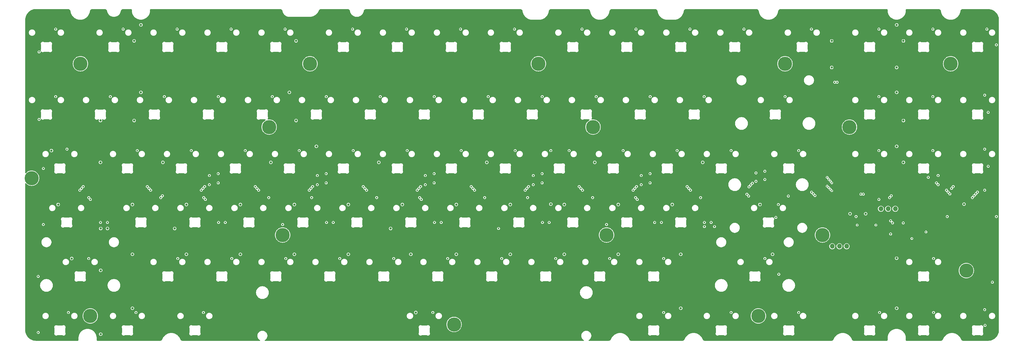
<source format=gbr>
%TF.GenerationSoftware,KiCad,Pcbnew,8.0.6*%
%TF.CreationDate,2025-04-02T20:39:07+07:00*%
%TF.ProjectId,Zellia80,5a656c6c-6961-4383-902e-6b696361645f,rev?*%
%TF.SameCoordinates,Original*%
%TF.FileFunction,Copper,L2,Inr*%
%TF.FilePolarity,Positive*%
%FSLAX46Y46*%
G04 Gerber Fmt 4.6, Leading zero omitted, Abs format (unit mm)*
G04 Created by KiCad (PCBNEW 8.0.6) date 2025-04-02 20:39:07*
%MOMM*%
%LPD*%
G01*
G04 APERTURE LIST*
%TA.AperFunction,ComponentPad*%
%ADD10C,0.800000*%
%TD*%
%TA.AperFunction,ComponentPad*%
%ADD11C,5.000000*%
%TD*%
%TA.AperFunction,ComponentPad*%
%ADD12O,1.700000X1.700000*%
%TD*%
%TA.AperFunction,ComponentPad*%
%ADD13R,1.700000X1.700000*%
%TD*%
%TA.AperFunction,ComponentPad*%
%ADD14C,0.500000*%
%TD*%
%TA.AperFunction,ViaPad*%
%ADD15C,0.800000*%
%TD*%
%TA.AperFunction,ViaPad*%
%ADD16C,0.600000*%
%TD*%
%TA.AperFunction,ViaPad*%
%ADD17C,0.500000*%
%TD*%
G04 APERTURE END LIST*
D10*
%TO.N,N/C*%
%TO.C,H16*%
X275718750Y-71437500D03*
X275169575Y-72763325D03*
X275169575Y-70111675D03*
X273843750Y-73312500D03*
D11*
X273843750Y-71437500D03*
D10*
X273843750Y-69562500D03*
X272517925Y-72763325D03*
X272517925Y-70111675D03*
X271968750Y-71437500D03*
%TD*%
%TO.N,N/C*%
%TO.C,H13*%
X320962122Y-11000010D03*
X320412947Y-12325835D03*
X320412947Y-9674185D03*
X319087122Y-12875010D03*
D11*
X319087122Y-11000010D03*
D10*
X319087122Y-9125010D03*
X317761297Y-12325835D03*
X317761297Y-9674185D03*
X317212122Y-11000010D03*
%TD*%
%TO.N,N/C*%
%TO.C,H14*%
X17352747Y-100012510D03*
X16803572Y-101338335D03*
X16803572Y-98686685D03*
X15477747Y-101887510D03*
D11*
X15477747Y-100012510D03*
D10*
X15477747Y-98137510D03*
X14151922Y-101338335D03*
X14151922Y-98686685D03*
X13602747Y-100012510D03*
%TD*%
%TO.N,N/C*%
%TO.C,H11*%
X194756250Y-33337500D03*
X194207075Y-34663325D03*
X194207075Y-32011675D03*
X192881250Y-35212500D03*
D11*
X192881250Y-33337500D03*
D10*
X192881250Y-31462500D03*
X191555425Y-34663325D03*
X191555425Y-32011675D03*
X191006250Y-33337500D03*
%TD*%
%TO.N,N/C*%
%TO.C,H5*%
X175487244Y-11000010D03*
X174938069Y-12325835D03*
X174938069Y-9674185D03*
X173612244Y-12875010D03*
D11*
X173612244Y-11000010D03*
D10*
X173612244Y-9125010D03*
X172286419Y-12325835D03*
X172286419Y-9674185D03*
X171737244Y-11000010D03*
%TD*%
D12*
%TO.N,TX*%
%TO.C,J3*%
X282373078Y-75409402D03*
%TO.N,RX*%
X279833078Y-75409402D03*
%TO.N,+3V3*%
X277293078Y-75409402D03*
D13*
%TO.N,GND*%
X274753078Y-75409402D03*
%TD*%
D10*
%TO.N,N/C*%
%TO.C,H4*%
X-3362878Y-51387510D03*
X-3912053Y-52713335D03*
X-3912053Y-50061685D03*
X-5237878Y-53262510D03*
D11*
X-5237878Y-51387510D03*
D10*
X-5237878Y-49512510D03*
X-6563703Y-52713335D03*
X-6563703Y-50061685D03*
X-7112878Y-51387510D03*
%TD*%
D12*
%TO.N,+3V3*%
%TO.C,J4*%
X294475293Y-62175020D03*
%TO.N,SWDIO*%
X297015293Y-62175020D03*
%TO.N,SWCLK*%
X299555293Y-62175020D03*
D13*
%TO.N,GND*%
X302095293Y-62175020D03*
%TD*%
D10*
%TO.N,N/C*%
%TO.C,H10*%
X285243750Y-33337500D03*
X284694575Y-34663325D03*
X284694575Y-32011675D03*
X283368750Y-35212500D03*
D11*
X283368750Y-33337500D03*
D10*
X283368750Y-31462500D03*
X282042925Y-34663325D03*
X282042925Y-32011675D03*
X281493750Y-33337500D03*
%TD*%
%TO.N,N/C*%
%TO.C,H1*%
X94874244Y-11000010D03*
X94325069Y-12325835D03*
X94325069Y-9674185D03*
X92999244Y-12875010D03*
D11*
X92999244Y-11000010D03*
D10*
X92999244Y-9125010D03*
X91673419Y-12325835D03*
X91673419Y-9674185D03*
X91124244Y-11000010D03*
%TD*%
%TO.N,N/C*%
%TO.C,H18*%
X199518750Y-71437500D03*
X198969575Y-72763325D03*
X198969575Y-70111675D03*
X197643750Y-73312500D03*
D11*
X197643750Y-71437500D03*
D10*
X197643750Y-69562500D03*
X196317925Y-72763325D03*
X196317925Y-70111675D03*
X195768750Y-71437500D03*
%TD*%
%TO.N,N/C*%
%TO.C,H12*%
X13874244Y-11000010D03*
X13325069Y-12325835D03*
X13325069Y-9674185D03*
X11999244Y-12875010D03*
D11*
X11999244Y-11000010D03*
D10*
X11999244Y-9125010D03*
X10673419Y-12325835D03*
X10673419Y-9674185D03*
X10124244Y-11000010D03*
%TD*%
%TO.N,N/C*%
%TO.C,H17*%
X80456250Y-33337500D03*
X79907075Y-34663325D03*
X79907075Y-32011675D03*
X78581250Y-35212500D03*
D11*
X78581250Y-33337500D03*
D10*
X78581250Y-31462500D03*
X77255425Y-34663325D03*
X77255425Y-32011675D03*
X76706250Y-33337500D03*
%TD*%
%TO.N,N/C*%
%TO.C,H2*%
X262487244Y-11000010D03*
X261938069Y-12325835D03*
X261938069Y-9674185D03*
X260612244Y-12875010D03*
D11*
X260612244Y-11000010D03*
D10*
X260612244Y-9125010D03*
X259286419Y-12325835D03*
X259286419Y-9674185D03*
X258737244Y-11000010D03*
%TD*%
%TO.N,N/C*%
%TO.C,H3*%
X85218750Y-71437500D03*
X84669575Y-72763325D03*
X84669575Y-70111675D03*
X83343750Y-73312500D03*
D11*
X83343750Y-71437500D03*
D10*
X83343750Y-69562500D03*
X82017925Y-72763325D03*
X82017925Y-70111675D03*
X81468750Y-71437500D03*
%TD*%
%TO.N,N/C*%
%TO.C,H15*%
X253096497Y-100012510D03*
X252547322Y-101338335D03*
X252547322Y-98686685D03*
X251221497Y-101887510D03*
D11*
X251221497Y-100012510D03*
D10*
X251221497Y-98137510D03*
X249895672Y-101338335D03*
X249895672Y-98686685D03*
X249346497Y-100012510D03*
%TD*%
%TO.N,N/C*%
%TO.C,H8*%
X326487244Y-84012520D03*
X325938069Y-85338345D03*
X325938069Y-82686695D03*
X324612244Y-85887520D03*
D11*
X324612244Y-84012520D03*
D10*
X324612244Y-82137520D03*
X323286419Y-85338345D03*
X323286419Y-82686695D03*
X322737244Y-84012520D03*
%TD*%
%TO.N,N/C*%
%TO.C,H7*%
X145725000Y-103012500D03*
X145175825Y-104338325D03*
X145175825Y-101686675D03*
X143850000Y-104887500D03*
D11*
X143850000Y-103012500D03*
D10*
X143850000Y-101137500D03*
X142524175Y-104338325D03*
X142524175Y-101686675D03*
X141975000Y-103012500D03*
%TD*%
D14*
%TO.N,GND*%
%TO.C,U85*%
X290562499Y-10267500D03*
X291512499Y-10842500D03*
X289612499Y-10842500D03*
X290562499Y-11417500D03*
%TD*%
D15*
%TO.N,GND*%
X187613312Y-15087188D03*
X106613312Y5912812D03*
X115613312Y-90087188D03*
X187613312Y-63087188D03*
X262613312Y-27087188D03*
X229613312Y-93087188D03*
X298613312Y-87087188D03*
X40613312Y-15087188D03*
X-4386688Y-45087188D03*
X223613312Y-27087188D03*
X250613312Y-12087188D03*
X16613312Y-51087188D03*
X40613312Y-102087188D03*
X280613312Y-42087188D03*
X181613312Y-24087188D03*
X241613312Y-57087188D03*
X130613312Y-12087188D03*
X10613312Y-33087188D03*
X190613312Y-54087188D03*
X301613312Y-27087188D03*
X253613312Y-93087188D03*
X124613312Y-93087188D03*
X205613312Y-72087188D03*
X112613312Y-99087188D03*
X280613312Y-6087188D03*
X58613312Y-15087188D03*
X223613312Y-99087188D03*
X-4386688Y2912812D03*
X247613312Y-39087188D03*
X79613312Y-102087188D03*
X103613312Y-39087188D03*
X7613312Y-39087188D03*
X13613312Y-27087188D03*
X211613312Y-12087188D03*
X322613312Y-81087188D03*
X25613312Y-33087188D03*
X205613312Y-87188D03*
X319613312Y-63087188D03*
X214613312Y-6087188D03*
X91613312Y-72087188D03*
D16*
X304095293Y-74675020D03*
D15*
X-1386688Y-39087188D03*
X319613312Y-84087188D03*
X208613312Y-24087188D03*
X133613312Y5912812D03*
D16*
X301228118Y-56554699D03*
D15*
X328613312Y-18087188D03*
X226613312Y-90087188D03*
X91613312Y-15087188D03*
X202613312Y-72087188D03*
X166613312Y-99087188D03*
X46613312Y-60087188D03*
X1613312Y-33087188D03*
X226613312Y-33087188D03*
X235613312Y-18087188D03*
X301613312Y-87188D03*
X40613312Y-9087188D03*
X49613312Y-81087188D03*
D16*
X299695293Y-72275020D03*
D15*
X334613312Y-72087188D03*
X286613312Y-39087188D03*
X265613312Y-102087188D03*
X-1386688Y-78087188D03*
D16*
X0Y-26007500D03*
D15*
X175613312Y-96087188D03*
X118613312Y-33087188D03*
X-1386688Y-105087188D03*
X115613312Y5912812D03*
X106613312Y-102087188D03*
X265613312Y-12087188D03*
X166613312Y-18087188D03*
X220613312Y-15087188D03*
X139613312Y-57087188D03*
X193613312Y-66087188D03*
X37613312Y-15087188D03*
X223613312Y-15087188D03*
X13613312Y-72087188D03*
X157613312Y-99087188D03*
X172613312Y-15087188D03*
X61613312Y-39087188D03*
X202613312Y-54087188D03*
X100613312Y-90087188D03*
X199613312Y-27087188D03*
X100613312Y-93087188D03*
D16*
X61912500Y-2195000D03*
D15*
X226613312Y-102087188D03*
X217613312Y-90087188D03*
X250613312Y-27087188D03*
X187613312Y-33087188D03*
X79613312Y-15087188D03*
X151613312Y-33087188D03*
X184613312Y-87087188D03*
X310613312Y-24087188D03*
X124613312Y-30087188D03*
X208613312Y-102087188D03*
D16*
X256046875Y-49133125D03*
X128587500Y-64107500D03*
D15*
X13613312Y-90087188D03*
X136613312Y-39087188D03*
X268613312Y-90087188D03*
X67613312Y-90087188D03*
X268613312Y-27087188D03*
X271613312Y-27087188D03*
D16*
X66675000Y-45057500D03*
D15*
X163613312Y-102087188D03*
X295613312Y-39087188D03*
X4613312Y-27087188D03*
X175613312Y-27087188D03*
X34613312Y-39087188D03*
X133613312Y-90087188D03*
X247613312Y-6087188D03*
X178613312Y-18087188D03*
X97613312Y-9087188D03*
X145613312Y-87087188D03*
X97613312Y-42087188D03*
X28613312Y-24087188D03*
X49613312Y5912812D03*
X301613312Y-102087188D03*
X157613312Y-18087188D03*
X274613312Y-18087188D03*
X73613312Y-33087188D03*
X43613312Y-12087188D03*
X286613312Y-102087188D03*
X25613312Y-96087188D03*
X124613312Y-87188D03*
X184613312Y-90087188D03*
X259613312Y-15087188D03*
X79613312Y-9087188D03*
X73613312Y-63087188D03*
X-4386688Y-27087188D03*
X277613312Y-33087188D03*
X88613312Y-87188D03*
X127613312Y-81087188D03*
X163613312Y-33087188D03*
X124613312Y5912812D03*
X52613312Y-87188D03*
X193613312Y-69087188D03*
X271613312Y-15087188D03*
X148613312Y-99087188D03*
X268613312Y-75087188D03*
X76613312Y-60087188D03*
X97613312Y-6087188D03*
X214613312Y-18087188D03*
D16*
X33337500Y-64107500D03*
D15*
X10613312Y-60087188D03*
X154613312Y-102087188D03*
X187613312Y-27087188D03*
X259613312Y-75087188D03*
X175613312Y-57087188D03*
X304613312Y-63087188D03*
X106613312Y-30087188D03*
X49613312Y-27087188D03*
X250613312Y-87188D03*
X214613312Y-96087188D03*
X91613312Y-87188D03*
X37613312Y-75087188D03*
D16*
X224870317Y-59534375D03*
D15*
X202613312Y-24087188D03*
X301613312Y-18087188D03*
X28613312Y-75087188D03*
D16*
X228600000Y-26007500D03*
D15*
X313613312Y-90087188D03*
X1613312Y5912812D03*
X40613312Y-36087188D03*
X334613312Y-93087188D03*
X202613312Y-93087188D03*
X148613312Y-33087188D03*
X283613312Y-6087188D03*
X61613312Y-93087188D03*
X184613312Y-57087188D03*
D16*
X146289065Y-59534375D03*
D15*
X313613312Y-39087188D03*
D16*
X291309704Y-71639431D03*
D15*
X103613312Y5912812D03*
X85613312Y-54087188D03*
X313613312Y-33087188D03*
X115613312Y-87188D03*
X100613312Y-18087188D03*
X115613312Y-6087188D03*
X226613312Y-81087188D03*
D16*
X309562500Y-102207500D03*
D15*
X229613312Y-6087188D03*
X325613312Y-93087188D03*
X163613312Y5912812D03*
X58613312Y-39087188D03*
D16*
X184389065Y-59534375D03*
X288795293Y-76225020D03*
D15*
X265613312Y-60087188D03*
X295613312Y-93087188D03*
X274613312Y-42087188D03*
X100613312Y-33087188D03*
X106613312Y-12087188D03*
X154613312Y-15087188D03*
X334613312Y-102087188D03*
X61613312Y-18087188D03*
X304613312Y-78087188D03*
X202613312Y-90087188D03*
X205613312Y-39087188D03*
X91613312Y-90087188D03*
X151613312Y-99087188D03*
X49613312Y-12087188D03*
X115613312Y-36087188D03*
X244613312Y-63087188D03*
X247613312Y-27087188D03*
X1613312Y-78087188D03*
D16*
X238125000Y-45057500D03*
D15*
X325613312Y-63087188D03*
X76613312Y-72087188D03*
X181613312Y-27087188D03*
D16*
X147479691Y-59534375D03*
D15*
X331613312Y-66087188D03*
X109613312Y-9087188D03*
X100613312Y-12087188D03*
D16*
X259398437Y-59534376D03*
D15*
X34613312Y-87188D03*
X28613312Y-87087188D03*
X148613312Y-12087188D03*
X40613312Y-33087188D03*
X193613312Y-93087188D03*
X331613312Y-57087188D03*
D16*
X301228118Y-59531264D03*
D15*
X142613312Y-18087188D03*
X253613312Y-39087188D03*
X28613312Y-9087188D03*
X217613312Y-102087188D03*
D16*
X133350000Y-26007500D03*
D15*
X205613312Y-57087188D03*
D16*
X281095293Y-62925020D03*
D15*
X112613312Y-6087188D03*
D16*
X290512500Y-102207500D03*
D15*
X241613312Y-27087188D03*
X307613312Y-90087188D03*
X286613312Y-18087188D03*
X295613312Y-18087188D03*
X211613312Y-39087188D03*
D16*
X235200000Y-75602500D03*
D15*
X58613312Y-9087188D03*
X307613312Y-78087188D03*
D16*
X221298439Y-59534375D03*
D15*
X118613312Y-57087188D03*
X91613312Y-6087188D03*
X58613312Y-69087188D03*
X7613312Y-90087188D03*
D16*
X7143750Y-64107500D03*
D15*
X121613312Y-93087188D03*
X193613312Y-99087188D03*
X163613312Y-39087188D03*
X205613312Y-33087188D03*
X82613312Y-33087188D03*
X19613312Y-15087188D03*
X109613312Y-90087188D03*
X268613312Y-9087188D03*
X313613312Y-102087188D03*
X232613312Y-12087188D03*
X325613312Y-15087188D03*
X136613312Y-36087188D03*
X274613312Y-33087188D03*
X169613312Y-18087188D03*
X325613312Y-12087188D03*
X271613312Y-6087188D03*
X238613312Y-93087188D03*
X10613312Y-72087188D03*
X184613312Y-99087188D03*
X295613312Y-33087188D03*
X112613312Y-33087188D03*
X1613312Y-39087188D03*
X85613312Y-18087188D03*
X49613312Y-9087188D03*
X247613312Y-90087188D03*
X58613312Y-93087188D03*
X157613312Y-63087188D03*
X229613312Y-24087188D03*
X52613312Y-57087188D03*
X127613312Y-27087188D03*
X181613312Y-90087188D03*
X121613312Y5912812D03*
X262613312Y-33087188D03*
X154613312Y-18087188D03*
X130613312Y-102087188D03*
X247613312Y-93087188D03*
X217613312Y-6087188D03*
X196613312Y-33087188D03*
X280613312Y-81087188D03*
X184613312Y-96087188D03*
X217613312Y-93087188D03*
X301613312Y-93087188D03*
X235613312Y5912812D03*
X4613312Y-15087188D03*
X295613312Y-15087188D03*
X112613312Y-9087188D03*
D16*
X180975000Y-45057500D03*
D15*
X229613312Y-18087188D03*
X133613312Y-33087188D03*
X139613312Y-33087188D03*
X115613312Y-24087188D03*
X139613312Y-39087188D03*
X148613312Y-9087188D03*
X16613312Y5912812D03*
X64613312Y-66087188D03*
X160613312Y5912812D03*
X232613312Y-15087188D03*
X-4386688Y-78087188D03*
X4613312Y-90087188D03*
X55613312Y-15087188D03*
X1613312Y-36087188D03*
X130613312Y-72087188D03*
X202613312Y-15087188D03*
X10613312Y-39087188D03*
X328613312Y-21087188D03*
X256613312Y-102087188D03*
X322613312Y-63087188D03*
X265613312Y-87188D03*
X259613312Y-18087188D03*
X139613312Y-60087188D03*
X160613312Y-66087188D03*
X211613312Y-33087188D03*
X304613312Y-54087188D03*
X205613312Y-99087188D03*
X133613312Y-36087188D03*
X79613312Y-90087188D03*
X16613312Y-42087188D03*
X22613312Y-18087188D03*
X307613312Y-33087188D03*
X214613312Y-36087188D03*
X226613312Y-87087188D03*
X22613312Y-105087188D03*
X22613312Y-93087188D03*
X187613312Y5912812D03*
X109613312Y-18087188D03*
X118613312Y-60087188D03*
X172613312Y-87188D03*
D16*
X166687500Y-64107500D03*
D15*
X280613312Y-90087188D03*
X49613312Y-93087188D03*
D16*
X76200000Y-26007500D03*
D15*
X124613312Y-87087188D03*
X229613312Y-72087188D03*
X34613312Y-87087188D03*
X286613312Y-36087188D03*
X277613312Y-87188D03*
X322613312Y-72087188D03*
X238613312Y-27087188D03*
X184613312Y-72087188D03*
X238613312Y-39087188D03*
X88613312Y-57087188D03*
X142613312Y-69087188D03*
X193613312Y-60087188D03*
D16*
X23812500Y-2195000D03*
D15*
X232613312Y-93087188D03*
X85613312Y-93087188D03*
X208613312Y-12087188D03*
X241613312Y-9087188D03*
X49613312Y-30087188D03*
X10613312Y-81087188D03*
X298613312Y-78087188D03*
X163613312Y-87087188D03*
X325613312Y-75087188D03*
X22613312Y-96087188D03*
X304613312Y-18087188D03*
X58613312Y-36087188D03*
X250613312Y-33087188D03*
X271613312Y-18087188D03*
X175613312Y-39087188D03*
X130613312Y-18087188D03*
X247613312Y-102087188D03*
X205613312Y-102087188D03*
X94613312Y-93087188D03*
X121613312Y-90087188D03*
X268613312Y-99087188D03*
X43613312Y5912812D03*
X271613312Y-102087188D03*
X265613312Y-27087188D03*
X49613312Y-96087188D03*
X145613312Y-24087188D03*
X34613312Y-12087188D03*
X145613312Y-93087188D03*
X130613312Y-9087188D03*
X43613312Y-90087188D03*
X109613312Y-39087188D03*
X160613312Y-90087188D03*
X19613312Y-57087188D03*
X109613312Y-93087188D03*
X169613312Y-15087188D03*
D16*
X90487500Y-64107500D03*
D15*
X157613312Y-96087188D03*
X214613312Y5912812D03*
X253613312Y-18087188D03*
X4613312Y-18087188D03*
D16*
X110570317Y-59534375D03*
D15*
X85613312Y-96087188D03*
X10613312Y-24087188D03*
X232613312Y-39087188D03*
X157613312Y-57087188D03*
X172613312Y-93087188D03*
X202613312Y-33087188D03*
X310613312Y-39087188D03*
X64613312Y-96087188D03*
X241613312Y-15087188D03*
X73613312Y-57087188D03*
D16*
X42862500Y-83157500D03*
D15*
X37613312Y5912812D03*
X238613312Y-57087188D03*
X43613312Y-93087188D03*
X199613312Y-12087188D03*
X241613312Y5912812D03*
X190613312Y-57087188D03*
X286613312Y-87087188D03*
D16*
X328612500Y-2195000D03*
D15*
X76613312Y-75087188D03*
X289613312Y-90087188D03*
X154613312Y-12087188D03*
X283613312Y-81087188D03*
X301613312Y-96087188D03*
X247613312Y-15087188D03*
X190613312Y-99087188D03*
X205613312Y-93087188D03*
X133613312Y-9087188D03*
X43613312Y-18087188D03*
X196613312Y-96087188D03*
X82613312Y-18087188D03*
X91613312Y-96087188D03*
X130613312Y-15087188D03*
X172613312Y-102087188D03*
X88613312Y-75087188D03*
X-1386688Y-45087188D03*
X316613312Y-27087188D03*
X292613312Y5912812D03*
X70613312Y-18087188D03*
X253613312Y-57087188D03*
X76613312Y-15087188D03*
X67613312Y-69087188D03*
X307613312Y-39087188D03*
X121613312Y-9087188D03*
X97613312Y5912812D03*
X259613312Y-87087188D03*
X16613312Y-90087188D03*
X181613312Y-9087188D03*
X292613312Y-60087188D03*
D16*
X70089065Y-59534375D03*
D15*
X301613312Y-75087188D03*
X277613312Y-81087188D03*
X160613312Y-72087188D03*
X229613312Y-87087188D03*
X199613312Y-99087188D03*
D16*
X47625000Y-45057500D03*
D15*
X166613312Y-33087188D03*
X70613312Y-33087188D03*
X328613312Y-90087188D03*
X10613312Y-93087188D03*
D16*
X106998439Y-59534375D03*
D15*
X283613312Y-54087188D03*
X4613312Y-93087188D03*
X4613312Y-39087188D03*
X169613312Y-87087188D03*
X193613312Y-27087188D03*
D16*
X171450000Y-26007500D03*
D15*
X292613312Y-75087188D03*
X172613312Y-6087188D03*
X181613312Y-96087188D03*
X166613312Y-72087188D03*
X232613312Y-102087188D03*
X154613312Y-93087188D03*
X76613312Y-12087188D03*
X109613312Y-27087188D03*
D16*
X290512500Y-45057500D03*
D15*
X22613312Y-15087188D03*
X232613312Y-27087188D03*
X187613312Y-18087188D03*
X238613312Y-12087188D03*
X289613312Y-39087188D03*
X256613312Y-15087188D03*
X4613312Y-57087188D03*
X97613312Y-15087188D03*
D16*
X185737500Y-64107500D03*
D15*
X118613312Y-102087188D03*
X28613312Y-12087188D03*
X286613312Y-9087188D03*
X274613312Y-36087188D03*
D16*
X214312500Y-83157500D03*
D15*
X265613312Y-24087188D03*
X85613312Y-75087188D03*
D16*
X195262500Y-83157500D03*
D15*
X334613312Y-78087188D03*
X229613312Y-15087188D03*
X322613312Y-27087188D03*
X295613312Y-102087188D03*
X64613312Y5912812D03*
X259613312Y-87188D03*
X73613312Y-99087188D03*
D16*
X261937500Y-45057500D03*
D15*
X127613312Y-12087188D03*
X148613312Y-27087188D03*
D16*
X30798442Y-59534375D03*
D15*
X190613312Y-72087188D03*
X106613312Y-93087188D03*
X22613312Y-39087188D03*
X127613312Y-102087188D03*
X310613312Y-9087188D03*
X274613312Y5912812D03*
X214613312Y-72087188D03*
X196613312Y-66087188D03*
X202613312Y-27087188D03*
X52613312Y-15087188D03*
X256613312Y-18087188D03*
D16*
X52387500Y-102207500D03*
D15*
X226613312Y-63087188D03*
X142613312Y-87188D03*
X325613312Y-45087188D03*
X298613312Y-81087188D03*
X310613312Y-90087188D03*
X166613312Y-96087188D03*
X115613312Y-33087188D03*
X169613312Y-33087188D03*
X-1386688Y-9087188D03*
X49613312Y-39087188D03*
X322613312Y-6087188D03*
X250613312Y-72087188D03*
X196613312Y-90087188D03*
X271613312Y-36087188D03*
X292613312Y-81087188D03*
X277613312Y-42087188D03*
X118613312Y-15087188D03*
X13613312Y-75087188D03*
X70613312Y-27087188D03*
X4613312Y-84087188D03*
X151613312Y-105087188D03*
X52613312Y-27087188D03*
X73613312Y-75087188D03*
X82613312Y-9087188D03*
X28613312Y-90087188D03*
D16*
X266700000Y-2195000D03*
D15*
X307613312Y-12087188D03*
X226613312Y-9087188D03*
X31613312Y-72087188D03*
X40613312Y-93087188D03*
X241613312Y-24087188D03*
X247613312Y5912812D03*
X136613312Y-12087188D03*
X61613312Y-102087188D03*
X46613312Y-75087188D03*
D16*
X4762500Y-102207500D03*
D15*
X331613312Y-69087188D03*
X118613312Y-66087188D03*
X301613312Y-81087188D03*
X73613312Y-72087188D03*
X34613312Y-15087188D03*
X304613312Y5912812D03*
X331613312Y-18087188D03*
X331613312Y-75087188D03*
X46613312Y-57087188D03*
X25613312Y-81087188D03*
X76613312Y-57087188D03*
X334613312Y-75087188D03*
X166613312Y-30087188D03*
D16*
X108189065Y-59534375D03*
D15*
X271613312Y-99087188D03*
X64613312Y-63087188D03*
X160613312Y-96087188D03*
X319613312Y-75087188D03*
D16*
X123825000Y-45057500D03*
D15*
X163613312Y-54087188D03*
D16*
X219075000Y-45057500D03*
D15*
X307613312Y-54087188D03*
X121613312Y-72087188D03*
X190613312Y-15087188D03*
X43613312Y-36087188D03*
X208613312Y-15087188D03*
X280613312Y-87087188D03*
X109613312Y-15087188D03*
X43613312Y-72087188D03*
X310613312Y-63087188D03*
X115613312Y-72087188D03*
X196613312Y-6087188D03*
X172613312Y-18087188D03*
X196613312Y-18087188D03*
X118613312Y-39087188D03*
X64613312Y-69087188D03*
D16*
X72470317Y-59534375D03*
D15*
X334613312Y5912812D03*
X118613312Y-12087188D03*
X175613312Y-15087188D03*
X70613312Y-93087188D03*
X316613312Y-87087188D03*
X274613312Y-66087188D03*
X277613312Y-66087188D03*
X292613312Y-78087188D03*
X190613312Y-39087188D03*
X184613312Y-102087188D03*
X76613312Y-54087188D03*
X289613312Y-81087188D03*
X190613312Y-36087188D03*
X190613312Y-102087188D03*
X148613312Y-93087188D03*
X244613312Y-93087188D03*
D16*
X328612500Y-26007500D03*
D15*
X46613312Y-72087188D03*
X37613312Y-102087188D03*
X34613312Y-96087188D03*
X283613312Y-39087188D03*
X127613312Y-33087188D03*
X7613312Y-93087188D03*
D16*
X71279691Y-59534375D03*
D15*
X310613312Y-87188D03*
X1613312Y-15087188D03*
X142613312Y-9087188D03*
X181613312Y-18087188D03*
X313613312Y-36087188D03*
X196613312Y-39087188D03*
X229613312Y-96087188D03*
X244613312Y-96087188D03*
X28613312Y-99087188D03*
X70613312Y-75087188D03*
X-4386688Y-63087188D03*
D16*
X148670317Y-59534375D03*
D15*
X298613312Y-75087188D03*
X64613312Y-93087188D03*
X196613312Y-54087188D03*
X25613312Y-36087188D03*
X148613312Y5912812D03*
X10613312Y-18087188D03*
X10613312Y-15087188D03*
X247613312Y-24087188D03*
X169613312Y-87188D03*
X121613312Y-39087188D03*
X310613312Y-54087188D03*
X79613312Y5912812D03*
X22613312Y-87188D03*
X304613312Y-30087188D03*
X73613312Y-18087188D03*
X127613312Y-30087188D03*
X130613312Y-63087188D03*
X115613312Y-102087188D03*
X274613312Y-39087188D03*
X322613312Y-78087188D03*
X277613312Y-69087188D03*
X334613312Y2912812D03*
X-4386688Y-48087188D03*
X268613312Y-96087188D03*
X67613312Y-24087188D03*
X199613312Y-96087188D03*
X301613312Y-9087188D03*
X190613312Y-96087188D03*
D16*
X254635933Y-59534376D03*
D15*
X301613312Y-39087188D03*
X286613312Y-93087188D03*
X211613312Y-90087188D03*
X82613312Y5912812D03*
X37613312Y-39087188D03*
X124613312Y-24087188D03*
X166613312Y-9087188D03*
X-4386688Y-15087188D03*
X58613312Y-24087188D03*
X217613312Y-39087188D03*
X97613312Y-93087188D03*
X61613312Y-36087188D03*
X256613312Y-12087188D03*
X142613312Y-39087188D03*
X43613312Y-75087188D03*
X271613312Y-75087188D03*
X103613312Y-102087188D03*
X130613312Y-33087188D03*
X247613312Y-12087188D03*
X325613312Y-87087188D03*
X52613312Y-9087188D03*
X289613312Y-54087188D03*
X25613312Y-93087188D03*
X106613312Y-39087188D03*
X331613312Y-63087188D03*
X175613312Y-87188D03*
X28613312Y-96087188D03*
X28613312Y-15087188D03*
X58613312Y-90087188D03*
X244613312Y-90087188D03*
X292613312Y-36087188D03*
X295613312Y-81087188D03*
X184613312Y-33087188D03*
X103613312Y-69087188D03*
D16*
X61912500Y-83157500D03*
D15*
X202613312Y-102087188D03*
X7613312Y-96087188D03*
X10613312Y-6087188D03*
D16*
X123825000Y-2195000D03*
D15*
X184613312Y-105087188D03*
X148613312Y-39087188D03*
X4613312Y-54087188D03*
X1613312Y-96087188D03*
X322613312Y-90087188D03*
X160613312Y-54087188D03*
X241613312Y-63087188D03*
X163613312Y-57087188D03*
X22613312Y-33087188D03*
X298613312Y-96087188D03*
D16*
X223679691Y-59534375D03*
D15*
X34613312Y-6087188D03*
X229613312Y-42087188D03*
X301613312Y-36087188D03*
X178613312Y-90087188D03*
X61613312Y-87188D03*
X142613312Y-90087188D03*
X133613312Y-42087188D03*
X139613312Y-96087188D03*
X169613312Y-12087188D03*
X178613312Y-9087188D03*
X25613312Y-63087188D03*
X298613312Y-90087188D03*
X214613312Y-90087188D03*
X229613312Y-60087188D03*
X271613312Y-81087188D03*
X58613312Y5912812D03*
X157613312Y-102087188D03*
D16*
X142875000Y-45057500D03*
D15*
X241613312Y-87188D03*
X301613312Y-42087188D03*
X52613312Y-81087188D03*
X184613312Y-81087188D03*
X13613312Y-60087188D03*
X295613312Y-75087188D03*
X229613312Y-99087188D03*
X286613312Y-54087188D03*
X214613312Y-12087188D03*
X25613312Y-18087188D03*
X124613312Y-18087188D03*
X145613312Y-18087188D03*
X139613312Y-63087188D03*
X-1386688Y-81087188D03*
X325613312Y-27087188D03*
X223613312Y-12087188D03*
X253613312Y-54087188D03*
X115613312Y-39087188D03*
X244613312Y-24087188D03*
X241613312Y-87087188D03*
X136613312Y-33087188D03*
X16613312Y-9087188D03*
D16*
X176212500Y-83157500D03*
D15*
X-4386688Y-84087188D03*
X67613312Y-39087188D03*
X139613312Y-90087188D03*
X163613312Y-30087188D03*
X103613312Y-87188D03*
X40613312Y-12087188D03*
X67613312Y-75087188D03*
X85613312Y-57087188D03*
X166613312Y-93087188D03*
X-4386688Y-57087188D03*
X169613312Y-102087188D03*
X58613312Y-102087188D03*
X289613312Y-87188D03*
X88613312Y-102087188D03*
X304613312Y-33087188D03*
X112613312Y-87087188D03*
X229613312Y-12087188D03*
X106613312Y-90087188D03*
D16*
X28575000Y-102207500D03*
X29607816Y-59534375D03*
D15*
X28613312Y-66087188D03*
X10613312Y-54087188D03*
X-1386688Y5912812D03*
X13613312Y-30087188D03*
X70613312Y5912812D03*
X91613312Y-27087188D03*
X19613312Y-18087188D03*
X100613312Y-99087188D03*
X151613312Y-18087188D03*
X82613312Y-93087188D03*
D16*
X241050000Y-75602500D03*
D15*
X163613312Y-93087188D03*
X19613312Y5912812D03*
X157613312Y-27087188D03*
X301613312Y-24087188D03*
X4613312Y-36087188D03*
X-1386688Y-93087188D03*
X70613312Y-87188D03*
X277613312Y-36087188D03*
X52613312Y-90087188D03*
X187613312Y-72087188D03*
X304613312Y-90087188D03*
X277613312Y-27087188D03*
X127613312Y-93087188D03*
X208613312Y-9087188D03*
X310613312Y-81087188D03*
X10613312Y-63087188D03*
X202613312Y-57087188D03*
X238613312Y-63087188D03*
X136613312Y-27087188D03*
X205613312Y5912812D03*
X193613312Y-96087188D03*
X145613312Y-39087188D03*
D16*
X114300000Y-26007500D03*
D15*
X142613312Y-30087188D03*
X196613312Y-36087188D03*
X142613312Y-57087188D03*
X238613312Y-24087188D03*
X37613312Y-93087188D03*
X88613312Y-93087188D03*
X10613312Y-69087188D03*
X229613312Y-36087188D03*
X280613312Y-102087188D03*
X274613312Y-99087188D03*
X271613312Y-9087188D03*
X166613312Y5912812D03*
X106613312Y-24087188D03*
X139613312Y5912812D03*
X322613312Y-69087188D03*
X211613312Y-15087188D03*
X307613312Y-18087188D03*
X49613312Y-24087188D03*
X-4386688Y-69087188D03*
X-4386688Y-60087188D03*
X163613312Y-90087188D03*
X46613312Y5912812D03*
X37613312Y-96087188D03*
X10613312Y-27087188D03*
X322613312Y-30087188D03*
X184613312Y-87188D03*
X100613312Y-27087188D03*
X274613312Y-9087188D03*
X58613312Y-96087188D03*
X169613312Y-99087188D03*
X208613312Y-33087188D03*
X1613312Y-81087188D03*
X283613312Y-96087188D03*
D16*
X28417190Y-59534375D03*
D15*
X73613312Y-87087188D03*
X310613312Y-96087188D03*
X103613312Y-99087188D03*
X274613312Y-63087188D03*
X277613312Y-87087188D03*
X40613312Y-99087188D03*
X43613312Y-63087188D03*
X70613312Y-57087188D03*
X124613312Y-12087188D03*
X277613312Y-102087188D03*
X172613312Y-90087188D03*
X145613312Y-27087188D03*
X4613312Y-33087188D03*
X286613312Y-96087188D03*
X211613312Y-87188D03*
X283613312Y-99087188D03*
X256613312Y-93087188D03*
X82613312Y-75087188D03*
X85613312Y-60087188D03*
X274613312Y-81087188D03*
X250613312Y-42087188D03*
X70613312Y-30087188D03*
X127613312Y-15087188D03*
X31613312Y-87188D03*
X325613312Y5912812D03*
D16*
X242350000Y-75602500D03*
D15*
X205613312Y-27087188D03*
X58613312Y-18087188D03*
X154613312Y-39087188D03*
D16*
X80962500Y-83157500D03*
D15*
X1613312Y-18087188D03*
X274613312Y-102087188D03*
X34613312Y-27087188D03*
X193613312Y-12087188D03*
X199613312Y-9087188D03*
X160613312Y-9087188D03*
X253613312Y-9087188D03*
X310613312Y-69087188D03*
D16*
X223837500Y-2195000D03*
D15*
X322613312Y-102087188D03*
X220613312Y-39087188D03*
X148613312Y-102087188D03*
X199613312Y-66087188D03*
X259613312Y-36087188D03*
X34613312Y-72087188D03*
X85613312Y-90087188D03*
X181613312Y5912812D03*
X34613312Y-18087188D03*
D16*
X286345293Y-66675020D03*
D15*
X58613312Y-42087188D03*
X265613312Y-39087188D03*
X79613312Y-87188D03*
X73613312Y-87188D03*
X37613312Y-60087188D03*
X118613312Y-63087188D03*
X28613312Y-72087188D03*
X94613312Y-72087188D03*
X265613312Y-72087188D03*
X217613312Y-9087188D03*
X100613312Y-54087188D03*
X157613312Y-105087188D03*
X259613312Y-39087188D03*
X7613312Y-57087188D03*
X319613312Y-78087188D03*
X295613312Y-57087188D03*
X283613312Y-93087188D03*
X46613312Y-54087188D03*
X316613312Y-39087188D03*
X211613312Y-36087188D03*
X37613312Y-99087188D03*
X34613312Y-90087188D03*
X196613312Y-9087188D03*
X286613312Y-81087188D03*
X4613312Y-87087188D03*
X145613312Y-81087188D03*
X253613312Y-42087188D03*
X22613312Y-36087188D03*
X106613312Y-18087188D03*
X52613312Y-93087188D03*
X262613312Y-66087188D03*
X-4386688Y-72087188D03*
X31613312Y-33087188D03*
X154613312Y5912812D03*
X304613312Y-27087188D03*
X55613312Y-18087188D03*
X91613312Y-57087188D03*
X82613312Y-15087188D03*
D16*
X298895293Y-68675020D03*
D15*
X331613312Y-72087188D03*
X1613312Y-69087188D03*
X67613312Y-87087188D03*
X25613312Y-102087188D03*
X142613312Y-66087188D03*
X187613312Y-81087188D03*
X-4386688Y-105087188D03*
X253613312Y-27087188D03*
X13613312Y-6087188D03*
X262613312Y-18087188D03*
X181613312Y-66087188D03*
X127613312Y-90087188D03*
X97613312Y-87188D03*
X91613312Y-54087188D03*
X301613312Y-90087188D03*
X268613312Y-39087188D03*
X175613312Y-99087188D03*
X4613312Y-81087188D03*
X91613312Y-87087188D03*
X238613312Y-81087188D03*
X67613312Y-72087188D03*
X184613312Y-9087188D03*
X172613312Y-99087188D03*
X295613312Y-9087188D03*
X148613312Y-57087188D03*
X91613312Y-93087188D03*
X43613312Y-33087188D03*
X76613312Y-18087188D03*
X52613312Y-33087188D03*
X169613312Y-105087188D03*
X229613312Y-57087188D03*
X241613312Y-60087188D03*
X142613312Y-15087188D03*
X82613312Y-102087188D03*
D16*
X104775000Y-2195000D03*
D15*
X52613312Y-12087188D03*
X70613312Y-81087188D03*
X193613312Y-9087188D03*
X286613312Y-90087188D03*
D16*
X309562500Y-45057500D03*
D15*
X271613312Y5912812D03*
X118613312Y-99087188D03*
D16*
X204787500Y-64107500D03*
D15*
X187613312Y-96087188D03*
X127613312Y-18087188D03*
X103613312Y-96087188D03*
X-1386688Y-102087188D03*
X148613312Y-87087188D03*
D16*
X254793750Y-64107500D03*
D15*
X103613312Y-93087188D03*
X91613312Y-99087188D03*
D16*
X34370320Y-59534375D03*
D15*
X61613312Y5912812D03*
X226613312Y-72087188D03*
X49613312Y-54087188D03*
X79613312Y-24087188D03*
X325613312Y-69087188D03*
X316613312Y-84087188D03*
X289613312Y-93087188D03*
X289613312Y-18087188D03*
D16*
X200025000Y-45057500D03*
D15*
X184613312Y-18087188D03*
D16*
X328612500Y-45057500D03*
D15*
X277613312Y5912812D03*
D16*
X298846866Y-59531264D03*
D15*
X232613312Y-87188D03*
X94613312Y-102087188D03*
X148613312Y-105087188D03*
X250613312Y-93087188D03*
X271613312Y-66087188D03*
X190613312Y-60087188D03*
X109613312Y-87087188D03*
X79613312Y-27087188D03*
X310613312Y-15087188D03*
X112613312Y-87188D03*
X154613312Y-96087188D03*
X283613312Y-90087188D03*
X82613312Y-99087188D03*
X145613312Y-9087188D03*
X40613312Y-90087188D03*
X151613312Y-87188D03*
X136613312Y-93087188D03*
D16*
X80962500Y-2195000D03*
D15*
X37613312Y-12087188D03*
X115613312Y-9087188D03*
X103613312Y-66087188D03*
X277613312Y-72087188D03*
D16*
X68898439Y-59534375D03*
D15*
X43613312Y-102087188D03*
X256613312Y-87188D03*
X238613312Y-9087188D03*
X196613312Y-99087188D03*
X313613312Y-78087188D03*
X304613312Y-36087188D03*
X295613312Y-27087188D03*
X109613312Y-12087188D03*
D16*
X185737500Y-2195000D03*
D15*
X97613312Y-39087188D03*
X151613312Y-102087188D03*
X16613312Y-66087188D03*
X109613312Y-96087188D03*
X4613312Y-96087188D03*
X10613312Y-102087188D03*
X271613312Y-87087188D03*
X136613312Y-90087188D03*
X88613312Y-81087188D03*
X16613312Y-63087188D03*
X274613312Y-24087188D03*
X298613312Y-102087188D03*
X136613312Y-15087188D03*
X214613312Y-27087188D03*
X52613312Y-72087188D03*
X319613312Y-15087188D03*
X133613312Y-87188D03*
X202613312Y-39087188D03*
X133613312Y-12087188D03*
X292613312Y-33087188D03*
X175613312Y-90087188D03*
X43613312Y-96087188D03*
X211613312Y-96087188D03*
X40613312Y-42087188D03*
X229613312Y-90087188D03*
X292613312Y-18087188D03*
X232613312Y-72087188D03*
X196613312Y-60087188D03*
X-4386688Y-12087188D03*
X232613312Y-87087188D03*
X256613312Y-6087188D03*
X190613312Y-6087188D03*
X187613312Y-93087188D03*
X136613312Y-57087188D03*
X313613312Y-9087188D03*
X316613312Y-93087188D03*
X4613312Y-78087188D03*
X262613312Y-63087188D03*
X157613312Y-93087188D03*
X127613312Y-87087188D03*
X247613312Y-9087188D03*
X70613312Y-9087188D03*
X328613312Y-12087188D03*
X178613312Y-63087188D03*
X124613312Y-15087188D03*
X193613312Y-39087188D03*
X259613312Y-81087188D03*
X88613312Y-54087188D03*
X316613312Y-18087188D03*
X220613312Y-27087188D03*
X-4386688Y-81087188D03*
X4613312Y-9087188D03*
X40613312Y-39087188D03*
X190613312Y5912812D03*
X148613312Y-90087188D03*
D16*
X298846866Y-56554699D03*
D15*
X124613312Y-96087188D03*
X55613312Y-24087188D03*
X100613312Y-96087188D03*
X151613312Y-15087188D03*
X289613312Y-87087188D03*
D16*
X157162500Y-83157500D03*
D15*
X160613312Y-102087188D03*
X262613312Y-15087188D03*
D16*
X257017185Y-59534376D03*
D15*
X70613312Y-39087188D03*
X316613312Y-99087188D03*
X55613312Y-33087188D03*
D16*
X296695293Y-68475020D03*
D15*
X289613312Y-33087188D03*
X334613312Y-105087188D03*
X109613312Y-102087188D03*
X193613312Y-18087188D03*
X166613312Y-15087188D03*
X262613312Y5912812D03*
X142613312Y-27087188D03*
X139613312Y-12087188D03*
X199613312Y-24087188D03*
X22613312Y-63087188D03*
X172613312Y-42087188D03*
X76613312Y-102087188D03*
X175613312Y-102087188D03*
X202613312Y-99087188D03*
X67613312Y-12087188D03*
X109613312Y-30087188D03*
D16*
X147637500Y-64107500D03*
D15*
X235613312Y-102087188D03*
X256613312Y-36087188D03*
X130613312Y5912812D03*
X199613312Y-93087188D03*
X196613312Y-87188D03*
X112613312Y-63087188D03*
D16*
X33179694Y-59534375D03*
D15*
X130613312Y-27087188D03*
X295613312Y-87087188D03*
X307613312Y-66087188D03*
X145613312Y-12087188D03*
X247613312Y-96087188D03*
X262613312Y-60087188D03*
X109613312Y-81087188D03*
X130613312Y-87188D03*
X88613312Y-39087188D03*
X25613312Y-72087188D03*
X178613312Y-6087188D03*
X115613312Y-18087188D03*
X76613312Y-39087188D03*
X265613312Y-81087188D03*
X319613312Y-69087188D03*
X-4386688Y-42087188D03*
X265613312Y-87087188D03*
D16*
X138112500Y-83157500D03*
D15*
X88613312Y-99087188D03*
X205613312Y-90087188D03*
X253613312Y-87188D03*
X70613312Y-96087188D03*
X292613312Y-96087188D03*
D16*
X292095293Y-68875020D03*
D15*
X73613312Y-81087188D03*
X199613312Y-57087188D03*
X43613312Y-66087188D03*
X220613312Y-9087188D03*
X205613312Y-12087188D03*
X274613312Y-90087188D03*
D16*
X133350000Y-102207500D03*
D15*
X313613312Y-84087188D03*
X271613312Y-24087188D03*
X181613312Y-105087188D03*
X259613312Y-96087188D03*
X244613312Y-39087188D03*
X127613312Y5912812D03*
X154613312Y-9087188D03*
X262613312Y-93087188D03*
X46613312Y-96087188D03*
X163613312Y-27087188D03*
X259613312Y-102087188D03*
X328613312Y-9087188D03*
X187613312Y-87087188D03*
X70613312Y-15087188D03*
X112613312Y-102087188D03*
X148613312Y-18087188D03*
X67613312Y-102087188D03*
X1613312Y-9087188D03*
X226613312Y-96087188D03*
X118613312Y-93087188D03*
X271613312Y-12087188D03*
X136613312Y-18087188D03*
X70613312Y-87087188D03*
X148613312Y-15087188D03*
X103613312Y-90087188D03*
X151613312Y-6087188D03*
D16*
X328612500Y-102207500D03*
D15*
X67613312Y-93087188D03*
D16*
X290512500Y-26007500D03*
D15*
X67613312Y-30087188D03*
X148613312Y-96087188D03*
X-4386688Y-90087188D03*
X82613312Y-96087188D03*
X172613312Y-96087188D03*
X187613312Y-102087188D03*
X76613312Y-36087188D03*
X82613312Y-27087188D03*
X181613312Y-69087188D03*
X244613312Y-57087188D03*
X211613312Y5912812D03*
X250613312Y5912812D03*
X262613312Y-39087188D03*
X319613312Y-6087188D03*
X100613312Y-57087188D03*
X157613312Y5912812D03*
D16*
X233900000Y-75602500D03*
D15*
X196613312Y-12087188D03*
X328613312Y-87087188D03*
X181613312Y-39087188D03*
X145613312Y-99087188D03*
X130613312Y-6087188D03*
X286613312Y-33087188D03*
X232613312Y-57087188D03*
X139613312Y-102087188D03*
X70613312Y-12087188D03*
X256613312Y-33087188D03*
X61613312Y-57087188D03*
D16*
X152400000Y-26007500D03*
D15*
X139613312Y-36087188D03*
X241613312Y-93087188D03*
X292613312Y-57087188D03*
X73613312Y-9087188D03*
X322613312Y-12087188D03*
X328613312Y-15087188D03*
D16*
X27226564Y-59534375D03*
D15*
X196613312Y-93087188D03*
X115613312Y-42087188D03*
X166613312Y-105087188D03*
X217613312Y-12087188D03*
X328613312Y-87188D03*
X169613312Y-9087188D03*
X187613312Y-90087188D03*
X-1386688Y-18087188D03*
X229613312Y-33087188D03*
X223613312Y-57087188D03*
X241613312Y-102087188D03*
X280613312Y-24087188D03*
X301613312Y-87087188D03*
X235613312Y-15087188D03*
X307613312Y-9087188D03*
X304613312Y-39087188D03*
X115613312Y-54087188D03*
D16*
X42862500Y-2195000D03*
D15*
X331613312Y-78087188D03*
X94613312Y-75087188D03*
X166613312Y-12087188D03*
X112613312Y-18087188D03*
X310613312Y5912812D03*
X100613312Y-39087188D03*
X271613312Y-63087188D03*
X151613312Y-72087188D03*
X85613312Y-12087188D03*
X37613312Y-54087188D03*
D16*
X109537500Y-64107500D03*
D15*
X208613312Y-18087188D03*
X61613312Y-33087188D03*
X19613312Y-12087188D03*
D16*
X21540625Y-53684375D03*
D15*
X298613312Y-93087188D03*
X145613312Y-15087188D03*
X130613312Y-39087188D03*
X145613312Y-30087188D03*
X175613312Y-6087188D03*
X169613312Y-72087188D03*
X52613312Y-39087188D03*
X199613312Y-90087188D03*
X319613312Y-102087188D03*
X52613312Y-30087188D03*
X319613312Y-90087188D03*
X55613312Y-9087188D03*
X181613312Y-87087188D03*
X109613312Y-72087188D03*
X61613312Y-27087188D03*
X115613312Y-81087188D03*
X274613312Y-87188D03*
X82613312Y-30087188D03*
X256613312Y-96087188D03*
X313613312Y-96087188D03*
D16*
X309562500Y-83157500D03*
D15*
X334613312Y-3087188D03*
X175613312Y-105087188D03*
X163613312Y-18087188D03*
X229613312Y-54087188D03*
D16*
X209550000Y-26007500D03*
D15*
X325613312Y-66087188D03*
D16*
X214312500Y-102207500D03*
D15*
X43613312Y-27087188D03*
X169613312Y-6087188D03*
X265613312Y-90087188D03*
X283613312Y-102087188D03*
X307613312Y-63087188D03*
X-4386688Y-99087188D03*
X208613312Y-93087188D03*
X178613312Y-66087188D03*
X85613312Y-99087188D03*
X277613312Y-39087188D03*
X205613312Y-96087188D03*
X37613312Y-33087188D03*
X64613312Y-102087188D03*
X265613312Y5912812D03*
X304613312Y-12087188D03*
X325613312Y-102087188D03*
X211613312Y-42087188D03*
D16*
X238125000Y-102207500D03*
D15*
X277613312Y-93087188D03*
X61613312Y-99087188D03*
X301613312Y-12087188D03*
X280613312Y-99087188D03*
X70613312Y-102087188D03*
X166613312Y-87087188D03*
X250613312Y-90087188D03*
X277613312Y-63087188D03*
X139613312Y-69087188D03*
X151613312Y-90087188D03*
X268613312Y-24087188D03*
X307613312Y5912812D03*
X301613312Y-33087188D03*
X106613312Y-15087188D03*
X325613312Y-90087188D03*
D16*
X309562500Y-2195000D03*
D15*
X151613312Y-57087188D03*
X328613312Y-51087188D03*
X223613312Y-30087188D03*
X283613312Y5912812D03*
X82613312Y-36087188D03*
X253613312Y-90087188D03*
X307613312Y-93087188D03*
X25613312Y-66087188D03*
X259613312Y-6087188D03*
X-1386688Y-24087188D03*
X64613312Y-39087188D03*
X-4386688Y-87087188D03*
X322613312Y-51087188D03*
X166613312Y-81087188D03*
X199613312Y-87087188D03*
X16613312Y-6087188D03*
X118613312Y-90087188D03*
X1613312Y-102087188D03*
X136613312Y-102087188D03*
X325613312Y-3087188D03*
X-4386688Y-39087188D03*
X-4386688Y-18087188D03*
X277613312Y-96087188D03*
X244613312Y-72087188D03*
X58613312Y-12087188D03*
X319613312Y-93087188D03*
X136613312Y-6087188D03*
X232613312Y-6087188D03*
X178613312Y-69087188D03*
X283613312Y-9087188D03*
X241613312Y-18087188D03*
X-1386688Y-12087188D03*
X205613312Y-81087188D03*
X202613312Y-18087188D03*
X181613312Y-72087188D03*
X226613312Y-57087188D03*
X82613312Y-12087188D03*
X289613312Y-78087188D03*
X160613312Y-93087188D03*
X160613312Y-57087188D03*
X-4386688Y-9087188D03*
X313613312Y-87087188D03*
X16613312Y-15087188D03*
X10613312Y-51087188D03*
X181613312Y-30087188D03*
X139613312Y-30087188D03*
X40613312Y-96087188D03*
X235613312Y-12087188D03*
X1613312Y-72087188D03*
X61613312Y-12087188D03*
X238613312Y5912812D03*
X16613312Y-72087188D03*
X328613312Y2912812D03*
X307613312Y-69087188D03*
X304613312Y-102087188D03*
X220613312Y-24087188D03*
X220613312Y-18087188D03*
D16*
X85725000Y-45057500D03*
D15*
X100613312Y-9087188D03*
X274613312Y-93087188D03*
X-1386688Y-15087188D03*
X37613312Y-18087188D03*
X232613312Y5912812D03*
X166613312Y-102087188D03*
X166613312Y-90087188D03*
X265613312Y-93087188D03*
X127613312Y-54087188D03*
X133613312Y-6087188D03*
X238613312Y-54087188D03*
X10613312Y-30087188D03*
X55613312Y-102087188D03*
D16*
X289795293Y-76225020D03*
D15*
X46613312Y-93087188D03*
X211613312Y-9087188D03*
X148613312Y-81087188D03*
X196613312Y-42087188D03*
X316613312Y-81087188D03*
X160613312Y-81087188D03*
X73613312Y5912812D03*
X25613312Y-39087188D03*
X235613312Y-87087188D03*
X310613312Y-33087188D03*
X37613312Y-36087188D03*
X124613312Y-90087188D03*
X316613312Y-33087188D03*
X49613312Y-57087188D03*
X163613312Y-15087188D03*
X295613312Y-90087188D03*
X31613312Y-63087188D03*
X118613312Y-72087188D03*
X232613312Y-81087188D03*
X301613312Y-15087188D03*
X196613312Y-63087188D03*
X61613312Y-90087188D03*
X196613312Y-15087188D03*
X199613312Y-30087188D03*
X190613312Y-18087188D03*
X223613312Y-18087188D03*
X190613312Y-69087188D03*
X28613312Y-6087188D03*
X46613312Y-90087188D03*
X172613312Y-72087188D03*
X115613312Y-15087188D03*
X22613312Y-27087188D03*
D16*
X286795293Y-76225020D03*
D15*
X28613312Y-30087188D03*
X292613312Y-90087188D03*
D16*
X222489065Y-59534375D03*
D15*
X244613312Y-60087188D03*
X85613312Y-6087188D03*
X49613312Y-15087188D03*
X151613312Y-9087188D03*
X157613312Y-66087188D03*
X199613312Y5912812D03*
X193613312Y-90087188D03*
X136613312Y-81087188D03*
X250613312Y-66087188D03*
D16*
X0Y-2195000D03*
D15*
X277613312Y-99087188D03*
X202613312Y-9087188D03*
X163613312Y-96087188D03*
X208613312Y-90087188D03*
X178613312Y-39087188D03*
X166613312Y-27087188D03*
X196613312Y-27087188D03*
X265613312Y-63087188D03*
X127613312Y-39087188D03*
X193613312Y-15087188D03*
X115613312Y-99087188D03*
X310613312Y-12087188D03*
X46613312Y-39087188D03*
X16613312Y-12087188D03*
X124613312Y-27087188D03*
X184613312Y-93087188D03*
X331613312Y-60087188D03*
X94613312Y-96087188D03*
X226613312Y-18087188D03*
X94613312Y-90087188D03*
X211613312Y-93087188D03*
X292613312Y-102087188D03*
X136613312Y5912812D03*
X7613312Y-72087188D03*
X223613312Y-102087188D03*
X148613312Y-6087188D03*
X295613312Y-36087188D03*
X271613312Y-90087188D03*
X49613312Y-6087188D03*
X319613312Y-72087188D03*
X274613312Y-27087188D03*
D16*
X235200000Y-74627500D03*
D15*
X124613312Y-57087188D03*
X268613312Y5912812D03*
D16*
X142875000Y-2195000D03*
D15*
X106613312Y-27087188D03*
X304613312Y-9087188D03*
X319613312Y-81087188D03*
X262613312Y-36087188D03*
D16*
X250031250Y-83157500D03*
D15*
X10613312Y-75087188D03*
X100613312Y5912812D03*
X193613312Y-6087188D03*
X43613312Y-60087188D03*
X82613312Y-54087188D03*
X328613312Y-42087188D03*
X286613312Y5912812D03*
X184613312Y-39087188D03*
X4613312Y5912812D03*
X-1386688Y-33087188D03*
X-1386688Y-36087188D03*
X310613312Y-18087188D03*
X70613312Y-72087188D03*
X37613312Y-90087188D03*
X76613312Y-42087188D03*
X319613312Y-87188D03*
X163613312Y-24087188D03*
X181613312Y-99087188D03*
X85613312Y-15087188D03*
X325613312Y-39087188D03*
X94613312Y-6087188D03*
X190613312Y-9087188D03*
X304613312Y-15087188D03*
X55613312Y-6087188D03*
D16*
X52387500Y-64107500D03*
D15*
X46613312Y-102087188D03*
D16*
X241050000Y-74627500D03*
D15*
X97613312Y-33087188D03*
X214613312Y-87188D03*
X322613312Y-66087188D03*
X67613312Y-15087188D03*
X106613312Y-99087188D03*
X262613312Y-81087188D03*
X139613312Y-9087188D03*
X124613312Y-99087188D03*
X220613312Y-102087188D03*
X97613312Y-90087188D03*
X127613312Y-57087188D03*
X214613312Y-39087188D03*
X163613312Y-99087188D03*
X283613312Y-18087188D03*
X43613312Y-15087188D03*
X34613312Y-9087188D03*
X157613312Y-60087188D03*
X55613312Y5912812D03*
X256613312Y-39087188D03*
X328613312Y-99087188D03*
X115613312Y-93087188D03*
X322613312Y-75087188D03*
X166613312Y-54087188D03*
X271613312Y-96087188D03*
X121613312Y-99087188D03*
X250613312Y-15087188D03*
X316613312Y-78087188D03*
X118613312Y-36087188D03*
X73613312Y-15087188D03*
X196613312Y-102087188D03*
X10613312Y-87188D03*
X202613312Y5912812D03*
X235613312Y-54087188D03*
D16*
X28575000Y-45057500D03*
D15*
X-1386688Y-69087188D03*
X244613312Y-102087188D03*
X175613312Y-33087188D03*
X235613312Y-9087188D03*
X28613312Y-18087188D03*
X61613312Y-15087188D03*
X208613312Y5912812D03*
X247613312Y-99087188D03*
X145613312Y5912812D03*
X199613312Y-39087188D03*
X61613312Y-9087188D03*
X151613312Y-60087188D03*
X94613312Y-99087188D03*
X241613312Y-39087188D03*
X115613312Y-12087188D03*
X313613312Y-15087188D03*
X205613312Y-15087188D03*
X295613312Y5912812D03*
X79613312Y-93087188D03*
X142613312Y5912812D03*
X148613312Y-72087188D03*
X292613312Y-54087188D03*
D16*
X223837500Y-64107500D03*
D15*
X316613312Y-36087188D03*
X202613312Y-30087188D03*
X85613312Y-39087188D03*
X37613312Y-9087188D03*
D16*
X139412500Y-53684375D03*
D15*
X25613312Y-15087188D03*
X310613312Y-66087188D03*
X88613312Y-96087188D03*
X301613312Y-78087188D03*
X142613312Y-96087188D03*
X52613312Y5912812D03*
X28613312Y-42087188D03*
X142613312Y-93087188D03*
X157613312Y-33087188D03*
X34613312Y-81087188D03*
X232613312Y-9087188D03*
D16*
X260589063Y-59534376D03*
D15*
X82613312Y-39087188D03*
X208613312Y-96087188D03*
X112613312Y-96087188D03*
X199613312Y-54087188D03*
X79613312Y-57087188D03*
X325613312Y-18087188D03*
X307613312Y-36087188D03*
X154613312Y-33087188D03*
X151613312Y-96087188D03*
X64613312Y-72087188D03*
X106613312Y-57087188D03*
X145613312Y-63087188D03*
X22613312Y-12087188D03*
X235613312Y-81087188D03*
X211613312Y-102087188D03*
X-4386688Y-36087188D03*
X322613312Y-33087188D03*
X25613312Y-12087188D03*
X289613312Y5912812D03*
D16*
X261937500Y-102207500D03*
D15*
X67613312Y-96087188D03*
X268613312Y-87087188D03*
X199613312Y-60087188D03*
X280613312Y-39087188D03*
X289613312Y-36087188D03*
X226613312Y5912812D03*
X124613312Y-102087188D03*
D16*
X290095293Y-61425020D03*
D15*
X151613312Y5912812D03*
X235613312Y-39087188D03*
X328613312Y-54087188D03*
D16*
X145098439Y-59534375D03*
D15*
X115613312Y-96087188D03*
X187613312Y-99087188D03*
X181613312Y-12087188D03*
X133613312Y-18087188D03*
D16*
X161925000Y-2195000D03*
D15*
X286613312Y-78087188D03*
X271613312Y-93087188D03*
X16613312Y-87188D03*
X268613312Y-81087188D03*
X16613312Y-36087188D03*
X250613312Y-9087188D03*
X250613312Y-6087188D03*
X1613312Y-84087188D03*
X-4386688Y-33087188D03*
X67613312Y5912812D03*
X274613312Y-57087188D03*
X256613312Y-9087188D03*
X-4386688Y-93087188D03*
X25613312Y-27087188D03*
X289613312Y-96087188D03*
X325613312Y-54087188D03*
X214613312Y-33087188D03*
X91613312Y-102087188D03*
X313613312Y-75087188D03*
X79613312Y-12087188D03*
X16613312Y-87087188D03*
X97613312Y-96087188D03*
X226613312Y-93087188D03*
X58613312Y-75087188D03*
X34613312Y-33087188D03*
X211613312Y-72087188D03*
X205613312Y-87087188D03*
X151613312Y-12087188D03*
X7613312Y-54087188D03*
X34613312Y-63087188D03*
X313613312Y5912812D03*
X289613312Y-60087188D03*
X103613312Y-9087188D03*
X37613312Y-42087188D03*
X115613312Y-60087188D03*
X-4386688Y-96087188D03*
X52613312Y-75087188D03*
X22613312Y-9087188D03*
D16*
X290512500Y-2195000D03*
D15*
X142613312Y-87087188D03*
X244613312Y5912812D03*
X52613312Y-54087188D03*
X274613312Y-87087188D03*
D16*
X309562500Y-26007500D03*
X258207811Y-59534376D03*
D15*
X244613312Y-12087188D03*
X202613312Y-96087188D03*
X241613312Y-90087188D03*
X106613312Y-96087188D03*
X139613312Y-81087188D03*
D16*
X95250000Y-26007500D03*
D15*
X145613312Y-96087188D03*
X16613312Y-33087188D03*
X43613312Y-87188D03*
X325613312Y-33087188D03*
X283613312Y-42087188D03*
D16*
X185579691Y-59534375D03*
D15*
X121613312Y-102087188D03*
X313613312Y-63087188D03*
X31613312Y-102087188D03*
X28613312Y-81087188D03*
X154613312Y-87188D03*
X55613312Y-72087188D03*
X73613312Y-12087188D03*
X322613312Y-15087188D03*
X253613312Y-6087188D03*
X223613312Y-33087188D03*
X112613312Y-69087188D03*
X193613312Y-87188D03*
D16*
X104775000Y-45057500D03*
D15*
X79613312Y-18087188D03*
X100613312Y-102087188D03*
X178613312Y-102087188D03*
X70613312Y-99087188D03*
X313613312Y-18087188D03*
X97613312Y-18087188D03*
X118613312Y-96087188D03*
X-4386688Y5912812D03*
X178613312Y-93087188D03*
X283613312Y-87188D03*
D16*
X71437500Y-64107500D03*
D15*
X280613312Y-27087188D03*
X67613312Y-99087188D03*
X226613312Y-69087188D03*
X181613312Y-93087188D03*
X172613312Y-105087188D03*
X214613312Y-57087188D03*
X250613312Y-18087188D03*
X94613312Y-60087188D03*
X7613312Y5912812D03*
X226613312Y-15087188D03*
X187613312Y-39087188D03*
X286613312Y-27087188D03*
X49613312Y-33087188D03*
X325613312Y-51087188D03*
X154613312Y-42087188D03*
D16*
X287795293Y-76225020D03*
D15*
X43613312Y-39087188D03*
X283613312Y-87087188D03*
X157613312Y-36087188D03*
X172613312Y-24087188D03*
X241613312Y-81087188D03*
X121613312Y-96087188D03*
X241613312Y-33087188D03*
X139613312Y-27087188D03*
X295613312Y-78087188D03*
X91613312Y-81087188D03*
X1613312Y-93087188D03*
X97613312Y-99087188D03*
X67613312Y-27087188D03*
X112613312Y-93087188D03*
X58613312Y-66087188D03*
X307613312Y-75087188D03*
X280613312Y5912812D03*
X124613312Y-39087188D03*
X205613312Y-54087188D03*
X109613312Y-6087188D03*
X22613312Y-102087188D03*
X157613312Y-12087188D03*
X226613312Y-99087188D03*
X91613312Y-75087188D03*
X145613312Y-72087188D03*
X97613312Y-12087188D03*
X310613312Y-78087188D03*
X310613312Y-75087188D03*
X175613312Y-93087188D03*
X310613312Y-93087188D03*
X73613312Y-90087188D03*
X202613312Y-87087188D03*
X13613312Y-33087188D03*
X229613312Y-66087188D03*
X295613312Y-54087188D03*
X19613312Y-9087188D03*
X253613312Y-33087188D03*
X-4386688Y-30087188D03*
X73613312Y-6087188D03*
X190613312Y-42087188D03*
X97613312Y-63087188D03*
X34613312Y-93087188D03*
X325613312Y-9087188D03*
X250613312Y-36087188D03*
X292613312Y-39087188D03*
X286613312Y-15087188D03*
X268613312Y-60087188D03*
X13613312Y-18087188D03*
X52613312Y-6087188D03*
X310613312Y-36087188D03*
X82613312Y-90087188D03*
X100613312Y-36087188D03*
X154613312Y-36087188D03*
X88613312Y-90087188D03*
D16*
X215612500Y-53684375D03*
D15*
X100613312Y-15087188D03*
X94613312Y-15087188D03*
D16*
X183198439Y-59534375D03*
D15*
X76613312Y-9087188D03*
X202613312Y-63087188D03*
X274613312Y-96087188D03*
X-1386688Y-87188D03*
X130613312Y-96087188D03*
X70613312Y-90087188D03*
X70613312Y-6087188D03*
X88613312Y-72087188D03*
X229613312Y-102087188D03*
X58613312Y-33087188D03*
X166613312Y-57087188D03*
X238613312Y-60087188D03*
X187613312Y-57087188D03*
X61613312Y-96087188D03*
X187613312Y-12087188D03*
X91613312Y-18087188D03*
X325613312Y-72087188D03*
X28613312Y-93087188D03*
X16613312Y-75087188D03*
X85613312Y-87087188D03*
X328613312Y-39087188D03*
X328613312Y5912812D03*
X220613312Y-30087188D03*
X1613312Y-12087188D03*
X76613312Y-69087188D03*
X1613312Y-66087188D03*
X316613312Y-102087188D03*
X295613312Y-6087188D03*
X283613312Y-15087188D03*
X301613312Y-6087188D03*
X157613312Y-72087188D03*
X247613312Y-18087188D03*
X109613312Y-33087188D03*
X-4386688Y-102087188D03*
X136613312Y-9087188D03*
X64613312Y-90087188D03*
X13613312Y-63087188D03*
X160613312Y-105087188D03*
X64613312Y-99087188D03*
X319613312Y-66087188D03*
X-4386688Y-66087188D03*
X268613312Y-93087188D03*
X112613312Y-57087188D03*
D16*
X161925000Y-45057500D03*
X38100000Y-26007500D03*
D15*
X202613312Y-81087188D03*
X34613312Y-24087188D03*
X283613312Y-24087188D03*
X217613312Y-96087188D03*
X160613312Y-99087188D03*
X4613312Y-6087188D03*
X190613312Y-12087188D03*
X52613312Y-18087188D03*
X253613312Y-15087188D03*
X49613312Y-90087188D03*
X-1386688Y-96087188D03*
X40613312Y-18087188D03*
X142613312Y-24087188D03*
X172613312Y-39087188D03*
X40613312Y5912812D03*
X67613312Y-18087188D03*
X91613312Y-39087188D03*
X28613312Y-27087188D03*
X178613312Y-87188D03*
X178613312Y-105087188D03*
X46613312Y-66087188D03*
D16*
X19050000Y-26007500D03*
D15*
X13613312Y-66087188D03*
X76613312Y-99087188D03*
D16*
X100012500Y-83157500D03*
D15*
X112613312Y-72087188D03*
X313613312Y-27087188D03*
X244613312Y-27087188D03*
X34613312Y-102087188D03*
X76613312Y-96087188D03*
X109613312Y-99087188D03*
X166613312Y-39087188D03*
X145613312Y-57087188D03*
X334613312Y-81087188D03*
X229613312Y-39087188D03*
X157613312Y-39087188D03*
X199613312Y-102087188D03*
X79613312Y-96087188D03*
X268613312Y-102087188D03*
X196613312Y-30087188D03*
X118613312Y-18087188D03*
X124613312Y-72087188D03*
X196613312Y-81087188D03*
D16*
X109379691Y-59534375D03*
D15*
X121613312Y-54087188D03*
X319613312Y-99087188D03*
X163613312Y-105087188D03*
X229613312Y5912812D03*
X85613312Y-66087188D03*
X235613312Y-96087188D03*
X133613312Y-60087188D03*
X79613312Y-69087188D03*
D16*
X119062500Y-83157500D03*
D15*
X154613312Y-6087188D03*
X328613312Y-84087188D03*
X178613312Y5912812D03*
X169613312Y-96087188D03*
X316613312Y-90087188D03*
X334613312Y-84087188D03*
D16*
X4762500Y-45057500D03*
D15*
X322613312Y-9087188D03*
X208613312Y-72087188D03*
X214613312Y-9087188D03*
X220613312Y-33087188D03*
X259613312Y5912812D03*
X13613312Y-15087188D03*
X16613312Y-18087188D03*
X73613312Y-93087188D03*
X31613312Y-75087188D03*
X166613312Y-6087188D03*
X253613312Y-12087188D03*
X7613312Y-51087188D03*
X79613312Y-39087188D03*
X157613312Y-9087188D03*
X49613312Y-102087188D03*
X10613312Y-90087188D03*
X67613312Y-6087188D03*
X85613312Y-102087188D03*
X181613312Y-57087188D03*
X67613312Y-57087188D03*
X313613312Y-93087188D03*
X79613312Y-66087188D03*
X310613312Y-72087188D03*
X223613312Y-39087188D03*
X274613312Y-12087188D03*
X172613312Y-69087188D03*
X151613312Y-93087188D03*
X145613312Y-33087188D03*
X232613312Y-36087188D03*
X301613312Y-54087188D03*
X133613312Y-15087188D03*
D16*
X190500000Y-26007500D03*
D15*
X16613312Y-39087188D03*
X85613312Y-9087188D03*
D16*
X204787500Y-2195000D03*
D15*
X22613312Y-81087188D03*
X265613312Y-96087188D03*
X139613312Y-18087188D03*
X157613312Y-90087188D03*
X139613312Y-93087188D03*
X49613312Y-18087188D03*
X172613312Y-36087188D03*
X280613312Y-87188D03*
X181613312Y-102087188D03*
X4613312Y-12087188D03*
X73613312Y-102087188D03*
X214613312Y-93087188D03*
X112613312Y-90087188D03*
X118613312Y5912812D03*
X52613312Y-87087188D03*
X235613312Y-6087188D03*
X292613312Y-87087188D03*
X277613312Y-90087188D03*
X193613312Y-63087188D03*
X274613312Y-6087188D03*
X307613312Y-72087188D03*
X127613312Y-9087188D03*
D16*
X57150000Y-26007500D03*
D15*
X322613312Y-93087188D03*
X223613312Y-87188D03*
D16*
X242887500Y-2195000D03*
D15*
X211613312Y-18087188D03*
X25613312Y-9087188D03*
X43613312Y-9087188D03*
X253613312Y-63087188D03*
X133613312Y-39087188D03*
X28613312Y5912812D03*
X250613312Y-39087188D03*
X253613312Y-36087188D03*
X229613312Y-9087188D03*
X109613312Y-57087188D03*
D16*
X11906250Y-83157500D03*
D15*
X88613312Y-87087188D03*
X175613312Y-18087188D03*
X-1386688Y-84087188D03*
X232613312Y-63087188D03*
D16*
X31989068Y-59534375D03*
D15*
X205613312Y-18087188D03*
X157613312Y-15087188D03*
X313613312Y-12087188D03*
X139613312Y-15087188D03*
X112613312Y-15087188D03*
X211613312Y-6087188D03*
X184613312Y-15087188D03*
X154613312Y-90087188D03*
X214613312Y-15087188D03*
X283613312Y-27087188D03*
X241613312Y-96087188D03*
X172613312Y-33087188D03*
X49613312Y-87087188D03*
X160613312Y-60087188D03*
X94613312Y-87188D03*
X178613312Y-99087188D03*
X280613312Y-9087188D03*
X112613312Y5912812D03*
X169613312Y-93087188D03*
X208613312Y-87087188D03*
X4613312Y-51087188D03*
X295613312Y-96087188D03*
X25613312Y-30087188D03*
X76613312Y5912812D03*
X334613312Y-96087188D03*
X331613312Y5912812D03*
X193613312Y-102087188D03*
X160613312Y-39087188D03*
X49613312Y-87188D03*
X112613312Y-12087188D03*
X316613312Y-30087188D03*
X106613312Y-87087188D03*
X184613312Y-30087188D03*
X307613312Y-15087188D03*
X331613312Y2912812D03*
X280613312Y-96087188D03*
X43613312Y-99087188D03*
X154613312Y-105087188D03*
X67613312Y-9087188D03*
X307613312Y-102087188D03*
X28613312Y-39087188D03*
X304613312Y-93087188D03*
X169613312Y-90087188D03*
X184613312Y-27087188D03*
X52613312Y-96087188D03*
X118613312Y-9087188D03*
X124613312Y-54087188D03*
X259613312Y-33087188D03*
X88613312Y-63087188D03*
X334613312Y-69087188D03*
X226613312Y-12087188D03*
X277613312Y-24087188D03*
X94613312Y-18087188D03*
X265613312Y-9087188D03*
X175613312Y-36087188D03*
X106613312Y-33087188D03*
X178613312Y-15087188D03*
X232613312Y-18087188D03*
X136613312Y-96087188D03*
X7613312Y-102087188D03*
X238613312Y-18087188D03*
X256613312Y-63087188D03*
X232613312Y-96087188D03*
X133613312Y-93087188D03*
X55613312Y-12087188D03*
X79613312Y-60087188D03*
X-4386688Y-75087188D03*
X79613312Y-99087188D03*
X313613312Y-6087188D03*
X97613312Y-36087188D03*
X313613312Y-69087188D03*
X268613312Y-66087188D03*
X292613312Y-93087188D03*
X235613312Y-87188D03*
X184613312Y5912812D03*
X145613312Y-90087188D03*
X142613312Y-72087188D03*
X115613312Y-66087188D03*
D16*
X257175000Y-26007500D03*
D15*
X280613312Y-36087188D03*
X220613312Y-57087188D03*
X163613312Y-12087188D03*
X265613312Y-36087188D03*
X280613312Y-93087188D03*
X142613312Y-99087188D03*
X154613312Y-99087188D03*
X79613312Y-63087188D03*
X313613312Y-72087188D03*
X334613312Y-90087188D03*
D16*
X186770317Y-59534375D03*
D15*
X232613312Y-33087188D03*
X97613312Y-102087188D03*
X16613312Y-93087188D03*
D16*
X255826559Y-59534376D03*
D15*
X229613312Y-81087188D03*
X178613312Y-12087188D03*
X31613312Y-39087188D03*
X118613312Y-27087188D03*
X178613312Y-96087188D03*
X160613312Y-87188D03*
X7613312Y-75087188D03*
X-4386688Y-21087188D03*
X13613312Y-87188D03*
X79613312Y-81087188D03*
X73613312Y-96087188D03*
%TO.N,+3V3*%
X223837500Y-78232500D03*
X8906250Y-79732500D03*
X4143750Y-60682500D03*
X49387500Y-78232500D03*
X300037500Y-12322500D03*
X300037500Y-21082500D03*
X144637500Y-60682500D03*
X177975000Y-60534375D03*
X251793750Y-60682500D03*
X300037536Y-40132500D03*
X300037500Y2730000D03*
X300037500Y-97282500D03*
X130350000Y-98782500D03*
X87487500Y-60682500D03*
X163687500Y-78232500D03*
X289095293Y-63925020D03*
X300037500Y-79637500D03*
X256230951Y-78232500D03*
X106537500Y-78232500D03*
X68437500Y-60682500D03*
X223837500Y-97282500D03*
X30337500Y-97282500D03*
D16*
X177975000Y-41632500D03*
D15*
X85725000Y-21082500D03*
X68437500Y-78232500D03*
X128587500Y-78232500D03*
X33337500Y2730000D03*
X182737500Y-60682500D03*
X201787500Y-78232500D03*
X283595293Y-63925020D03*
X163687500Y-60682500D03*
X30337500Y-60682500D03*
X201787500Y-60682500D03*
X125587500Y-60682500D03*
X49387500Y-60682500D03*
X220837500Y-60682500D03*
X1762500Y-41632500D03*
X182737500Y-78232500D03*
X323807500Y-60534375D03*
X87487500Y-78232500D03*
X33337500Y-21082500D03*
X95250000Y-40132500D03*
X144637500Y-78232500D03*
X30337500Y-78232500D03*
X106537500Y-60682500D03*
D17*
%TO.N,Boot0*%
X310375293Y-70355020D03*
X292695293Y-67925020D03*
D16*
%TO.N,43*%
X56087500Y-58884375D03*
X65412500Y-79732500D03*
D17*
%TO.N,NRST*%
X286095293Y-67925020D03*
X305395293Y-72675020D03*
D16*
%TO.N,44*%
X84462500Y-79732500D03*
X78437500Y-58234375D03*
%TO.N,46*%
X122562500Y-79732500D03*
X116537500Y-58234375D03*
%TO.N,47*%
X132287500Y-58884375D03*
X141612500Y-79732500D03*
%TO.N,48*%
X154637500Y-58234375D03*
X160662500Y-79732500D03*
%TO.N,312*%
X258293750Y-60682500D03*
X261793750Y-57693750D03*
%TO.N,411*%
X207887500Y-58234375D03*
X217812500Y-79732500D03*
%TO.N,49*%
X179712500Y-79732500D03*
X169787500Y-58234375D03*
%TO.N,10*%
X3250000Y-22582500D03*
X12362500Y-54984375D03*
%TO.N,20*%
X7262500Y-41132500D03*
X11762500Y-55634375D03*
%TO.N,40*%
X14906250Y-79732500D03*
X14906250Y-58234375D03*
%TO.N,410*%
X192737500Y-58234375D03*
X198762500Y-79732500D03*
%TO.N,11*%
X36175000Y-54984375D03*
X22550000Y-22582500D03*
%TO.N,21*%
X32075000Y-41632500D03*
X35575000Y-54334375D03*
%TO.N,12*%
X41600000Y-22582500D03*
X55225000Y-54984375D03*
%TO.N,22*%
X54625000Y-55634375D03*
X51125000Y-41632500D03*
%TO.N,42*%
X40937500Y-57584375D03*
X46362500Y-79732500D03*
%TO.N,13*%
X60650000Y-22582500D03*
X74275000Y-54984375D03*
%TO.N,23*%
X73675000Y-54334375D03*
X70175000Y-41632500D03*
%TO.N,14*%
X79700000Y-22582500D03*
X93325000Y-54984375D03*
%TO.N,24*%
X92725000Y-55634375D03*
X89225000Y-41632500D03*
%TO.N,15*%
X98750000Y-22582500D03*
X112375000Y-54984375D03*
%TO.N,25*%
X108275000Y-41632500D03*
X111775000Y-54334375D03*
%TO.N,45*%
X103512500Y-79732500D03*
X93587500Y-58234375D03*
%TO.N,16*%
X131425000Y-54984375D03*
X117800000Y-22582500D03*
%TO.N,26*%
X130825000Y-55634375D03*
X127325000Y-41632500D03*
%TO.N,17*%
X136850000Y-22582500D03*
X150475000Y-54984375D03*
%TO.N,27*%
X146375000Y-41632500D03*
X149875000Y-54334375D03*
%TO.N,18*%
X155900000Y-22582500D03*
X169525000Y-54984375D03*
%TO.N,28*%
X165425000Y-41632500D03*
X168925000Y-55634375D03*
%TO.N,19*%
X174950000Y-22582500D03*
X188575000Y-54984375D03*
%TO.N,29*%
X187975000Y-54334375D03*
X184475000Y-41632500D03*
%TO.N,110*%
X207625000Y-54984375D03*
X194000000Y-22582500D03*
%TO.N,210*%
X203525000Y-41632500D03*
X207025000Y-55634375D03*
%TO.N,111*%
X213050000Y-22582500D03*
X226675000Y-54984375D03*
%TO.N,211*%
X226075000Y-54334375D03*
X222575000Y-41632500D03*
%TO.N,112*%
X232100000Y-22582500D03*
X248506250Y-53793750D03*
%TO.N,212*%
X247906250Y-54443750D03*
X241625000Y-41632500D03*
%TO.N,113*%
X260675000Y-22582500D03*
X270593750Y-56918750D03*
%TO.N,413*%
X326740625Y-58234375D03*
X313062500Y-79732500D03*
%TO.N,511*%
X217812500Y-98782500D03*
X208487500Y-58884375D03*
%TO.N,412*%
X247193750Y-57043750D03*
X253531250Y-79732500D03*
%TO.N,50*%
X7762500Y-98782500D03*
X15506250Y-58884375D03*
%TO.N,51*%
X40337500Y-58234375D03*
X31575000Y-98782500D03*
%TO.N,52*%
X55387500Y-98782500D03*
X55487500Y-58234375D03*
%TO.N,512*%
X241625000Y-98782500D03*
X230837500Y-58234375D03*
%TO.N,513*%
X265437500Y-98782500D03*
X247793750Y-57693750D03*
%TO.N,55*%
X131687500Y-58234375D03*
X136350000Y-98782500D03*
%TO.N,00*%
X12962500Y-54334375D03*
X3250000Y1230000D03*
%TO.N,01*%
X36775000Y-55634375D03*
X27062500Y1230000D03*
%TO.N,02*%
X55825000Y-54334375D03*
X46112500Y1230000D03*
%TO.N,03*%
X74875000Y-55634375D03*
X65162500Y1230000D03*
%TO.N,04*%
X84212500Y1230000D03*
X93925000Y-54334375D03*
%TO.N,05*%
X108025000Y1230000D03*
X112975000Y-55634375D03*
%TO.N,06*%
X132025000Y-54334375D03*
X127075000Y1230000D03*
%TO.N,07*%
X146125000Y1230000D03*
X151075000Y-55634375D03*
%TO.N,08*%
X165175000Y1230000D03*
X170125000Y-54334375D03*
%TO.N,09*%
X188987500Y1230000D03*
X189175000Y-55634375D03*
%TO.N,010*%
X208037500Y1230000D03*
X208225000Y-54334375D03*
%TO.N,011*%
X227275000Y-55634375D03*
X227087500Y1230000D03*
%TO.N,012*%
X246137500Y1230000D03*
X249106250Y-53143750D03*
%TO.N,013*%
X269950000Y1230000D03*
X271193750Y-57518750D03*
D17*
%TO.N,S1*%
X275495293Y-51084375D03*
D16*
X60612500Y-49784375D03*
X174912500Y-49784375D03*
X174912500Y-53034375D03*
X311198286Y-51084375D03*
X98712500Y-53034375D03*
D17*
X275495293Y-54175020D03*
D16*
X213012500Y-49784375D03*
X213012500Y-53034375D03*
X253493750Y-48943750D03*
X98712500Y-49784375D03*
X136812500Y-49784375D03*
X314062500Y-53034375D03*
X136812500Y-53034375D03*
X253493750Y-51843750D03*
X60612500Y-53034375D03*
%TO.N,S0*%
X209887500Y-53684375D03*
X209887500Y-50434375D03*
X250368750Y-49543750D03*
X57487500Y-53684375D03*
X133687500Y-50434375D03*
X171787500Y-50434375D03*
X57487500Y-50434375D03*
X133687500Y-53684375D03*
X171787500Y-53684375D03*
X250368750Y-52493750D03*
D17*
X276045293Y-54725020D03*
D16*
X95587500Y-50434375D03*
X314662500Y-50434375D03*
X95587500Y-53684375D03*
D17*
X276045293Y-51734375D03*
D16*
X314662500Y-53684375D03*
D17*
%TO.N,S2*%
X277145293Y-55825020D03*
X277145293Y-53034375D03*
%TO.N,S3*%
X276595293Y-55275020D03*
X276595293Y-52384375D03*
D16*
%TO.N,213*%
X269993750Y-56318750D03*
X265437500Y-41632500D03*
%TO.N,014*%
X293762500Y1230000D03*
X298112500Y-57584375D03*
%TO.N,114*%
X297512500Y-58234375D03*
X293762500Y-22582500D03*
%TO.N,214*%
X293762500Y-58884375D03*
X293762500Y-41632500D03*
%TO.N,514*%
X327340625Y-57584375D03*
X294012500Y-98782500D03*
%TO.N,015*%
X318787500Y-56934375D03*
X312812500Y1230000D03*
%TO.N,115*%
X318187500Y-56284375D03*
X312812500Y-22582500D03*
%TO.N,215*%
X317587500Y-55634375D03*
X312812500Y-41632500D03*
%TO.N,515*%
X313062500Y-98782500D03*
X327940625Y-56934375D03*
%TO.N,016*%
X331862500Y1230000D03*
X319387500Y-54984375D03*
%TO.N,116*%
X319987500Y-54334375D03*
X331112500Y-22082500D03*
%TO.N,216*%
X331112500Y-41132500D03*
X331112500Y-55634375D03*
%TO.N,516*%
X328540625Y-56284375D03*
X331112500Y-97782500D03*
D15*
%TO.N,+5V*%
X30956272Y-31042500D03*
X19050012Y-31042500D03*
X117276409Y-45792499D03*
D16*
X159543600Y-69142500D03*
D15*
X19135946Y-69142500D03*
X19135946Y-83892499D03*
D16*
X232171882Y-68460943D03*
D15*
X155376409Y-45792499D03*
X121443600Y-69142500D03*
X79176409Y-45792499D03*
X88106272Y-2929999D03*
D16*
X197643600Y-67742500D03*
D15*
X41076409Y-45792499D03*
X277106250Y-12322500D03*
X302418788Y-45792499D03*
X19135946Y-106444690D03*
D16*
X235743760Y-68460943D03*
D15*
X302418788Y-2929999D03*
X88106272Y-31042500D03*
X277106250Y-2929999D03*
X19050012Y-45792499D03*
X30956272Y-2929999D03*
X45243600Y-69142500D03*
X21517198Y-69142500D03*
X193476409Y-45792499D03*
X231576409Y-45792499D03*
X302418788Y-31042500D03*
D16*
X83343600Y-67742500D03*
%TO.N,D-*%
X278181250Y-17521037D03*
X287420293Y-57025020D03*
%TO.N,D+*%
X279031250Y-17521037D03*
X288270293Y-57025020D03*
%TO.N,Net-(RGB48-DOUT)*%
X-2890635Y-86042499D03*
X-2890635Y-105842500D03*
%TO.N,Net-(RGB16-DOUT)*%
X-2600000Y-6829999D03*
X-2600000Y-30642499D03*
%TO.N,Net-(RGB34-DIN)*%
X332312500Y-47192499D03*
X332312500Y-28142500D03*
%TO.N,Net-(RGBF18-DOUT)*%
X19049999Y-66992500D03*
X21517198Y-66992500D03*
%TO.N,Net-(RGBF20-DOUT)*%
X60721874Y-66992500D03*
X63103126Y-66992500D03*
%TO.N,Net-(RGBF22-DOUT)*%
X101203126Y-66992500D03*
X98821874Y-66992500D03*
%TO.N,Net-(RGBF24-DOUT)*%
X139303126Y-66992500D03*
X136921874Y-66992500D03*
%TO.N,Net-(RGBF26-DOUT)*%
X175021874Y-66992500D03*
X177403126Y-66992500D03*
%TO.N,Net-(RGBF28-DOUT)*%
X217003126Y-66992500D03*
X214621874Y-66992500D03*
%TO.N,Net-(RGBF29-DOUT)*%
X234553126Y-66992500D03*
X232171874Y-66992500D03*
%TO.N,Net-(RGB35-DOUT)*%
X-1104690Y-67742500D03*
X-1104690Y-47942499D03*
%TO.N,Net-(RGB37-DIN)*%
X257393750Y-65242500D03*
X258451772Y-85292499D03*
%TO.N,Net-(RGB52-DIN)*%
X333812499Y-88092500D03*
X331212500Y-103342500D03*
%TO.N,MISO*%
X297895293Y-71075020D03*
X297895293Y-66425020D03*
%TO.N,MOSI*%
X298595293Y-67175020D03*
X302345293Y-67175020D03*
%TO.N,Net-(U101-PA4)*%
X317896882Y-64925020D03*
X335212500Y-4329999D03*
X335212500Y-64925020D03*
X285699980Y-64925020D03*
%TD*%
%TA.AperFunction,Conductor*%
%TO.N,GND*%
G36*
X20544048Y8296499D02*
G01*
X20562397Y8296499D01*
X20562399Y8296498D01*
X20596005Y8296499D01*
X20608526Y8295865D01*
X20617314Y8294973D01*
X20750429Y8281461D01*
X20774956Y8276430D01*
X20905053Y8235684D01*
X20928071Y8225824D01*
X21047315Y8159766D01*
X21067885Y8145479D01*
X21076829Y8137819D01*
X21171419Y8056803D01*
X21188702Y8038669D01*
X21272301Y7930992D01*
X21285585Y7909755D01*
X21345833Y7787483D01*
X21354579Y7764009D01*
X21390764Y7625453D01*
X21393315Y7613173D01*
X21400124Y7569381D01*
X21400144Y7569301D01*
X21415496Y7470624D01*
X21415498Y7470615D01*
X21498295Y7179980D01*
X21498296Y7179979D01*
X21519551Y7129805D01*
X21616176Y6901709D01*
X21767349Y6640031D01*
X21767353Y6640026D01*
X21767354Y6640024D01*
X21949522Y6398913D01*
X22071051Y6273633D01*
X22159946Y6181995D01*
X22395422Y5992575D01*
X22558444Y5891668D01*
X22652373Y5833528D01*
X22652385Y5833521D01*
X22926943Y5707241D01*
X23214935Y5615649D01*
X23511998Y5560133D01*
X23813631Y5541534D01*
X24115264Y5560133D01*
X24412327Y5615650D01*
X24700319Y5707242D01*
X24974876Y5833522D01*
X25231840Y5992576D01*
X25467315Y6181996D01*
X25677735Y6398910D01*
X25831726Y6602727D01*
X25859907Y6640026D01*
X25859910Y6640031D01*
X25859912Y6640033D01*
X26011085Y6901710D01*
X26128964Y7179978D01*
X26211762Y7470621D01*
X26226630Y7566192D01*
X26226640Y7566224D01*
X26229482Y7584494D01*
X26234029Y7613740D01*
X26236580Y7626013D01*
X26239750Y7638148D01*
X26260677Y7718276D01*
X26272626Y7764024D01*
X26281369Y7787493D01*
X26341627Y7909781D01*
X26354906Y7931006D01*
X26438518Y8038693D01*
X26455792Y8056817D01*
X26559341Y8145499D01*
X26579900Y8159778D01*
X26699167Y8225841D01*
X26722180Y8235698D01*
X26852280Y8276438D01*
X26876816Y8281470D01*
X27018742Y8295868D01*
X27031250Y8296500D01*
X27064850Y8296497D01*
X27064851Y8296498D01*
X27077418Y8296497D01*
X27077457Y8296500D01*
X29827748Y8296500D01*
X29847150Y8294973D01*
X29869217Y8291478D01*
X29910665Y8284911D01*
X29947556Y8272923D01*
X29996049Y8248213D01*
X30027432Y8225410D01*
X30065918Y8186923D01*
X30088720Y8155539D01*
X30113427Y8107048D01*
X30125414Y8070154D01*
X30135493Y8006522D01*
X30137020Y7987123D01*
X30137020Y7601453D01*
X30174542Y7256438D01*
X30249148Y6917499D01*
X30263989Y6873454D01*
X30359963Y6588613D01*
X30359965Y6588608D01*
X30359967Y6588603D01*
X30505681Y6273646D01*
X30505688Y6273633D01*
X30684596Y5976284D01*
X30684606Y5976269D01*
X30684610Y5976263D01*
X30817833Y5801011D01*
X30891379Y5704262D01*
X30894637Y5699977D01*
X31093886Y5489633D01*
X31133305Y5448019D01*
X31397806Y5223349D01*
X31397809Y5223347D01*
X31397815Y5223342D01*
X31685066Y5028581D01*
X31685070Y5028579D01*
X31685073Y5028577D01*
X31807621Y4963606D01*
X31991691Y4866018D01*
X31991695Y4866017D01*
X31991700Y4866014D01*
X32210012Y4779031D01*
X32246143Y4764635D01*
X32314097Y4737560D01*
X32314104Y4737558D01*
X32481090Y4691195D01*
X32648497Y4644715D01*
X32648508Y4644714D01*
X32648509Y4644713D01*
X32990962Y4588570D01*
X32990966Y4588570D01*
X32990977Y4588568D01*
X33293172Y4572184D01*
X33337517Y4569779D01*
X33337520Y4569779D01*
X33337523Y4569779D01*
X33380053Y4572086D01*
X33684063Y4588568D01*
X33684074Y4588570D01*
X33684077Y4588570D01*
X33921129Y4627434D01*
X34026543Y4644715D01*
X34360946Y4737561D01*
X34683349Y4866018D01*
X34989974Y5028581D01*
X35277225Y5223342D01*
X35541735Y5448019D01*
X35780403Y5699977D01*
X35990430Y5976263D01*
X35996199Y5985850D01*
X36106034Y6168399D01*
X36169354Y6273637D01*
X36315077Y6588613D01*
X36425891Y6917498D01*
X36500497Y7256436D01*
X36538020Y7601454D01*
X36538020Y7774980D01*
X36538020Y7814862D01*
X36538020Y7839526D01*
X36538019Y7839530D01*
X36538019Y7987244D01*
X36539546Y8006643D01*
X36543490Y8031544D01*
X36549605Y8070154D01*
X36561591Y8107041D01*
X36586304Y8155541D01*
X36609103Y8186919D01*
X36647590Y8225404D01*
X36678972Y8248203D01*
X36727467Y8272910D01*
X36764359Y8284897D01*
X36828007Y8294975D01*
X36847393Y8296500D01*
X36877394Y8296498D01*
X36877395Y8296499D01*
X36889204Y8296498D01*
X36889237Y8296500D01*
X82507061Y8296500D01*
X82519589Y8295866D01*
X82661493Y8281454D01*
X82686026Y8276421D01*
X82716194Y8266971D01*
X82816127Y8235670D01*
X82839148Y8225809D01*
X82958400Y8159751D01*
X82978972Y8145464D01*
X83082526Y8056782D01*
X83099807Y8038652D01*
X83183424Y7930974D01*
X83196706Y7909748D01*
X83256963Y7787498D01*
X83256980Y7787463D01*
X83265727Y7763996D01*
X83277673Y7718288D01*
X83298664Y7637965D01*
X83301682Y7626419D01*
X83304240Y7614107D01*
X83308205Y7588593D01*
X83308206Y7588585D01*
X83325563Y7476848D01*
X83381711Y7275850D01*
X83403476Y7197937D01*
X83494920Y6975753D01*
X83513692Y6930141D01*
X83654675Y6677192D01*
X83824463Y6442606D01*
X84020697Y6229645D01*
X84129395Y6136554D01*
X84240650Y6041271D01*
X84481251Y5880113D01*
X84739156Y5748410D01*
X84765432Y5738696D01*
X85010761Y5647999D01*
X85010776Y5647994D01*
X85292332Y5580264D01*
X85579904Y5546161D01*
X85579906Y5546162D01*
X85579907Y5546161D01*
X85723205Y5546198D01*
X85782927Y5546198D01*
X85782943Y5546201D01*
X92847442Y5546499D01*
X92877436Y5546491D01*
X92877436Y5546490D01*
X93051554Y5546439D01*
X93051554Y5546440D01*
X93051558Y5546439D01*
X93398022Y5581484D01*
X93568610Y5616359D01*
X93739199Y5651233D01*
X93909106Y5704260D01*
X94071618Y5754979D01*
X94071618Y5754980D01*
X94071621Y5754980D01*
X94391908Y5891668D01*
X94696806Y6059909D01*
X94983215Y6257993D01*
X95248226Y6483906D01*
X95489144Y6735354D01*
X95703522Y7009781D01*
X95858956Y7256435D01*
X95889179Y7304395D01*
X95889179Y7304396D01*
X95889180Y7304397D01*
X96044232Y7616208D01*
X96103416Y7773276D01*
X96108411Y7784740D01*
X96171718Y7912054D01*
X96185021Y7933164D01*
X96268678Y8040254D01*
X96285943Y8058273D01*
X96389359Y8146429D01*
X96409886Y8160625D01*
X96528867Y8226275D01*
X96551823Y8236071D01*
X96681539Y8276550D01*
X96705988Y8281548D01*
X96847657Y8295873D01*
X96860114Y8296500D01*
X96893553Y8296496D01*
X96893555Y8296498D01*
X96905348Y8296496D01*
X96905401Y8296500D01*
X106291219Y8296500D01*
X106324810Y8296500D01*
X106337354Y8295864D01*
X106414179Y8288052D01*
X106479489Y8281411D01*
X106504063Y8276362D01*
X106634353Y8235484D01*
X106657407Y8225590D01*
X106776796Y8159325D01*
X106797388Y8144993D01*
X106900993Y8056054D01*
X106918279Y8037870D01*
X107001864Y7929892D01*
X107015135Y7908601D01*
X107075270Y7786017D01*
X107083985Y7762489D01*
X107119657Y7624732D01*
X107122184Y7612441D01*
X107124520Y7597205D01*
X107144209Y7468788D01*
X107144210Y7468786D01*
X107144212Y7468775D01*
X107226358Y7178102D01*
X107226359Y7178098D01*
X107226360Y7178094D01*
X107226361Y7178093D01*
X107343661Y6899717D01*
X107494325Y6637890D01*
X107531446Y6588604D01*
X107676061Y6396596D01*
X107886117Y6179492D01*
X108121280Y5989897D01*
X108121286Y5989893D01*
X108377989Y5830679D01*
X108377993Y5830677D01*
X108377995Y5830676D01*
X108652350Y5704256D01*
X108940176Y5612558D01*
X109237099Y5556976D01*
X109463228Y5543011D01*
X109538603Y5538355D01*
X109538605Y5538355D01*
X109538607Y5538355D01*
X109624749Y5543676D01*
X109840111Y5556978D01*
X110137034Y5612561D01*
X110424860Y5704260D01*
X110430388Y5706807D01*
X110631985Y5799702D01*
X110699215Y5830681D01*
X110955927Y5989902D01*
X111191095Y6179503D01*
X111401144Y6396602D01*
X111582881Y6637899D01*
X111733544Y6899726D01*
X111734734Y6902549D01*
X111850838Y7178093D01*
X111850838Y7178095D01*
X111850842Y7178103D01*
X111932993Y7468799D01*
X111954927Y7611863D01*
X111957453Y7624145D01*
X111993284Y7762466D01*
X112001998Y7785985D01*
X112053729Y7891423D01*
X112062144Y7908576D01*
X112075408Y7929853D01*
X112159002Y8037833D01*
X112176281Y8056008D01*
X112279901Y8144954D01*
X112300477Y8159274D01*
X112419881Y8225546D01*
X112442914Y8235430D01*
X112573217Y8276313D01*
X112597780Y8281360D01*
X112740357Y8295864D01*
X112752906Y8296500D01*
X167222391Y8296500D01*
X167235255Y8295832D01*
X167380757Y8280654D01*
X167405887Y8275359D01*
X167538992Y8232509D01*
X167562492Y8222150D01*
X167683830Y8152843D01*
X167683906Y8152800D01*
X167704770Y8137819D01*
X167809298Y8044937D01*
X167826628Y8025979D01*
X167909732Y7913614D01*
X167909772Y7913561D01*
X167922822Y7891442D01*
X167976079Y7775104D01*
X167981024Y7764302D01*
X167989239Y7739965D01*
X168021419Y7597252D01*
X168023593Y7584581D01*
X168028949Y7539421D01*
X168028971Y7539323D01*
X168043971Y7413050D01*
X168043972Y7413042D01*
X168122758Y7063399D01*
X168237340Y6723801D01*
X168386490Y6397895D01*
X168386499Y6397879D01*
X168568602Y6089188D01*
X168568609Y6089177D01*
X168781709Y5801016D01*
X168921580Y5647999D01*
X169023532Y5536464D01*
X169291454Y5298392D01*
X169582598Y5089356D01*
X169893831Y4911606D01*
X170221801Y4767056D01*
X170221808Y4767053D01*
X170562979Y4657261D01*
X170562986Y4657259D01*
X170913692Y4583401D01*
X170913693Y4583401D01*
X170913707Y4583398D01*
X171270193Y4546268D01*
X171397071Y4546219D01*
X171397277Y4546199D01*
X171409516Y4546199D01*
X171409518Y4546198D01*
X171447884Y4546199D01*
X171447963Y4546198D01*
X171449400Y4546198D01*
X171540636Y4546198D01*
X171540645Y4546199D01*
X173781932Y4546199D01*
X173782790Y4546120D01*
X173833657Y4546142D01*
X173833657Y4546141D01*
X174012864Y4546219D01*
X174012871Y4546220D01*
X174012876Y4546220D01*
X174369340Y4583362D01*
X174369342Y4583363D01*
X174369347Y4583363D01*
X174720064Y4657236D01*
X175061242Y4767043D01*
X175389210Y4911602D01*
X175700438Y5089357D01*
X175700472Y5089381D01*
X175991567Y5298389D01*
X175991567Y5298390D01*
X175991578Y5298397D01*
X176259497Y5536471D01*
X176501312Y5801018D01*
X176714422Y6089192D01*
X176896533Y6397892D01*
X177045686Y6723796D01*
X177160276Y7063397D01*
X177160312Y7063554D01*
X177203779Y7256441D01*
X177239070Y7413042D01*
X177254020Y7538877D01*
X177254079Y7539142D01*
X177255547Y7551547D01*
X177259458Y7584621D01*
X177261629Y7597290D01*
X177293780Y7740027D01*
X177301989Y7764363D01*
X177360169Y7891509D01*
X177373222Y7913637D01*
X177456358Y8026064D01*
X177473688Y8045023D01*
X177476859Y8047840D01*
X177543359Y8106933D01*
X177578206Y8137898D01*
X177599077Y8152883D01*
X177619133Y8164337D01*
X177720492Y8222223D01*
X177743994Y8232582D01*
X177877105Y8275413D01*
X177902235Y8280704D01*
X178047588Y8295835D01*
X178060419Y8296500D01*
X178094037Y8296497D01*
X178094038Y8296498D01*
X178106605Y8296497D01*
X178106644Y8296500D01*
X190978558Y8296500D01*
X190978562Y8296499D01*
X191003225Y8296499D01*
X191036663Y8296499D01*
X191049510Y8295832D01*
X191057622Y8294987D01*
X191195020Y8280675D01*
X191220159Y8275381D01*
X191220228Y8275358D01*
X191353256Y8232547D01*
X191376763Y8222187D01*
X191498181Y8152843D01*
X191519035Y8137870D01*
X191623563Y8044987D01*
X191640894Y8026026D01*
X191724031Y7913605D01*
X191737084Y7891477D01*
X191795266Y7764344D01*
X191803480Y7740001D01*
X191835650Y7597235D01*
X191837830Y7584494D01*
X191858032Y7413117D01*
X191936561Y7063215D01*
X192050937Y6723337D01*
X192199929Y6397147D01*
X192381927Y6088165D01*
X192381929Y6088163D01*
X192381931Y6088160D01*
X192594016Y5801013D01*
X192594978Y5799711D01*
X192594985Y5799702D01*
X192835376Y5536435D01*
X192836790Y5534887D01*
X193104745Y5296563D01*
X193221231Y5212858D01*
X193395952Y5087306D01*
X193395954Y5087305D01*
X193395961Y5087300D01*
X193707301Y4909351D01*
X194035411Y4764636D01*
X194376754Y4654713D01*
X194727653Y4580766D01*
X195009977Y4551342D01*
X195084325Y4543592D01*
X195084327Y4543592D01*
X195442935Y4543592D01*
X195499573Y4549496D01*
X195799607Y4580766D01*
X196150506Y4654713D01*
X196491849Y4764636D01*
X196819958Y4909351D01*
X197131299Y5087299D01*
X197422515Y5296563D01*
X197690470Y5534887D01*
X197932277Y5799704D01*
X198145329Y6088160D01*
X198327331Y6397148D01*
X198476323Y6723337D01*
X198590699Y7063214D01*
X198669227Y7413117D01*
X198689439Y7584581D01*
X198691616Y7597300D01*
X198723772Y7740012D01*
X198731984Y7764350D01*
X198731986Y7764354D01*
X198790175Y7891506D01*
X198803220Y7913619D01*
X198803223Y7913622D01*
X198842092Y7966184D01*
X198886362Y8026049D01*
X198903694Y8045011D01*
X198903708Y8045023D01*
X199008212Y8137890D01*
X199029073Y8152869D01*
X199150498Y8222222D01*
X199173999Y8232581D01*
X199307110Y8275424D01*
X199332242Y8280717D01*
X199426561Y8290545D01*
X199477301Y8295832D01*
X199490152Y8296500D01*
X214847691Y8296500D01*
X214860555Y8295832D01*
X215006057Y8280654D01*
X215031187Y8275359D01*
X215164292Y8232509D01*
X215187792Y8222150D01*
X215309130Y8152843D01*
X215309206Y8152800D01*
X215330070Y8137819D01*
X215434598Y8044937D01*
X215451928Y8025979D01*
X215535032Y7913614D01*
X215535072Y7913561D01*
X215548122Y7891442D01*
X215601379Y7775104D01*
X215606324Y7764302D01*
X215614539Y7739965D01*
X215646719Y7597252D01*
X215648893Y7584581D01*
X215654249Y7539421D01*
X215654271Y7539323D01*
X215669271Y7413050D01*
X215669272Y7413042D01*
X215748058Y7063399D01*
X215862640Y6723801D01*
X216011790Y6397895D01*
X216011799Y6397879D01*
X216193902Y6089188D01*
X216193909Y6089177D01*
X216407009Y5801016D01*
X216546880Y5647999D01*
X216648832Y5536464D01*
X216916754Y5298392D01*
X217207898Y5089356D01*
X217519131Y4911606D01*
X217847101Y4767056D01*
X217847108Y4767053D01*
X218188279Y4657261D01*
X218188286Y4657259D01*
X218538992Y4583401D01*
X218538993Y4583401D01*
X218539007Y4583398D01*
X218895493Y4546268D01*
X219022371Y4546219D01*
X219022577Y4546199D01*
X219034816Y4546199D01*
X219034818Y4546198D01*
X219073184Y4546199D01*
X219073263Y4546198D01*
X219074700Y4546198D01*
X219165936Y4546198D01*
X219165945Y4546199D01*
X221407232Y4546199D01*
X221408090Y4546120D01*
X221458957Y4546142D01*
X221458957Y4546141D01*
X221638164Y4546219D01*
X221638171Y4546220D01*
X221638176Y4546220D01*
X221994640Y4583362D01*
X221994642Y4583363D01*
X221994647Y4583363D01*
X222345364Y4657236D01*
X222686542Y4767043D01*
X223014510Y4911602D01*
X223325738Y5089357D01*
X223325772Y5089381D01*
X223616867Y5298389D01*
X223616867Y5298390D01*
X223616878Y5298397D01*
X223884797Y5536471D01*
X224126612Y5801018D01*
X224339722Y6089192D01*
X224521833Y6397892D01*
X224670986Y6723796D01*
X224785576Y7063397D01*
X224785612Y7063554D01*
X224829079Y7256441D01*
X224864370Y7413042D01*
X224879320Y7538877D01*
X224879379Y7539142D01*
X224880847Y7551547D01*
X224884758Y7584621D01*
X224886929Y7597290D01*
X224919080Y7740027D01*
X224927289Y7764363D01*
X224985469Y7891509D01*
X224998522Y7913637D01*
X225081658Y8026064D01*
X225098988Y8045023D01*
X225102159Y8047840D01*
X225168659Y8106933D01*
X225203506Y8137898D01*
X225224377Y8152883D01*
X225244433Y8164337D01*
X225345792Y8222223D01*
X225369294Y8232582D01*
X225502405Y8275413D01*
X225527535Y8280704D01*
X225672888Y8295835D01*
X225685719Y8296500D01*
X225719337Y8296497D01*
X225719338Y8296498D01*
X225731905Y8296497D01*
X225731944Y8296500D01*
X250534790Y8296500D01*
X250534792Y8296499D01*
X250568237Y8296500D01*
X250581078Y8295834D01*
X250719163Y8281454D01*
X250726577Y8280682D01*
X250751719Y8275388D01*
X250759420Y8272910D01*
X250884813Y8232559D01*
X250908322Y8222196D01*
X251029731Y8152854D01*
X251050601Y8137869D01*
X251155107Y8045001D01*
X251172442Y8026035D01*
X251255564Y7913622D01*
X251268617Y7891493D01*
X251326793Y7764354D01*
X251335004Y7740013D01*
X251349036Y7677718D01*
X251367266Y7596779D01*
X251369437Y7584105D01*
X251369860Y7580528D01*
X251373289Y7551547D01*
X251374733Y7539349D01*
X251374788Y7539096D01*
X251389762Y7413050D01*
X251389763Y7413042D01*
X251468549Y7063400D01*
X251583131Y6723802D01*
X251732281Y6397896D01*
X251732290Y6397880D01*
X251914393Y6089189D01*
X251914394Y6089188D01*
X252127504Y5801014D01*
X252175590Y5748408D01*
X252369323Y5536466D01*
X252369331Y5536459D01*
X252369332Y5536458D01*
X252637247Y5298392D01*
X252637248Y5298391D01*
X252768114Y5204433D01*
X252928389Y5089359D01*
X252928391Y5089358D01*
X252928401Y5089351D01*
X253239610Y4911614D01*
X253239619Y4911610D01*
X253239621Y4911609D01*
X253567554Y4767075D01*
X253567598Y4767056D01*
X253803331Y4691195D01*
X253908728Y4657277D01*
X253908769Y4657264D01*
X253908775Y4657262D01*
X254259481Y4583404D01*
X254259482Y4583404D01*
X254259496Y4583401D01*
X254615982Y4546271D01*
X254615986Y4546271D01*
X254974392Y4546271D01*
X254974396Y4546271D01*
X255330881Y4583401D01*
X255330889Y4583403D01*
X255330892Y4583403D01*
X255330896Y4583404D01*
X255481748Y4615174D01*
X255681602Y4657262D01*
X256015259Y4764636D01*
X256022779Y4767056D01*
X256022779Y4767057D01*
X256022785Y4767058D01*
X256350757Y4911609D01*
X256661989Y5089358D01*
X256953133Y5298394D01*
X257221055Y5536466D01*
X257462873Y5801013D01*
X257675983Y6089187D01*
X257858093Y6397889D01*
X258007243Y6723795D01*
X258007243Y6723797D01*
X258007246Y6723802D01*
X258092243Y6975716D01*
X258121828Y7063399D01*
X258200615Y7413046D01*
X258215537Y7538670D01*
X258215584Y7538877D01*
X258218817Y7566186D01*
X258220997Y7584601D01*
X258223166Y7597263D01*
X258255332Y7740008D01*
X258263541Y7764337D01*
X258321731Y7891486D01*
X258334780Y7913605D01*
X258334787Y7913614D01*
X258417920Y8026029D01*
X258435246Y8044984D01*
X258539774Y8137864D01*
X258560631Y8152839D01*
X258682049Y8222182D01*
X258705559Y8232543D01*
X258838658Y8275375D01*
X258863795Y8280668D01*
X258990417Y8293855D01*
X259009410Y8295833D01*
X259022255Y8296500D01*
X259055590Y8296500D01*
X296484699Y8296500D01*
X296485580Y8296415D01*
X296497110Y8296435D01*
X296497113Y8296433D01*
X296527228Y8296484D01*
X296546640Y8294988D01*
X296610245Y8285012D01*
X296647193Y8273062D01*
X296695769Y8248384D01*
X296727208Y8225590D01*
X296765768Y8187095D01*
X296788617Y8155691D01*
X296813375Y8107162D01*
X296825389Y8070231D01*
X296835489Y8006537D01*
X296837019Y7987117D01*
X296837019Y7826382D01*
X296836980Y7826250D01*
X296836980Y7601459D01*
X296836981Y7601451D01*
X296874505Y7256442D01*
X296874505Y7256438D01*
X296916998Y7063398D01*
X296949114Y6917496D01*
X297014535Y6723337D01*
X297059932Y6588605D01*
X297205653Y6273638D01*
X297205657Y6273631D01*
X297262297Y6179496D01*
X297378810Y5985850D01*
X297384582Y5976258D01*
X297457667Y5880117D01*
X297594609Y5699975D01*
X297749478Y5536483D01*
X297833278Y5448017D01*
X298097780Y5223347D01*
X298097784Y5223344D01*
X298097789Y5223340D01*
X298203161Y5151897D01*
X298385026Y5028588D01*
X298385032Y5028585D01*
X298385041Y5028579D01*
X298685222Y4869434D01*
X298691671Y4866015D01*
X298801250Y4822355D01*
X299014071Y4737560D01*
X299014077Y4737559D01*
X299014078Y4737558D01*
X299014084Y4737556D01*
X299273459Y4665542D01*
X299348474Y4644714D01*
X299348485Y4644713D01*
X299348486Y4644712D01*
X299690940Y4588569D01*
X299690944Y4588569D01*
X299690955Y4588567D01*
X299993151Y4572183D01*
X300037496Y4569778D01*
X300037499Y4569778D01*
X300037502Y4569778D01*
X300080032Y4572085D01*
X300384043Y4588567D01*
X300384054Y4588569D01*
X300384057Y4588569D01*
X300621114Y4627433D01*
X300726525Y4644714D01*
X301060928Y4737560D01*
X301383332Y4866017D01*
X301689958Y5028579D01*
X301977210Y5223340D01*
X302241721Y5448016D01*
X302480390Y5699974D01*
X302690419Y5976260D01*
X302869345Y6273634D01*
X303015070Y6588610D01*
X303125886Y6917495D01*
X303200494Y7256434D01*
X303238019Y7601452D01*
X303238020Y7774979D01*
X303238020Y7814861D01*
X303238020Y7839523D01*
X303238019Y7839529D01*
X303238019Y7987258D01*
X303239541Y8006623D01*
X303249581Y8070081D01*
X303261542Y8106931D01*
X303286200Y8155384D01*
X303308955Y8186750D01*
X303347364Y8225224D01*
X303378693Y8248033D01*
X303396186Y8256972D01*
X303427104Y8272772D01*
X303463939Y8284795D01*
X303527393Y8294944D01*
X303546976Y8296500D01*
X314808735Y8296500D01*
X314808749Y8296499D01*
X314827098Y8296499D01*
X314827100Y8296498D01*
X314860546Y8296499D01*
X314873386Y8295833D01*
X315011385Y8281462D01*
X315018895Y8280680D01*
X315044036Y8275386D01*
X315101259Y8256972D01*
X315177045Y8232584D01*
X315177136Y8232555D01*
X315200644Y8222195D01*
X315322062Y8152854D01*
X315322064Y8152853D01*
X315342934Y8137869D01*
X315447453Y8044997D01*
X315464788Y8026033D01*
X315547925Y7913614D01*
X315560979Y7891486D01*
X315584759Y7839526D01*
X315619163Y7764350D01*
X315619165Y7764347D01*
X315627379Y7740003D01*
X315659488Y7597507D01*
X315661661Y7584830D01*
X315667002Y7539724D01*
X315667051Y7539498D01*
X315682074Y7413038D01*
X315760862Y7063388D01*
X315875448Y6723787D01*
X315875455Y6723768D01*
X316024603Y6397873D01*
X316024613Y6397853D01*
X316206716Y6089169D01*
X316206721Y6089162D01*
X316419838Y5800984D01*
X316661652Y5536446D01*
X316661658Y5536441D01*
X316661662Y5536436D01*
X316929592Y5298363D01*
X317220744Y5089328D01*
X317324490Y5030079D01*
X317531957Y4911596D01*
X317531984Y4911581D01*
X317859965Y4767033D01*
X318201155Y4657241D01*
X318551883Y4583387D01*
X318908376Y4546264D01*
X319266796Y4546273D01*
X319623287Y4583414D01*
X319974011Y4657286D01*
X320315196Y4767094D01*
X320643169Y4911658D01*
X320954401Y5089421D01*
X321245542Y5298470D01*
X321513460Y5536557D01*
X321753979Y5799702D01*
X321755273Y5801118D01*
X321755276Y5801123D01*
X321774901Y5827662D01*
X321946637Y6059909D01*
X321968366Y6089294D01*
X321968368Y6089297D01*
X321968367Y6089297D01*
X321968374Y6089305D01*
X322150474Y6398020D01*
X322299612Y6723938D01*
X322414184Y7063553D01*
X322492955Y7413210D01*
X322507864Y7538774D01*
X322507899Y7538926D01*
X322509393Y7551545D01*
X322509395Y7551547D01*
X322513355Y7584996D01*
X322515422Y7597189D01*
X322545902Y7734873D01*
X322553635Y7758376D01*
X322608321Y7881550D01*
X322620564Y7903043D01*
X322698626Y8012902D01*
X322714904Y8031544D01*
X322776785Y8089547D01*
X322813223Y8123702D01*
X322832874Y8138736D01*
X322947545Y8209533D01*
X322969796Y8220367D01*
X323069224Y8257014D01*
X323096238Y8266971D01*
X323120197Y8273171D01*
X323254170Y8293856D01*
X323273055Y8295307D01*
X332310435Y8296499D01*
X332316497Y8296351D01*
X332679806Y8278524D01*
X332691905Y8277333D01*
X333048720Y8224423D01*
X333060622Y8222056D01*
X333410523Y8134427D01*
X333422154Y8130900D01*
X333761781Y8009394D01*
X333773013Y8004742D01*
X334033518Y7881542D01*
X334099074Y7850539D01*
X334109804Y7844805D01*
X334230362Y7772549D01*
X334419188Y7659377D01*
X334429307Y7652616D01*
X334513185Y7590410D01*
X334702540Y7449979D01*
X334719018Y7437759D01*
X334728423Y7430041D01*
X334984515Y7197937D01*
X334995675Y7187823D01*
X335004281Y7179217D01*
X335246513Y6911956D01*
X335254233Y6902549D01*
X335469090Y6612846D01*
X335475851Y6602727D01*
X335661274Y6293359D01*
X335667011Y6282627D01*
X335821222Y5956559D01*
X335825878Y5945315D01*
X335947382Y5605708D01*
X335950915Y5594063D01*
X336038543Y5244185D01*
X336040917Y5232249D01*
X336093827Y4875458D01*
X336095019Y4863347D01*
X336112800Y4501068D01*
X336112949Y4494984D01*
X336112947Y4442708D01*
X336112950Y4442683D01*
X336112950Y-104939511D01*
X336112947Y-104939561D01*
X336112950Y-104983973D01*
X336112801Y-104990057D01*
X336094979Y-105353351D01*
X336093787Y-105365462D01*
X336040885Y-105722249D01*
X336038511Y-105734186D01*
X335950890Y-106084062D01*
X335947358Y-106095708D01*
X335825858Y-106435320D01*
X335821201Y-106446564D01*
X335667004Y-106772611D01*
X335661268Y-106783344D01*
X335475837Y-107092731D01*
X335469075Y-107102850D01*
X335254222Y-107392551D01*
X335246502Y-107401958D01*
X335004281Y-107669208D01*
X334995675Y-107677814D01*
X334728418Y-107920036D01*
X334719010Y-107927756D01*
X334429310Y-108142602D01*
X334419191Y-108149363D01*
X334109810Y-108334786D01*
X334099077Y-108340523D01*
X333773017Y-108494721D01*
X333761773Y-108499378D01*
X333422163Y-108620873D01*
X333410517Y-108624405D01*
X333060632Y-108712023D01*
X333048696Y-108714396D01*
X332691916Y-108767293D01*
X332679804Y-108768485D01*
X332315529Y-108786350D01*
X332309447Y-108786499D01*
X332262463Y-108786496D01*
X332262419Y-108786500D01*
X323545442Y-108786500D01*
X323532956Y-108785870D01*
X323391498Y-108771553D01*
X323367034Y-108766550D01*
X323237319Y-108726058D01*
X323214357Y-108716257D01*
X323169186Y-108691329D01*
X323095380Y-108650598D01*
X323074849Y-108636398D01*
X323074762Y-108636324D01*
X322971437Y-108548234D01*
X322954165Y-108530206D01*
X322928495Y-108497344D01*
X322870511Y-108423113D01*
X322857202Y-108401990D01*
X322794093Y-108275070D01*
X322793805Y-108274491D01*
X322788814Y-108263038D01*
X322773044Y-108221215D01*
X322772984Y-108221090D01*
X322743369Y-108142614D01*
X322726935Y-108099064D01*
X322563690Y-107774343D01*
X322367239Y-107468565D01*
X322139756Y-107185115D01*
X321883757Y-106927128D01*
X321602076Y-106697458D01*
X321297827Y-106498648D01*
X321297824Y-106498646D01*
X320974377Y-106332895D01*
X320974374Y-106332894D01*
X320857865Y-106287929D01*
X320855321Y-106286947D01*
X326611507Y-106286947D01*
X326639470Y-106433606D01*
X326639471Y-106433609D01*
X326646080Y-106449207D01*
X326697708Y-106571061D01*
X326697717Y-106571081D01*
X326783630Y-106693187D01*
X326783629Y-106693187D01*
X326820879Y-106727563D01*
X326893349Y-106794443D01*
X327021946Y-106870299D01*
X327163641Y-106917346D01*
X327312070Y-106933471D01*
X327460563Y-106917949D01*
X327602448Y-106871477D01*
X327621611Y-106860314D01*
X327622229Y-106860032D01*
X327632490Y-106854037D01*
X327632494Y-106854037D01*
X327662219Y-106836670D01*
X327671869Y-106831590D01*
X327689674Y-106823195D01*
X327704708Y-106816107D01*
X327725193Y-106808572D01*
X327736682Y-106805462D01*
X327754933Y-106800522D01*
X327776417Y-106796697D01*
X327812882Y-106793478D01*
X327823768Y-106792999D01*
X327857910Y-106793003D01*
X327857912Y-106793001D01*
X327869705Y-106793003D01*
X327869758Y-106792999D01*
X329354791Y-106792999D01*
X329354851Y-106793004D01*
X329367087Y-106793002D01*
X329367090Y-106793004D01*
X329401512Y-106793000D01*
X329412404Y-106793479D01*
X329448584Y-106796672D01*
X329470068Y-106800498D01*
X329499817Y-106808550D01*
X329520297Y-106816083D01*
X329552905Y-106831458D01*
X329562560Y-106836542D01*
X329592506Y-106854038D01*
X329592507Y-106854038D01*
X329602530Y-106859894D01*
X329603527Y-106860350D01*
X329622569Y-106871441D01*
X329764446Y-106917910D01*
X329912931Y-106933431D01*
X330061351Y-106917307D01*
X330203038Y-106870262D01*
X330331627Y-106794411D01*
X330441340Y-106693161D01*
X330527248Y-106571061D01*
X330585491Y-106433597D01*
X330613452Y-106286946D01*
X330609875Y-106137695D01*
X330574920Y-105992551D01*
X330565265Y-105972421D01*
X330564949Y-105971554D01*
X330544629Y-105929377D01*
X330540917Y-105920874D01*
X330540634Y-105920153D01*
X330529668Y-105892220D01*
X330524207Y-105874516D01*
X330518395Y-105849043D01*
X330515637Y-105830722D01*
X330513344Y-105800032D01*
X330513000Y-105790776D01*
X330513012Y-105755524D01*
X330513011Y-105755522D01*
X330513015Y-105743644D01*
X330512999Y-105743467D01*
X330512999Y-104394323D01*
X330513346Y-104385049D01*
X330515651Y-104354315D01*
X330518414Y-104335994D01*
X330524238Y-104310480D01*
X330529697Y-104292780D01*
X330540884Y-104264271D01*
X330544512Y-104255937D01*
X330544682Y-104255584D01*
X330554148Y-104235848D01*
X330555337Y-104233380D01*
X330565318Y-104212650D01*
X330565451Y-104212282D01*
X330574959Y-104192462D01*
X330609915Y-104047310D01*
X330609915Y-104047303D01*
X330609916Y-104047299D01*
X330613491Y-103898052D01*
X330613491Y-103898051D01*
X330585528Y-103751391D01*
X330585525Y-103751385D01*
X330583616Y-103745091D01*
X330585529Y-103744510D01*
X330578594Y-103684574D01*
X330603773Y-103633238D01*
X330538589Y-103614098D01*
X330509770Y-103586463D01*
X330696614Y-103586463D01*
X330739004Y-103587634D01*
X330794510Y-103624398D01*
X330881372Y-103724643D01*
X331002447Y-103802453D01*
X331002450Y-103802454D01*
X331002449Y-103802454D01*
X331140536Y-103842999D01*
X331140538Y-103843000D01*
X331140539Y-103843000D01*
X331284462Y-103843000D01*
X331284462Y-103842999D01*
X331391621Y-103811535D01*
X331422550Y-103802454D01*
X331422550Y-103802453D01*
X331422553Y-103802453D01*
X331543628Y-103724643D01*
X331637877Y-103615873D01*
X331697665Y-103484957D01*
X331718147Y-103342500D01*
X331697665Y-103200043D01*
X331637877Y-103069127D01*
X331543628Y-102960357D01*
X331422553Y-102882547D01*
X331422551Y-102882546D01*
X331422549Y-102882545D01*
X331422550Y-102882545D01*
X331284463Y-102842000D01*
X331284461Y-102842000D01*
X331140539Y-102842000D01*
X331140536Y-102842000D01*
X331002449Y-102882545D01*
X330881373Y-102960356D01*
X330787123Y-103069126D01*
X330787122Y-103069128D01*
X330727334Y-103200043D01*
X330706853Y-103342500D01*
X330728367Y-103492136D01*
X330718423Y-103561295D01*
X330696614Y-103586463D01*
X330509770Y-103586463D01*
X330504215Y-103581136D01*
X330441595Y-103492136D01*
X330441369Y-103491814D01*
X330441368Y-103491813D01*
X330441369Y-103491813D01*
X330346315Y-103404092D01*
X330331650Y-103390558D01*
X330331649Y-103390557D01*
X330203059Y-103314705D01*
X330203056Y-103314704D01*
X330203054Y-103314703D01*
X330061359Y-103267656D01*
X329912930Y-103251531D01*
X329912928Y-103251531D01*
X329912927Y-103251531D01*
X329764442Y-103267052D01*
X329764439Y-103267052D01*
X329764438Y-103267053D01*
X329718852Y-103281983D01*
X329622550Y-103313524D01*
X329603229Y-103324778D01*
X329602498Y-103325113D01*
X329562753Y-103348342D01*
X329553088Y-103353433D01*
X329520263Y-103368917D01*
X329499780Y-103376455D01*
X329470031Y-103384513D01*
X329448542Y-103388343D01*
X329412675Y-103391517D01*
X329401745Y-103392000D01*
X327869759Y-103392000D01*
X327869706Y-103391995D01*
X327857911Y-103391996D01*
X327856379Y-103391996D01*
X327823498Y-103391999D01*
X327812585Y-103391519D01*
X327776421Y-103388327D01*
X327754927Y-103384500D01*
X327725188Y-103376451D01*
X327704705Y-103368917D01*
X327672087Y-103353537D01*
X327662429Y-103348451D01*
X327632495Y-103330962D01*
X327632494Y-103330961D01*
X327622680Y-103325228D01*
X327621641Y-103324750D01*
X327602433Y-103313562D01*
X327602317Y-103313524D01*
X327460553Y-103267093D01*
X327460550Y-103267092D01*
X327460548Y-103267092D01*
X327312072Y-103251572D01*
X327312070Y-103251572D01*
X327312069Y-103251572D01*
X327163649Y-103267697D01*
X327021962Y-103314741D01*
X327021960Y-103314741D01*
X327021960Y-103314742D01*
X327021956Y-103314743D01*
X326893374Y-103390590D01*
X326797403Y-103479159D01*
X326783692Y-103491814D01*
X326783659Y-103491844D01*
X326697753Y-103613941D01*
X326697751Y-103613944D01*
X326639509Y-103751407D01*
X326611548Y-103898057D01*
X326615125Y-104047303D01*
X326650078Y-104192444D01*
X326650080Y-104192450D01*
X326659752Y-104212614D01*
X326660024Y-104213359D01*
X326680354Y-104255584D01*
X326684053Y-104264062D01*
X326695322Y-104292777D01*
X326700782Y-104310479D01*
X326706605Y-104335994D01*
X326709366Y-104354307D01*
X326711654Y-104384805D01*
X326712001Y-104394082D01*
X326712001Y-105790677D01*
X326711654Y-105799953D01*
X326709348Y-105830692D01*
X326706586Y-105849008D01*
X326700764Y-105874516D01*
X326695304Y-105892220D01*
X326684120Y-105920721D01*
X326680492Y-105929054D01*
X326670989Y-105948865D01*
X326669663Y-105951619D01*
X326660194Y-105971286D01*
X326660057Y-105971656D01*
X326650043Y-105992534D01*
X326650040Y-105992543D01*
X326615087Y-106137681D01*
X326615085Y-106137695D01*
X326611507Y-106286947D01*
X320855321Y-106286947D01*
X320635309Y-106202036D01*
X320635300Y-106202033D01*
X320635296Y-106202032D01*
X320284375Y-106107518D01*
X320284371Y-106107517D01*
X319925440Y-106050383D01*
X319925431Y-106050382D01*
X319562506Y-106031269D01*
X319562492Y-106031269D01*
X319199567Y-106050382D01*
X319199558Y-106050383D01*
X318840627Y-106107517D01*
X318840623Y-106107518D01*
X318489702Y-106202032D01*
X318150623Y-106332894D01*
X318150621Y-106332895D01*
X317827173Y-106498647D01*
X317522929Y-106697454D01*
X317522919Y-106697461D01*
X317241243Y-106927127D01*
X317241237Y-106927132D01*
X316985245Y-107185113D01*
X316985242Y-107185116D01*
X316757764Y-107468561D01*
X316561313Y-107774336D01*
X316398063Y-108099069D01*
X316351858Y-108221507D01*
X316351795Y-108221637D01*
X316336114Y-108263223D01*
X316331121Y-108274679D01*
X316267813Y-108402000D01*
X316254502Y-108423125D01*
X316170847Y-108530220D01*
X316153573Y-108548249D01*
X316050159Y-108636413D01*
X316029626Y-108650616D01*
X315981941Y-108676932D01*
X315910683Y-108716257D01*
X315910650Y-108716275D01*
X315887684Y-108726077D01*
X315757967Y-108766568D01*
X315733506Y-108771571D01*
X315592239Y-108785870D01*
X315579752Y-108786500D01*
X303589237Y-108786500D01*
X303589204Y-108786497D01*
X303547271Y-108786499D01*
X303527870Y-108784973D01*
X303464356Y-108774915D01*
X303427461Y-108762928D01*
X303378964Y-108738220D01*
X303347574Y-108715415D01*
X303309090Y-108676932D01*
X303286287Y-108645549D01*
X303261574Y-108597047D01*
X303249588Y-108560158D01*
X303239545Y-108496748D01*
X303238020Y-108477362D01*
X303238020Y-107613999D01*
X303238020Y-107613993D01*
X303200497Y-107268975D01*
X303125891Y-106930037D01*
X303015077Y-106601152D01*
X303001163Y-106571077D01*
X302869711Y-106286947D01*
X307561507Y-106286947D01*
X307589470Y-106433606D01*
X307589471Y-106433609D01*
X307596080Y-106449207D01*
X307647708Y-106571061D01*
X307647717Y-106571081D01*
X307733630Y-106693187D01*
X307733629Y-106693187D01*
X307770879Y-106727563D01*
X307843349Y-106794443D01*
X307971946Y-106870299D01*
X308113641Y-106917346D01*
X308262070Y-106933471D01*
X308410563Y-106917949D01*
X308552448Y-106871477D01*
X308571611Y-106860314D01*
X308572229Y-106860032D01*
X308582490Y-106854037D01*
X308582494Y-106854037D01*
X308612219Y-106836670D01*
X308621869Y-106831590D01*
X308639674Y-106823195D01*
X308654708Y-106816107D01*
X308675193Y-106808572D01*
X308686682Y-106805462D01*
X308704933Y-106800522D01*
X308726417Y-106796697D01*
X308762882Y-106793478D01*
X308773768Y-106792999D01*
X308807910Y-106793003D01*
X308807912Y-106793001D01*
X308819705Y-106793003D01*
X308819758Y-106792999D01*
X310304791Y-106792999D01*
X310304851Y-106793004D01*
X310317087Y-106793002D01*
X310317090Y-106793004D01*
X310351512Y-106793000D01*
X310362404Y-106793479D01*
X310398584Y-106796672D01*
X310420068Y-106800498D01*
X310449817Y-106808550D01*
X310470297Y-106816083D01*
X310502905Y-106831458D01*
X310512560Y-106836542D01*
X310542506Y-106854038D01*
X310542507Y-106854038D01*
X310552530Y-106859894D01*
X310553527Y-106860350D01*
X310572569Y-106871441D01*
X310714446Y-106917910D01*
X310862931Y-106933431D01*
X311011351Y-106917307D01*
X311153038Y-106870262D01*
X311281627Y-106794411D01*
X311391340Y-106693161D01*
X311477248Y-106571061D01*
X311535491Y-106433597D01*
X311563452Y-106286946D01*
X311559875Y-106137695D01*
X311524920Y-105992551D01*
X311515265Y-105972421D01*
X311514949Y-105971554D01*
X311494629Y-105929377D01*
X311490917Y-105920874D01*
X311490634Y-105920153D01*
X311479668Y-105892220D01*
X311474207Y-105874516D01*
X311468395Y-105849043D01*
X311465637Y-105830722D01*
X311463344Y-105800032D01*
X311463000Y-105790776D01*
X311463012Y-105755524D01*
X311463011Y-105755522D01*
X311463015Y-105743644D01*
X311462999Y-105743467D01*
X311462999Y-104394323D01*
X311463346Y-104385049D01*
X311465651Y-104354315D01*
X311468414Y-104335994D01*
X311474238Y-104310480D01*
X311479697Y-104292780D01*
X311490884Y-104264271D01*
X311494512Y-104255937D01*
X311494682Y-104255584D01*
X311504148Y-104235848D01*
X311505337Y-104233380D01*
X311515318Y-104212650D01*
X311515451Y-104212282D01*
X311524959Y-104192462D01*
X311559915Y-104047310D01*
X311559915Y-104047303D01*
X311559916Y-104047299D01*
X311563491Y-103898052D01*
X311563491Y-103898051D01*
X311535528Y-103751391D01*
X311477282Y-103613920D01*
X311391369Y-103491814D01*
X311391368Y-103491813D01*
X311391369Y-103491813D01*
X311296315Y-103404092D01*
X311281650Y-103390558D01*
X311281649Y-103390557D01*
X311153059Y-103314705D01*
X311153056Y-103314704D01*
X311153054Y-103314703D01*
X311011359Y-103267656D01*
X310862930Y-103251531D01*
X310862928Y-103251531D01*
X310862927Y-103251531D01*
X310714442Y-103267052D01*
X310714439Y-103267052D01*
X310714438Y-103267053D01*
X310668852Y-103281983D01*
X310572550Y-103313524D01*
X310553229Y-103324778D01*
X310552498Y-103325113D01*
X310512753Y-103348342D01*
X310503088Y-103353433D01*
X310470263Y-103368917D01*
X310449780Y-103376455D01*
X310420031Y-103384513D01*
X310398542Y-103388343D01*
X310362675Y-103391517D01*
X310351745Y-103392000D01*
X308819759Y-103392000D01*
X308819706Y-103391995D01*
X308807911Y-103391996D01*
X308806379Y-103391996D01*
X308773498Y-103391999D01*
X308762585Y-103391519D01*
X308726421Y-103388327D01*
X308704927Y-103384500D01*
X308675188Y-103376451D01*
X308654705Y-103368917D01*
X308622087Y-103353537D01*
X308612429Y-103348451D01*
X308582495Y-103330962D01*
X308582494Y-103330961D01*
X308572680Y-103325228D01*
X308571641Y-103324750D01*
X308552433Y-103313562D01*
X308552317Y-103313524D01*
X308410553Y-103267093D01*
X308410550Y-103267092D01*
X308410548Y-103267092D01*
X308262072Y-103251572D01*
X308262070Y-103251572D01*
X308262069Y-103251572D01*
X308113649Y-103267697D01*
X307971962Y-103314741D01*
X307971960Y-103314741D01*
X307971960Y-103314742D01*
X307971956Y-103314743D01*
X307843374Y-103390590D01*
X307747403Y-103479159D01*
X307733692Y-103491814D01*
X307733659Y-103491844D01*
X307647753Y-103613941D01*
X307647751Y-103613944D01*
X307589509Y-103751407D01*
X307561548Y-103898057D01*
X307565125Y-104047303D01*
X307600078Y-104192444D01*
X307600080Y-104192450D01*
X307609752Y-104212614D01*
X307610024Y-104213359D01*
X307630354Y-104255584D01*
X307634053Y-104264062D01*
X307645322Y-104292777D01*
X307650782Y-104310479D01*
X307656605Y-104335994D01*
X307659366Y-104354307D01*
X307661654Y-104384805D01*
X307662001Y-104394082D01*
X307662001Y-105790677D01*
X307661654Y-105799953D01*
X307659348Y-105830692D01*
X307656586Y-105849008D01*
X307650764Y-105874516D01*
X307645304Y-105892220D01*
X307634120Y-105920721D01*
X307630492Y-105929054D01*
X307620989Y-105948865D01*
X307619663Y-105951619D01*
X307610194Y-105971286D01*
X307610057Y-105971656D01*
X307600043Y-105992534D01*
X307600040Y-105992543D01*
X307565087Y-106137681D01*
X307565085Y-106137695D01*
X307561507Y-106286947D01*
X302869711Y-106286947D01*
X302869358Y-106286184D01*
X302869351Y-106286171D01*
X302690443Y-105988822D01*
X302690432Y-105988806D01*
X302690430Y-105988802D01*
X302496876Y-105734186D01*
X302480410Y-105712525D01*
X302480408Y-105712523D01*
X302480403Y-105712516D01*
X302241735Y-105460558D01*
X302241734Y-105460557D01*
X301977233Y-105235887D01*
X301977227Y-105235883D01*
X301977225Y-105235881D01*
X301689974Y-105041120D01*
X301689971Y-105041118D01*
X301689966Y-105041115D01*
X301383357Y-104878561D01*
X301383339Y-104878552D01*
X301060942Y-104750098D01*
X301060935Y-104750096D01*
X300726556Y-104657257D01*
X300726530Y-104657251D01*
X300384077Y-104601108D01*
X300384064Y-104601107D01*
X300384063Y-104601107D01*
X300210791Y-104591712D01*
X300037523Y-104582318D01*
X300037517Y-104582318D01*
X299829594Y-104593591D01*
X299690977Y-104601107D01*
X299690975Y-104601107D01*
X299690962Y-104601108D01*
X299348509Y-104657251D01*
X299348483Y-104657257D01*
X299014104Y-104750096D01*
X299014097Y-104750098D01*
X298691700Y-104878552D01*
X298691682Y-104878561D01*
X298385073Y-105041115D01*
X298385064Y-105041121D01*
X298097816Y-105235880D01*
X298097806Y-105235887D01*
X297833305Y-105460557D01*
X297594637Y-105712516D01*
X297594629Y-105712525D01*
X297384607Y-105988806D01*
X297384596Y-105988822D01*
X297205688Y-106286171D01*
X297205681Y-106286184D01*
X297059967Y-106601141D01*
X296949148Y-106930037D01*
X296874542Y-107268976D01*
X296837020Y-107613991D01*
X296837020Y-108477243D01*
X296835493Y-108496641D01*
X296825433Y-108560156D01*
X296813446Y-108597050D01*
X296788736Y-108645549D01*
X296765932Y-108676937D01*
X296727443Y-108715427D01*
X296696058Y-108738231D01*
X296647564Y-108762941D01*
X296610671Y-108774929D01*
X296547284Y-108784972D01*
X296527880Y-108786500D01*
X284970442Y-108786500D01*
X284957956Y-108785870D01*
X284816498Y-108771553D01*
X284792034Y-108766550D01*
X284662319Y-108726058D01*
X284639357Y-108716257D01*
X284594186Y-108691329D01*
X284520380Y-108650598D01*
X284499849Y-108636398D01*
X284499762Y-108636324D01*
X284396437Y-108548234D01*
X284379165Y-108530206D01*
X284353495Y-108497344D01*
X284295511Y-108423113D01*
X284282202Y-108401990D01*
X284219093Y-108275070D01*
X284218805Y-108274491D01*
X284213814Y-108263038D01*
X284198044Y-108221215D01*
X284197984Y-108221090D01*
X284168369Y-108142614D01*
X284151935Y-108099064D01*
X283988690Y-107774343D01*
X283792239Y-107468565D01*
X283564756Y-107185115D01*
X283308757Y-106927128D01*
X283027076Y-106697458D01*
X282722827Y-106498648D01*
X282722824Y-106498646D01*
X282399377Y-106332895D01*
X282399374Y-106332894D01*
X282282865Y-106287929D01*
X282280321Y-106286947D01*
X288511507Y-106286947D01*
X288539470Y-106433606D01*
X288539471Y-106433609D01*
X288546080Y-106449207D01*
X288597708Y-106571061D01*
X288597717Y-106571081D01*
X288683630Y-106693187D01*
X288683629Y-106693187D01*
X288720879Y-106727563D01*
X288793349Y-106794443D01*
X288921946Y-106870299D01*
X289063641Y-106917346D01*
X289212070Y-106933471D01*
X289360563Y-106917949D01*
X289502448Y-106871477D01*
X289521611Y-106860314D01*
X289522229Y-106860032D01*
X289532490Y-106854037D01*
X289532494Y-106854037D01*
X289562219Y-106836670D01*
X289571869Y-106831590D01*
X289589674Y-106823195D01*
X289604708Y-106816107D01*
X289625193Y-106808572D01*
X289636682Y-106805462D01*
X289654933Y-106800522D01*
X289676417Y-106796697D01*
X289712882Y-106793478D01*
X289723768Y-106792999D01*
X289757910Y-106793003D01*
X289757912Y-106793001D01*
X289769705Y-106793003D01*
X289769758Y-106792999D01*
X291254791Y-106792999D01*
X291254851Y-106793004D01*
X291267087Y-106793002D01*
X291267090Y-106793004D01*
X291301512Y-106793000D01*
X291312404Y-106793479D01*
X291348584Y-106796672D01*
X291370068Y-106800498D01*
X291399817Y-106808550D01*
X291420297Y-106816083D01*
X291452905Y-106831458D01*
X291462560Y-106836542D01*
X291492506Y-106854038D01*
X291492507Y-106854038D01*
X291502530Y-106859894D01*
X291503527Y-106860350D01*
X291522569Y-106871441D01*
X291664446Y-106917910D01*
X291812931Y-106933431D01*
X291961351Y-106917307D01*
X292103038Y-106870262D01*
X292231627Y-106794411D01*
X292341340Y-106693161D01*
X292427248Y-106571061D01*
X292485491Y-106433597D01*
X292513452Y-106286946D01*
X292509875Y-106137695D01*
X292474920Y-105992551D01*
X292465265Y-105972421D01*
X292464949Y-105971554D01*
X292444629Y-105929377D01*
X292440917Y-105920874D01*
X292440634Y-105920153D01*
X292429668Y-105892220D01*
X292424207Y-105874516D01*
X292418395Y-105849043D01*
X292415637Y-105830722D01*
X292413344Y-105800032D01*
X292413000Y-105790776D01*
X292413012Y-105755524D01*
X292413011Y-105755522D01*
X292413015Y-105743644D01*
X292412999Y-105743467D01*
X292412999Y-104394323D01*
X292413346Y-104385049D01*
X292415651Y-104354315D01*
X292418414Y-104335994D01*
X292424238Y-104310480D01*
X292429697Y-104292780D01*
X292440884Y-104264271D01*
X292444512Y-104255937D01*
X292444682Y-104255584D01*
X292454148Y-104235848D01*
X292455337Y-104233380D01*
X292465318Y-104212650D01*
X292465451Y-104212282D01*
X292474959Y-104192462D01*
X292509915Y-104047310D01*
X292509915Y-104047303D01*
X292509916Y-104047299D01*
X292513491Y-103898052D01*
X292513491Y-103898051D01*
X292485528Y-103751391D01*
X292427282Y-103613920D01*
X292341369Y-103491814D01*
X292341368Y-103491813D01*
X292341369Y-103491813D01*
X292246315Y-103404092D01*
X292231650Y-103390558D01*
X292231649Y-103390557D01*
X292103059Y-103314705D01*
X292103056Y-103314704D01*
X292103054Y-103314703D01*
X291961359Y-103267656D01*
X291812930Y-103251531D01*
X291812928Y-103251531D01*
X291812927Y-103251531D01*
X291664442Y-103267052D01*
X291664439Y-103267052D01*
X291664438Y-103267053D01*
X291618852Y-103281983D01*
X291522550Y-103313524D01*
X291503229Y-103324778D01*
X291502498Y-103325113D01*
X291462753Y-103348342D01*
X291453088Y-103353433D01*
X291420263Y-103368917D01*
X291399780Y-103376455D01*
X291370031Y-103384513D01*
X291348542Y-103388343D01*
X291312675Y-103391517D01*
X291301745Y-103392000D01*
X289769759Y-103392000D01*
X289769706Y-103391995D01*
X289757911Y-103391996D01*
X289756379Y-103391996D01*
X289723498Y-103391999D01*
X289712585Y-103391519D01*
X289676421Y-103388327D01*
X289654927Y-103384500D01*
X289625188Y-103376451D01*
X289604705Y-103368917D01*
X289572087Y-103353537D01*
X289562429Y-103348451D01*
X289532495Y-103330962D01*
X289532494Y-103330961D01*
X289522680Y-103325228D01*
X289521641Y-103324750D01*
X289502433Y-103313562D01*
X289502317Y-103313524D01*
X289360553Y-103267093D01*
X289360550Y-103267092D01*
X289360548Y-103267092D01*
X289212072Y-103251572D01*
X289212070Y-103251572D01*
X289212069Y-103251572D01*
X289063649Y-103267697D01*
X288921962Y-103314741D01*
X288921960Y-103314741D01*
X288921960Y-103314742D01*
X288921956Y-103314743D01*
X288793374Y-103390590D01*
X288697403Y-103479159D01*
X288683692Y-103491814D01*
X288683659Y-103491844D01*
X288597753Y-103613941D01*
X288597751Y-103613944D01*
X288539509Y-103751407D01*
X288511548Y-103898057D01*
X288515125Y-104047303D01*
X288550078Y-104192444D01*
X288550080Y-104192450D01*
X288559752Y-104212614D01*
X288560024Y-104213359D01*
X288580354Y-104255584D01*
X288584053Y-104264062D01*
X288595322Y-104292777D01*
X288600782Y-104310479D01*
X288606605Y-104335994D01*
X288609366Y-104354307D01*
X288611654Y-104384805D01*
X288612001Y-104394082D01*
X288612001Y-105790677D01*
X288611654Y-105799953D01*
X288609348Y-105830692D01*
X288606586Y-105849008D01*
X288600764Y-105874516D01*
X288595304Y-105892220D01*
X288584120Y-105920721D01*
X288580492Y-105929054D01*
X288570989Y-105948865D01*
X288569663Y-105951619D01*
X288560194Y-105971286D01*
X288560057Y-105971656D01*
X288550043Y-105992534D01*
X288550040Y-105992543D01*
X288515087Y-106137681D01*
X288515085Y-106137695D01*
X288511507Y-106286947D01*
X282280321Y-106286947D01*
X282060309Y-106202036D01*
X282060300Y-106202033D01*
X282060296Y-106202032D01*
X281709375Y-106107518D01*
X281709371Y-106107517D01*
X281350440Y-106050383D01*
X281350431Y-106050382D01*
X280987506Y-106031269D01*
X280987492Y-106031269D01*
X280624567Y-106050382D01*
X280624558Y-106050383D01*
X280265627Y-106107517D01*
X280265623Y-106107518D01*
X279914702Y-106202032D01*
X279575623Y-106332894D01*
X279575621Y-106332895D01*
X279252173Y-106498647D01*
X278947929Y-106697454D01*
X278947919Y-106697461D01*
X278666243Y-106927127D01*
X278666237Y-106927132D01*
X278410245Y-107185113D01*
X278410242Y-107185116D01*
X278182764Y-107468561D01*
X277986313Y-107774336D01*
X277823063Y-108099069D01*
X277776858Y-108221507D01*
X277776795Y-108221637D01*
X277761114Y-108263223D01*
X277756121Y-108274679D01*
X277692813Y-108402000D01*
X277679502Y-108423125D01*
X277595847Y-108530220D01*
X277578573Y-108548249D01*
X277475159Y-108636413D01*
X277454626Y-108650616D01*
X277406941Y-108676932D01*
X277335683Y-108716257D01*
X277335650Y-108716275D01*
X277312684Y-108726077D01*
X277182967Y-108766568D01*
X277158506Y-108771571D01*
X277017238Y-108785870D01*
X277004751Y-108786500D01*
X232360441Y-108786500D01*
X232347956Y-108785870D01*
X232206489Y-108771553D01*
X232182028Y-108766551D01*
X232052301Y-108726059D01*
X232029340Y-108716260D01*
X231910348Y-108650598D01*
X231889824Y-108636403D01*
X231889818Y-108636398D01*
X231786399Y-108548239D01*
X231769126Y-108530212D01*
X231745050Y-108499394D01*
X231685459Y-108423117D01*
X231672150Y-108401998D01*
X231672080Y-108401858D01*
X231609023Y-108275068D01*
X231604037Y-108263632D01*
X231603728Y-108262814D01*
X231603364Y-108261848D01*
X231602029Y-108258308D01*
X231587373Y-108219449D01*
X231587339Y-108219383D01*
X231541935Y-108099064D01*
X231378690Y-107774343D01*
X231182239Y-107468565D01*
X230954756Y-107185115D01*
X230698757Y-106927128D01*
X230417076Y-106697458D01*
X230112827Y-106498648D01*
X230112824Y-106498646D01*
X229789377Y-106332895D01*
X229789374Y-106332894D01*
X229672865Y-106287929D01*
X229670321Y-106286947D01*
X236124007Y-106286947D01*
X236151970Y-106433606D01*
X236151971Y-106433609D01*
X236158580Y-106449207D01*
X236210208Y-106571061D01*
X236210217Y-106571081D01*
X236296130Y-106693187D01*
X236296129Y-106693187D01*
X236333379Y-106727563D01*
X236405849Y-106794443D01*
X236534446Y-106870299D01*
X236676141Y-106917346D01*
X236824570Y-106933471D01*
X236973063Y-106917949D01*
X237114948Y-106871477D01*
X237134111Y-106860314D01*
X237134729Y-106860032D01*
X237144990Y-106854037D01*
X237144994Y-106854037D01*
X237174719Y-106836670D01*
X237184369Y-106831590D01*
X237202174Y-106823195D01*
X237217208Y-106816107D01*
X237237693Y-106808572D01*
X237249182Y-106805462D01*
X237267433Y-106800522D01*
X237288917Y-106796697D01*
X237325382Y-106793478D01*
X237336268Y-106792999D01*
X237370410Y-106793003D01*
X237370412Y-106793001D01*
X237382205Y-106793003D01*
X237382258Y-106792999D01*
X238867291Y-106792999D01*
X238867351Y-106793004D01*
X238879587Y-106793002D01*
X238879590Y-106793004D01*
X238914012Y-106793000D01*
X238924904Y-106793479D01*
X238961084Y-106796672D01*
X238982568Y-106800498D01*
X239012317Y-106808550D01*
X239032797Y-106816083D01*
X239065405Y-106831458D01*
X239075060Y-106836542D01*
X239105006Y-106854038D01*
X239105007Y-106854038D01*
X239115030Y-106859894D01*
X239116027Y-106860350D01*
X239135069Y-106871441D01*
X239276946Y-106917910D01*
X239425431Y-106933431D01*
X239573851Y-106917307D01*
X239715538Y-106870262D01*
X239844127Y-106794411D01*
X239953840Y-106693161D01*
X240039748Y-106571061D01*
X240097991Y-106433597D01*
X240125952Y-106286947D01*
X259936507Y-106286947D01*
X259964470Y-106433606D01*
X259964471Y-106433609D01*
X259971080Y-106449207D01*
X260022708Y-106571061D01*
X260022717Y-106571081D01*
X260108630Y-106693187D01*
X260108629Y-106693187D01*
X260145879Y-106727563D01*
X260218349Y-106794443D01*
X260346946Y-106870299D01*
X260488641Y-106917346D01*
X260637070Y-106933471D01*
X260785563Y-106917949D01*
X260927448Y-106871477D01*
X260946611Y-106860314D01*
X260947229Y-106860032D01*
X260957490Y-106854037D01*
X260957494Y-106854037D01*
X260987219Y-106836670D01*
X260996869Y-106831590D01*
X261014674Y-106823195D01*
X261029708Y-106816107D01*
X261050193Y-106808572D01*
X261061682Y-106805462D01*
X261079933Y-106800522D01*
X261101417Y-106796697D01*
X261137882Y-106793478D01*
X261148768Y-106792999D01*
X261182910Y-106793003D01*
X261182912Y-106793001D01*
X261194705Y-106793003D01*
X261194758Y-106792999D01*
X262679791Y-106792999D01*
X262679851Y-106793004D01*
X262692087Y-106793002D01*
X262692090Y-106793004D01*
X262726512Y-106793000D01*
X262737404Y-106793479D01*
X262773584Y-106796672D01*
X262795068Y-106800498D01*
X262824817Y-106808550D01*
X262845297Y-106816083D01*
X262877905Y-106831458D01*
X262887560Y-106836542D01*
X262917506Y-106854038D01*
X262917507Y-106854038D01*
X262927530Y-106859894D01*
X262928527Y-106860350D01*
X262947569Y-106871441D01*
X263089446Y-106917910D01*
X263237931Y-106933431D01*
X263386351Y-106917307D01*
X263528038Y-106870262D01*
X263656627Y-106794411D01*
X263766340Y-106693161D01*
X263852248Y-106571061D01*
X263910491Y-106433597D01*
X263938452Y-106286946D01*
X263934875Y-106137695D01*
X263899920Y-105992551D01*
X263890265Y-105972421D01*
X263889949Y-105971554D01*
X263869629Y-105929377D01*
X263865917Y-105920874D01*
X263865634Y-105920153D01*
X263854668Y-105892220D01*
X263849207Y-105874516D01*
X263843395Y-105849043D01*
X263840637Y-105830722D01*
X263838344Y-105800032D01*
X263838000Y-105790776D01*
X263838012Y-105755524D01*
X263838011Y-105755522D01*
X263838015Y-105743644D01*
X263837999Y-105743467D01*
X263837999Y-104394323D01*
X263838346Y-104385049D01*
X263840651Y-104354315D01*
X263843414Y-104335994D01*
X263849238Y-104310480D01*
X263854697Y-104292780D01*
X263865884Y-104264271D01*
X263869512Y-104255937D01*
X263869682Y-104255584D01*
X263879148Y-104235848D01*
X263880337Y-104233380D01*
X263890318Y-104212650D01*
X263890451Y-104212282D01*
X263899959Y-104192462D01*
X263934915Y-104047310D01*
X263934915Y-104047303D01*
X263934916Y-104047299D01*
X263938491Y-103898052D01*
X263938491Y-103898051D01*
X263910528Y-103751391D01*
X263852282Y-103613920D01*
X263766369Y-103491814D01*
X263766368Y-103491813D01*
X263766369Y-103491813D01*
X263671315Y-103404092D01*
X263656650Y-103390558D01*
X263656649Y-103390557D01*
X263528059Y-103314705D01*
X263528056Y-103314704D01*
X263528054Y-103314703D01*
X263386359Y-103267656D01*
X263237930Y-103251531D01*
X263237928Y-103251531D01*
X263237927Y-103251531D01*
X263089442Y-103267052D01*
X263089439Y-103267052D01*
X263089438Y-103267053D01*
X263043852Y-103281983D01*
X262947550Y-103313524D01*
X262928229Y-103324778D01*
X262927498Y-103325113D01*
X262887753Y-103348342D01*
X262878088Y-103353433D01*
X262845263Y-103368917D01*
X262824780Y-103376455D01*
X262795031Y-103384513D01*
X262773542Y-103388343D01*
X262737675Y-103391517D01*
X262726745Y-103392000D01*
X261194759Y-103392000D01*
X261194706Y-103391995D01*
X261182911Y-103391996D01*
X261181379Y-103391996D01*
X261148498Y-103391999D01*
X261137585Y-103391519D01*
X261101421Y-103388327D01*
X261079927Y-103384500D01*
X261050188Y-103376451D01*
X261029705Y-103368917D01*
X260997087Y-103353537D01*
X260987429Y-103348451D01*
X260957495Y-103330962D01*
X260957494Y-103330961D01*
X260947680Y-103325228D01*
X260946641Y-103324750D01*
X260927433Y-103313562D01*
X260927317Y-103313524D01*
X260785553Y-103267093D01*
X260785550Y-103267092D01*
X260785548Y-103267092D01*
X260637072Y-103251572D01*
X260637070Y-103251572D01*
X260637069Y-103251572D01*
X260488649Y-103267697D01*
X260346962Y-103314741D01*
X260346960Y-103314741D01*
X260346960Y-103314742D01*
X260346956Y-103314743D01*
X260218374Y-103390590D01*
X260122403Y-103479159D01*
X260108692Y-103491814D01*
X260108659Y-103491844D01*
X260022753Y-103613941D01*
X260022751Y-103613944D01*
X259964509Y-103751407D01*
X259936548Y-103898057D01*
X259940125Y-104047303D01*
X259975078Y-104192444D01*
X259975080Y-104192450D01*
X259984752Y-104212614D01*
X259985024Y-104213359D01*
X260005354Y-104255584D01*
X260009053Y-104264062D01*
X260020322Y-104292777D01*
X260025782Y-104310479D01*
X260031605Y-104335994D01*
X260034366Y-104354307D01*
X260036654Y-104384805D01*
X260037001Y-104394082D01*
X260037001Y-105790677D01*
X260036654Y-105799953D01*
X260034348Y-105830692D01*
X260031586Y-105849008D01*
X260025764Y-105874516D01*
X260020304Y-105892220D01*
X260009120Y-105920721D01*
X260005492Y-105929054D01*
X259995989Y-105948865D01*
X259994663Y-105951619D01*
X259985194Y-105971286D01*
X259985057Y-105971656D01*
X259975043Y-105992534D01*
X259975040Y-105992543D01*
X259940087Y-106137681D01*
X259940085Y-106137695D01*
X259936507Y-106286947D01*
X240125952Y-106286947D01*
X240125952Y-106286946D01*
X240122375Y-106137695D01*
X240087420Y-105992551D01*
X240077765Y-105972421D01*
X240077449Y-105971554D01*
X240057129Y-105929377D01*
X240053417Y-105920874D01*
X240053134Y-105920153D01*
X240042168Y-105892220D01*
X240036707Y-105874516D01*
X240030895Y-105849043D01*
X240028137Y-105830722D01*
X240025844Y-105800032D01*
X240025500Y-105790776D01*
X240025512Y-105755524D01*
X240025511Y-105755522D01*
X240025515Y-105743644D01*
X240025499Y-105743467D01*
X240025499Y-104394323D01*
X240025846Y-104385049D01*
X240028151Y-104354315D01*
X240030914Y-104335994D01*
X240036738Y-104310480D01*
X240042197Y-104292780D01*
X240053384Y-104264271D01*
X240057012Y-104255937D01*
X240057182Y-104255584D01*
X240066648Y-104235848D01*
X240067837Y-104233380D01*
X240077818Y-104212650D01*
X240077951Y-104212282D01*
X240087459Y-104192462D01*
X240122415Y-104047310D01*
X240122415Y-104047303D01*
X240122416Y-104047299D01*
X240125991Y-103898052D01*
X240125991Y-103898051D01*
X240098028Y-103751391D01*
X240039782Y-103613920D01*
X239953869Y-103491814D01*
X239953868Y-103491813D01*
X239953869Y-103491813D01*
X239858815Y-103404092D01*
X239844150Y-103390558D01*
X239844149Y-103390557D01*
X239715559Y-103314705D01*
X239715556Y-103314704D01*
X239715554Y-103314703D01*
X239573859Y-103267656D01*
X239425430Y-103251531D01*
X239425428Y-103251531D01*
X239425427Y-103251531D01*
X239276942Y-103267052D01*
X239276939Y-103267052D01*
X239276938Y-103267053D01*
X239231352Y-103281983D01*
X239135050Y-103313524D01*
X239115729Y-103324778D01*
X239114998Y-103325113D01*
X239075253Y-103348342D01*
X239065588Y-103353433D01*
X239032763Y-103368917D01*
X239012280Y-103376455D01*
X238982531Y-103384513D01*
X238961042Y-103388343D01*
X238925175Y-103391517D01*
X238914245Y-103392000D01*
X237382259Y-103392000D01*
X237382206Y-103391995D01*
X237370411Y-103391996D01*
X237368879Y-103391996D01*
X237335998Y-103391999D01*
X237325085Y-103391519D01*
X237288921Y-103388327D01*
X237267427Y-103384500D01*
X237237688Y-103376451D01*
X237217205Y-103368917D01*
X237184587Y-103353537D01*
X237174929Y-103348451D01*
X237144995Y-103330962D01*
X237144994Y-103330961D01*
X237135180Y-103325228D01*
X237134141Y-103324750D01*
X237114933Y-103313562D01*
X237114817Y-103313524D01*
X236973053Y-103267093D01*
X236973050Y-103267092D01*
X236973048Y-103267092D01*
X236824572Y-103251572D01*
X236824570Y-103251572D01*
X236824569Y-103251572D01*
X236676149Y-103267697D01*
X236534462Y-103314741D01*
X236534460Y-103314741D01*
X236534460Y-103314742D01*
X236534456Y-103314743D01*
X236405874Y-103390590D01*
X236309903Y-103479159D01*
X236296192Y-103491814D01*
X236296159Y-103491844D01*
X236210253Y-103613941D01*
X236210251Y-103613944D01*
X236152009Y-103751407D01*
X236124048Y-103898057D01*
X236127625Y-104047303D01*
X236162578Y-104192444D01*
X236162580Y-104192450D01*
X236172252Y-104212614D01*
X236172524Y-104213359D01*
X236192854Y-104255584D01*
X236196553Y-104264062D01*
X236207822Y-104292777D01*
X236213282Y-104310479D01*
X236219105Y-104335994D01*
X236221866Y-104354307D01*
X236224154Y-104384805D01*
X236224501Y-104394082D01*
X236224501Y-105790677D01*
X236224154Y-105799953D01*
X236221848Y-105830692D01*
X236219086Y-105849008D01*
X236213264Y-105874516D01*
X236207804Y-105892220D01*
X236196620Y-105920721D01*
X236192992Y-105929054D01*
X236183489Y-105948865D01*
X236182163Y-105951619D01*
X236172694Y-105971286D01*
X236172557Y-105971656D01*
X236162543Y-105992534D01*
X236162540Y-105992543D01*
X236127587Y-106137681D01*
X236127585Y-106137695D01*
X236124007Y-106286947D01*
X229670321Y-106286947D01*
X229450309Y-106202036D01*
X229450300Y-106202033D01*
X229450296Y-106202032D01*
X229099375Y-106107518D01*
X229099371Y-106107517D01*
X228740440Y-106050383D01*
X228740431Y-106050382D01*
X228377506Y-106031269D01*
X228377492Y-106031269D01*
X228014567Y-106050382D01*
X228014558Y-106050383D01*
X227655627Y-106107517D01*
X227655623Y-106107518D01*
X227304702Y-106202032D01*
X226965623Y-106332894D01*
X226965621Y-106332895D01*
X226642173Y-106498647D01*
X226337929Y-106697454D01*
X226337919Y-106697461D01*
X226056243Y-106927127D01*
X226056237Y-106927132D01*
X225800245Y-107185113D01*
X225800242Y-107185116D01*
X225572764Y-107468561D01*
X225376313Y-107774336D01*
X225213063Y-108099069D01*
X225166858Y-108221507D01*
X225166795Y-108221637D01*
X225151114Y-108263223D01*
X225146121Y-108274679D01*
X225082813Y-108402000D01*
X225069502Y-108423125D01*
X224985847Y-108530220D01*
X224968573Y-108548249D01*
X224865159Y-108636413D01*
X224844626Y-108650616D01*
X224796941Y-108676932D01*
X224725683Y-108716257D01*
X224725650Y-108716275D01*
X224702684Y-108726077D01*
X224572967Y-108766568D01*
X224548506Y-108771571D01*
X224407239Y-108785870D01*
X224394752Y-108786500D01*
X206397139Y-108786500D01*
X206384640Y-108785868D01*
X206243037Y-108771521D01*
X206218551Y-108766509D01*
X206088702Y-108725933D01*
X206065721Y-108716113D01*
X205946646Y-108650324D01*
X205926099Y-108636094D01*
X205822635Y-108547763D01*
X205805360Y-108529704D01*
X205781727Y-108499394D01*
X205721707Y-108422417D01*
X205708408Y-108401265D01*
X205678287Y-108340523D01*
X205645652Y-108274712D01*
X205640677Y-108263264D01*
X205628779Y-108231616D01*
X205578534Y-108097960D01*
X205415635Y-107772934D01*
X205415633Y-107772930D01*
X205219485Y-107466838D01*
X205219469Y-107466816D01*
X204992239Y-107183037D01*
X204992237Y-107183034D01*
X204736424Y-106924694D01*
X204625277Y-106833887D01*
X204454880Y-106694672D01*
X204150719Y-106495514D01*
X204150712Y-106495510D01*
X204150710Y-106495509D01*
X203827317Y-106329427D01*
X203827306Y-106329423D01*
X203717513Y-106286947D01*
X212311507Y-106286947D01*
X212339470Y-106433606D01*
X212339471Y-106433609D01*
X212346080Y-106449207D01*
X212397708Y-106571061D01*
X212397717Y-106571081D01*
X212483630Y-106693187D01*
X212483629Y-106693187D01*
X212520879Y-106727563D01*
X212593349Y-106794443D01*
X212721946Y-106870299D01*
X212863641Y-106917346D01*
X213012070Y-106933471D01*
X213160563Y-106917949D01*
X213302448Y-106871477D01*
X213321611Y-106860314D01*
X213322229Y-106860032D01*
X213332490Y-106854037D01*
X213332494Y-106854037D01*
X213362219Y-106836670D01*
X213371869Y-106831590D01*
X213389674Y-106823195D01*
X213404708Y-106816107D01*
X213425193Y-106808572D01*
X213436682Y-106805462D01*
X213454933Y-106800522D01*
X213476417Y-106796697D01*
X213512882Y-106793478D01*
X213523768Y-106792999D01*
X213557910Y-106793003D01*
X213557912Y-106793001D01*
X213569705Y-106793003D01*
X213569758Y-106792999D01*
X215054791Y-106792999D01*
X215054851Y-106793004D01*
X215067087Y-106793002D01*
X215067090Y-106793004D01*
X215101512Y-106793000D01*
X215112404Y-106793479D01*
X215148584Y-106796672D01*
X215170068Y-106800498D01*
X215199817Y-106808550D01*
X215220297Y-106816083D01*
X215252905Y-106831458D01*
X215262560Y-106836542D01*
X215292506Y-106854038D01*
X215292507Y-106854038D01*
X215302530Y-106859894D01*
X215303527Y-106860350D01*
X215322569Y-106871441D01*
X215464446Y-106917910D01*
X215612931Y-106933431D01*
X215761351Y-106917307D01*
X215903038Y-106870262D01*
X216031627Y-106794411D01*
X216141340Y-106693161D01*
X216227248Y-106571061D01*
X216285491Y-106433597D01*
X216313452Y-106286946D01*
X216309875Y-106137695D01*
X216274920Y-105992551D01*
X216265265Y-105972421D01*
X216264949Y-105971554D01*
X216244629Y-105929377D01*
X216240917Y-105920874D01*
X216240634Y-105920153D01*
X216229668Y-105892220D01*
X216224207Y-105874516D01*
X216218395Y-105849043D01*
X216215637Y-105830722D01*
X216213344Y-105800032D01*
X216213000Y-105790776D01*
X216213012Y-105755524D01*
X216213011Y-105755522D01*
X216213015Y-105743644D01*
X216212999Y-105743467D01*
X216212999Y-104394323D01*
X216213346Y-104385049D01*
X216215651Y-104354315D01*
X216218414Y-104335994D01*
X216224238Y-104310480D01*
X216229697Y-104292780D01*
X216240884Y-104264271D01*
X216244512Y-104255937D01*
X216244682Y-104255584D01*
X216254148Y-104235848D01*
X216255337Y-104233380D01*
X216265318Y-104212650D01*
X216265451Y-104212282D01*
X216274959Y-104192462D01*
X216309915Y-104047310D01*
X216309915Y-104047303D01*
X216309916Y-104047299D01*
X216313491Y-103898052D01*
X216313491Y-103898051D01*
X216285528Y-103751391D01*
X216227282Y-103613920D01*
X216141369Y-103491814D01*
X216141368Y-103491813D01*
X216141369Y-103491813D01*
X216046315Y-103404092D01*
X216031650Y-103390558D01*
X216031649Y-103390557D01*
X215903059Y-103314705D01*
X215903056Y-103314704D01*
X215903054Y-103314703D01*
X215761359Y-103267656D01*
X215612930Y-103251531D01*
X215612928Y-103251531D01*
X215612927Y-103251531D01*
X215464442Y-103267052D01*
X215464439Y-103267052D01*
X215464438Y-103267053D01*
X215418852Y-103281983D01*
X215322550Y-103313524D01*
X215303229Y-103324778D01*
X215302498Y-103325113D01*
X215262753Y-103348342D01*
X215253088Y-103353433D01*
X215220263Y-103368917D01*
X215199780Y-103376455D01*
X215170031Y-103384513D01*
X215148542Y-103388343D01*
X215112675Y-103391517D01*
X215101745Y-103392000D01*
X213569759Y-103392000D01*
X213569706Y-103391995D01*
X213557911Y-103391996D01*
X213556379Y-103391996D01*
X213523498Y-103391999D01*
X213512585Y-103391519D01*
X213476421Y-103388327D01*
X213454927Y-103384500D01*
X213425188Y-103376451D01*
X213404705Y-103368917D01*
X213372087Y-103353537D01*
X213362429Y-103348451D01*
X213332495Y-103330962D01*
X213332494Y-103330961D01*
X213322680Y-103325228D01*
X213321641Y-103324750D01*
X213302433Y-103313562D01*
X213302317Y-103313524D01*
X213160553Y-103267093D01*
X213160550Y-103267092D01*
X213160548Y-103267092D01*
X213012072Y-103251572D01*
X213012070Y-103251572D01*
X213012069Y-103251572D01*
X212863649Y-103267697D01*
X212721962Y-103314741D01*
X212721960Y-103314741D01*
X212721960Y-103314742D01*
X212721956Y-103314743D01*
X212593374Y-103390590D01*
X212497403Y-103479159D01*
X212483692Y-103491814D01*
X212483659Y-103491844D01*
X212397753Y-103613941D01*
X212397751Y-103613944D01*
X212339509Y-103751407D01*
X212311548Y-103898057D01*
X212315125Y-104047303D01*
X212350078Y-104192444D01*
X212350080Y-104192450D01*
X212359752Y-104212614D01*
X212360024Y-104213359D01*
X212380354Y-104255584D01*
X212384053Y-104264062D01*
X212395322Y-104292777D01*
X212400782Y-104310479D01*
X212406605Y-104335994D01*
X212409366Y-104354307D01*
X212411654Y-104384805D01*
X212412001Y-104394082D01*
X212412001Y-105790677D01*
X212411654Y-105799953D01*
X212409348Y-105830692D01*
X212406586Y-105849008D01*
X212400764Y-105874516D01*
X212395304Y-105892220D01*
X212384120Y-105920721D01*
X212380492Y-105929054D01*
X212370989Y-105948865D01*
X212369663Y-105951619D01*
X212360194Y-105971286D01*
X212360057Y-105971656D01*
X212350043Y-105992534D01*
X212350040Y-105992543D01*
X212315087Y-106137681D01*
X212315085Y-106137695D01*
X212311507Y-106286947D01*
X203717513Y-106286947D01*
X203521117Y-106210967D01*
X203488243Y-106198249D01*
X203488244Y-106198249D01*
X203488241Y-106198248D01*
X203488238Y-106198247D01*
X203137256Y-106103432D01*
X202778253Y-106046030D01*
X202778247Y-106046029D01*
X202415210Y-106026677D01*
X202415203Y-106026676D01*
X202095360Y-106043335D01*
X202052135Y-106045587D01*
X202052133Y-106045587D01*
X202052121Y-106045588D01*
X201693065Y-106102549D01*
X201693059Y-106102551D01*
X201341975Y-106196935D01*
X201002724Y-106327707D01*
X200679133Y-106493391D01*
X200679115Y-106493402D01*
X200513661Y-106601450D01*
X200374718Y-106692185D01*
X200097749Y-106917908D01*
X200092892Y-106921866D01*
X200092882Y-106921875D01*
X199836769Y-107179890D01*
X199609179Y-107463410D01*
X199412648Y-107769275D01*
X199412645Y-107769281D01*
X199249355Y-108094097D01*
X199203152Y-108216543D01*
X199203115Y-108216621D01*
X199187393Y-108258308D01*
X199182400Y-108269762D01*
X199119095Y-108397066D01*
X199105788Y-108418184D01*
X199022145Y-108525269D01*
X199004876Y-108543296D01*
X198901475Y-108631461D01*
X198880945Y-108645663D01*
X198761979Y-108711331D01*
X198739027Y-108721131D01*
X198609318Y-108761643D01*
X198584862Y-108766648D01*
X198443496Y-108780984D01*
X198430989Y-108781617D01*
X191421201Y-108781844D01*
X191354161Y-108762162D01*
X191308404Y-108709359D01*
X191298459Y-108640201D01*
X191327481Y-108576644D01*
X191359194Y-108550459D01*
X191487974Y-108476108D01*
X191672519Y-108334502D01*
X191837002Y-108170019D01*
X191978608Y-107985474D01*
X192094915Y-107784025D01*
X192183932Y-107569118D01*
X192244137Y-107344430D01*
X192274500Y-107113807D01*
X192274500Y-106881193D01*
X192244137Y-106650570D01*
X192183932Y-106425882D01*
X192169920Y-106392055D01*
X192094916Y-106210978D01*
X192094911Y-106210967D01*
X191978612Y-106009533D01*
X191978608Y-106009526D01*
X191881963Y-105883575D01*
X191837003Y-105824982D01*
X191836997Y-105824975D01*
X191672524Y-105660502D01*
X191672517Y-105660496D01*
X191487982Y-105518898D01*
X191487980Y-105518896D01*
X191487974Y-105518892D01*
X191487969Y-105518889D01*
X191487966Y-105518887D01*
X191286532Y-105402588D01*
X191286521Y-105402583D01*
X191071620Y-105313568D01*
X190959274Y-105283465D01*
X190846930Y-105253363D01*
X190795680Y-105246615D01*
X190616314Y-105223000D01*
X190616307Y-105223000D01*
X190383693Y-105223000D01*
X190383685Y-105223000D01*
X190178694Y-105249989D01*
X190153070Y-105253363D01*
X190096898Y-105268414D01*
X189928379Y-105313568D01*
X189713478Y-105402583D01*
X189713467Y-105402588D01*
X189512033Y-105518887D01*
X189512017Y-105518898D01*
X189327482Y-105660496D01*
X189327475Y-105660502D01*
X189163002Y-105824975D01*
X189162996Y-105824982D01*
X189021398Y-106009517D01*
X189021387Y-106009533D01*
X188905088Y-106210967D01*
X188905083Y-106210978D01*
X188816068Y-106425879D01*
X188755863Y-106650571D01*
X188725500Y-106881185D01*
X188725500Y-107113814D01*
X188734888Y-107185115D01*
X188755863Y-107344430D01*
X188771278Y-107401958D01*
X188816068Y-107569120D01*
X188905083Y-107784021D01*
X188905088Y-107784032D01*
X189021387Y-107985466D01*
X189021398Y-107985482D01*
X189162996Y-108170017D01*
X189163002Y-108170024D01*
X189327475Y-108334497D01*
X189327482Y-108334503D01*
X189335342Y-108340534D01*
X189512026Y-108476108D01*
X189512033Y-108476112D01*
X189640905Y-108550517D01*
X189689121Y-108601084D01*
X189702343Y-108669691D01*
X189676375Y-108734556D01*
X189619461Y-108775084D01*
X189578909Y-108781904D01*
X77114775Y-108785555D01*
X77047735Y-108765873D01*
X77001978Y-108713070D01*
X76992033Y-108643912D01*
X77021055Y-108580355D01*
X77052771Y-108554168D01*
X77102825Y-108525269D01*
X77187974Y-108476108D01*
X77372519Y-108334502D01*
X77537002Y-108170019D01*
X77678608Y-107985474D01*
X77794915Y-107784025D01*
X77883932Y-107569118D01*
X77944137Y-107344430D01*
X77974500Y-107113807D01*
X77974500Y-106881193D01*
X77944137Y-106650570D01*
X77883932Y-106425882D01*
X77869920Y-106392055D01*
X77826383Y-106286947D01*
X131349007Y-106286947D01*
X131376970Y-106433606D01*
X131376971Y-106433609D01*
X131383580Y-106449207D01*
X131435208Y-106571061D01*
X131435217Y-106571081D01*
X131521130Y-106693187D01*
X131521129Y-106693187D01*
X131558379Y-106727563D01*
X131630849Y-106794443D01*
X131759446Y-106870299D01*
X131901141Y-106917346D01*
X132049570Y-106933471D01*
X132198063Y-106917949D01*
X132339948Y-106871477D01*
X132359111Y-106860314D01*
X132359729Y-106860032D01*
X132369990Y-106854037D01*
X132369994Y-106854037D01*
X132399719Y-106836670D01*
X132409369Y-106831590D01*
X132427174Y-106823195D01*
X132442208Y-106816107D01*
X132462693Y-106808572D01*
X132474182Y-106805462D01*
X132492433Y-106800522D01*
X132513917Y-106796697D01*
X132550382Y-106793478D01*
X132561268Y-106792999D01*
X132595410Y-106793003D01*
X132595412Y-106793001D01*
X132607205Y-106793003D01*
X132607258Y-106792999D01*
X134092291Y-106792999D01*
X134092351Y-106793004D01*
X134104587Y-106793002D01*
X134104590Y-106793004D01*
X134139012Y-106793000D01*
X134149904Y-106793479D01*
X134186084Y-106796672D01*
X134207568Y-106800498D01*
X134237317Y-106808550D01*
X134257797Y-106816083D01*
X134290405Y-106831458D01*
X134300060Y-106836542D01*
X134330006Y-106854038D01*
X134330007Y-106854038D01*
X134340030Y-106859894D01*
X134341027Y-106860350D01*
X134360069Y-106871441D01*
X134501946Y-106917910D01*
X134650431Y-106933431D01*
X134798851Y-106917307D01*
X134940538Y-106870262D01*
X135069127Y-106794411D01*
X135178840Y-106693161D01*
X135264748Y-106571061D01*
X135322991Y-106433597D01*
X135350952Y-106286946D01*
X135347375Y-106137695D01*
X135312420Y-105992551D01*
X135302765Y-105972421D01*
X135302449Y-105971554D01*
X135282129Y-105929377D01*
X135278417Y-105920874D01*
X135278134Y-105920153D01*
X135267168Y-105892220D01*
X135261707Y-105874516D01*
X135255895Y-105849043D01*
X135253137Y-105830722D01*
X135250844Y-105800032D01*
X135250500Y-105790776D01*
X135250512Y-105755524D01*
X135250511Y-105755522D01*
X135250515Y-105743644D01*
X135250499Y-105743467D01*
X135250499Y-104394323D01*
X135250846Y-104385049D01*
X135253151Y-104354315D01*
X135255914Y-104335994D01*
X135261738Y-104310480D01*
X135267197Y-104292780D01*
X135278384Y-104264271D01*
X135282012Y-104255937D01*
X135282182Y-104255584D01*
X135291648Y-104235848D01*
X135292837Y-104233380D01*
X135302818Y-104212650D01*
X135302951Y-104212282D01*
X135312459Y-104192462D01*
X135347415Y-104047310D01*
X135347415Y-104047303D01*
X135347416Y-104047299D01*
X135350991Y-103898052D01*
X135350991Y-103898051D01*
X135323028Y-103751391D01*
X135264782Y-103613920D01*
X135178869Y-103491814D01*
X135178868Y-103491813D01*
X135178869Y-103491813D01*
X135083815Y-103404092D01*
X135069150Y-103390558D01*
X135069149Y-103390557D01*
X134940559Y-103314705D01*
X134940556Y-103314704D01*
X134940554Y-103314703D01*
X134798859Y-103267656D01*
X134650430Y-103251531D01*
X134650428Y-103251531D01*
X134650427Y-103251531D01*
X134501942Y-103267052D01*
X134501939Y-103267052D01*
X134501938Y-103267053D01*
X134456352Y-103281983D01*
X134360050Y-103313524D01*
X134340729Y-103324778D01*
X134339998Y-103325113D01*
X134300253Y-103348342D01*
X134290588Y-103353433D01*
X134257763Y-103368917D01*
X134237280Y-103376455D01*
X134207531Y-103384513D01*
X134186042Y-103388343D01*
X134150175Y-103391517D01*
X134139245Y-103392000D01*
X132607259Y-103392000D01*
X132607206Y-103391995D01*
X132595411Y-103391996D01*
X132593879Y-103391996D01*
X132560998Y-103391999D01*
X132550085Y-103391519D01*
X132513921Y-103388327D01*
X132492427Y-103384500D01*
X132462688Y-103376451D01*
X132442205Y-103368917D01*
X132409587Y-103353537D01*
X132399929Y-103348451D01*
X132369995Y-103330962D01*
X132369994Y-103330961D01*
X132360180Y-103325228D01*
X132359141Y-103324750D01*
X132339933Y-103313562D01*
X132339817Y-103313524D01*
X132198053Y-103267093D01*
X132198050Y-103267092D01*
X132198048Y-103267092D01*
X132049572Y-103251572D01*
X132049570Y-103251572D01*
X132049569Y-103251572D01*
X131901149Y-103267697D01*
X131759462Y-103314741D01*
X131759460Y-103314741D01*
X131759460Y-103314742D01*
X131759456Y-103314743D01*
X131630874Y-103390590D01*
X131534903Y-103479159D01*
X131521192Y-103491814D01*
X131521159Y-103491844D01*
X131435253Y-103613941D01*
X131435251Y-103613944D01*
X131377009Y-103751407D01*
X131349048Y-103898057D01*
X131352625Y-104047303D01*
X131387578Y-104192444D01*
X131387580Y-104192450D01*
X131397252Y-104212614D01*
X131397524Y-104213359D01*
X131417854Y-104255584D01*
X131421553Y-104264062D01*
X131432822Y-104292777D01*
X131438282Y-104310479D01*
X131444105Y-104335994D01*
X131446866Y-104354307D01*
X131449154Y-104384805D01*
X131449501Y-104394082D01*
X131449501Y-105790677D01*
X131449154Y-105799953D01*
X131446848Y-105830692D01*
X131444086Y-105849008D01*
X131438264Y-105874516D01*
X131432804Y-105892220D01*
X131421620Y-105920721D01*
X131417992Y-105929054D01*
X131408489Y-105948865D01*
X131407163Y-105951619D01*
X131397694Y-105971286D01*
X131397557Y-105971656D01*
X131387543Y-105992534D01*
X131387540Y-105992543D01*
X131352587Y-106137681D01*
X131352585Y-106137695D01*
X131349007Y-106286947D01*
X77826383Y-106286947D01*
X77794916Y-106210978D01*
X77794911Y-106210967D01*
X77678612Y-106009533D01*
X77678608Y-106009526D01*
X77581963Y-105883575D01*
X77537003Y-105824982D01*
X77536997Y-105824975D01*
X77372524Y-105660502D01*
X77372517Y-105660496D01*
X77187982Y-105518898D01*
X77187980Y-105518896D01*
X77187974Y-105518892D01*
X77187969Y-105518889D01*
X77187966Y-105518887D01*
X76986532Y-105402588D01*
X76986521Y-105402583D01*
X76771620Y-105313568D01*
X76659274Y-105283465D01*
X76546930Y-105253363D01*
X76495680Y-105246615D01*
X76316314Y-105223000D01*
X76316307Y-105223000D01*
X76083693Y-105223000D01*
X76083685Y-105223000D01*
X75878694Y-105249989D01*
X75853070Y-105253363D01*
X75796898Y-105268414D01*
X75628379Y-105313568D01*
X75413478Y-105402583D01*
X75413467Y-105402588D01*
X75212033Y-105518887D01*
X75212017Y-105518898D01*
X75027482Y-105660496D01*
X75027475Y-105660502D01*
X74863002Y-105824975D01*
X74862996Y-105824982D01*
X74721398Y-106009517D01*
X74721387Y-106009533D01*
X74605088Y-106210967D01*
X74605083Y-106210978D01*
X74516068Y-106425879D01*
X74455863Y-106650571D01*
X74425500Y-106881185D01*
X74425500Y-107113814D01*
X74434888Y-107185115D01*
X74455863Y-107344430D01*
X74471278Y-107401958D01*
X74516068Y-107569120D01*
X74605083Y-107784021D01*
X74605088Y-107784032D01*
X74721387Y-107985466D01*
X74721398Y-107985482D01*
X74862996Y-108170017D01*
X74863002Y-108170024D01*
X75027475Y-108334497D01*
X75027482Y-108334503D01*
X75035342Y-108340534D01*
X75212026Y-108476108D01*
X75212033Y-108476112D01*
X75347331Y-108554227D01*
X75395547Y-108604794D01*
X75408769Y-108673401D01*
X75382801Y-108738266D01*
X75325887Y-108778794D01*
X75285335Y-108785614D01*
X48043185Y-108786498D01*
X48030699Y-108785868D01*
X47889225Y-108771554D01*
X47864755Y-108766550D01*
X47745449Y-108729305D01*
X47735021Y-108726049D01*
X47712057Y-108716246D01*
X47593062Y-108650564D01*
X47572528Y-108636357D01*
X47469118Y-108548170D01*
X47451844Y-108530134D01*
X47383775Y-108442955D01*
X47368201Y-108423009D01*
X47354892Y-108401877D01*
X47291485Y-108274275D01*
X47286494Y-108262814D01*
X47270534Y-108220456D01*
X47270451Y-108220288D01*
X47224667Y-108098886D01*
X47061483Y-107774126D01*
X46902435Y-107526470D01*
X46865081Y-107468306D01*
X46865074Y-107468297D01*
X46637646Y-107184824D01*
X46637633Y-107184809D01*
X46381677Y-106926792D01*
X46313853Y-106871478D01*
X46100012Y-106697080D01*
X46100008Y-106697077D01*
X46100004Y-106697074D01*
X45795785Y-106498238D01*
X45795775Y-106498232D01*
X45472340Y-106332453D01*
X45472335Y-106332450D01*
X45354456Y-106286947D01*
X50386507Y-106286947D01*
X50414470Y-106433606D01*
X50414471Y-106433609D01*
X50421080Y-106449207D01*
X50472708Y-106571061D01*
X50472717Y-106571081D01*
X50558630Y-106693187D01*
X50558629Y-106693187D01*
X50595879Y-106727563D01*
X50668349Y-106794443D01*
X50796946Y-106870299D01*
X50938641Y-106917346D01*
X51087070Y-106933471D01*
X51235563Y-106917949D01*
X51377448Y-106871477D01*
X51396611Y-106860314D01*
X51397229Y-106860032D01*
X51407490Y-106854037D01*
X51407494Y-106854037D01*
X51437219Y-106836670D01*
X51446869Y-106831590D01*
X51464674Y-106823195D01*
X51479708Y-106816107D01*
X51500193Y-106808572D01*
X51511682Y-106805462D01*
X51529933Y-106800522D01*
X51551417Y-106796697D01*
X51587882Y-106793478D01*
X51598768Y-106792999D01*
X51632910Y-106793003D01*
X51632912Y-106793001D01*
X51644705Y-106793003D01*
X51644758Y-106792999D01*
X53129791Y-106792999D01*
X53129851Y-106793004D01*
X53142087Y-106793002D01*
X53142090Y-106793004D01*
X53176512Y-106793000D01*
X53187404Y-106793479D01*
X53223584Y-106796672D01*
X53245068Y-106800498D01*
X53274817Y-106808550D01*
X53295297Y-106816083D01*
X53327905Y-106831458D01*
X53337560Y-106836542D01*
X53367506Y-106854038D01*
X53367507Y-106854038D01*
X53377530Y-106859894D01*
X53378527Y-106860350D01*
X53397569Y-106871441D01*
X53539446Y-106917910D01*
X53687931Y-106933431D01*
X53836351Y-106917307D01*
X53978038Y-106870262D01*
X54106627Y-106794411D01*
X54216340Y-106693161D01*
X54302248Y-106571061D01*
X54360491Y-106433597D01*
X54388452Y-106286946D01*
X54384875Y-106137695D01*
X54349920Y-105992551D01*
X54340265Y-105972421D01*
X54339949Y-105971554D01*
X54319629Y-105929377D01*
X54315917Y-105920874D01*
X54315634Y-105920153D01*
X54304668Y-105892220D01*
X54299207Y-105874516D01*
X54293395Y-105849043D01*
X54290637Y-105830722D01*
X54288344Y-105800032D01*
X54288000Y-105790776D01*
X54288012Y-105755524D01*
X54288011Y-105755522D01*
X54288015Y-105743644D01*
X54287999Y-105743467D01*
X54287999Y-104394323D01*
X54288346Y-104385049D01*
X54290651Y-104354315D01*
X54293414Y-104335994D01*
X54299238Y-104310480D01*
X54304697Y-104292780D01*
X54315884Y-104264271D01*
X54319512Y-104255937D01*
X54319682Y-104255584D01*
X54329148Y-104235848D01*
X54330337Y-104233380D01*
X54340318Y-104212650D01*
X54340451Y-104212282D01*
X54349959Y-104192462D01*
X54384915Y-104047310D01*
X54384915Y-104047303D01*
X54384916Y-104047299D01*
X54388491Y-103898052D01*
X54388491Y-103898051D01*
X54360528Y-103751391D01*
X54302282Y-103613920D01*
X54216369Y-103491814D01*
X54216368Y-103491813D01*
X54216369Y-103491813D01*
X54121315Y-103404092D01*
X54106650Y-103390558D01*
X54106649Y-103390557D01*
X53978059Y-103314705D01*
X53978056Y-103314704D01*
X53978054Y-103314703D01*
X53836359Y-103267656D01*
X53687930Y-103251531D01*
X53687928Y-103251531D01*
X53687927Y-103251531D01*
X53539442Y-103267052D01*
X53539439Y-103267052D01*
X53539438Y-103267053D01*
X53493852Y-103281983D01*
X53397550Y-103313524D01*
X53378229Y-103324778D01*
X53377498Y-103325113D01*
X53337753Y-103348342D01*
X53328088Y-103353433D01*
X53295263Y-103368917D01*
X53274780Y-103376455D01*
X53245031Y-103384513D01*
X53223542Y-103388343D01*
X53187675Y-103391517D01*
X53176745Y-103392000D01*
X51644759Y-103392000D01*
X51644706Y-103391995D01*
X51632911Y-103391996D01*
X51631379Y-103391996D01*
X51598498Y-103391999D01*
X51587585Y-103391519D01*
X51551421Y-103388327D01*
X51529927Y-103384500D01*
X51500188Y-103376451D01*
X51479705Y-103368917D01*
X51447087Y-103353537D01*
X51437429Y-103348451D01*
X51407495Y-103330962D01*
X51407494Y-103330961D01*
X51397680Y-103325228D01*
X51396641Y-103324750D01*
X51377433Y-103313562D01*
X51377317Y-103313524D01*
X51235553Y-103267093D01*
X51235550Y-103267092D01*
X51235548Y-103267092D01*
X51087072Y-103251572D01*
X51087070Y-103251572D01*
X51087069Y-103251572D01*
X50938649Y-103267697D01*
X50796962Y-103314741D01*
X50796960Y-103314741D01*
X50796960Y-103314742D01*
X50796956Y-103314743D01*
X50668374Y-103390590D01*
X50572403Y-103479159D01*
X50558692Y-103491814D01*
X50558659Y-103491844D01*
X50472753Y-103613941D01*
X50472751Y-103613944D01*
X50414509Y-103751407D01*
X50386548Y-103898057D01*
X50390125Y-104047303D01*
X50425078Y-104192444D01*
X50425080Y-104192450D01*
X50434752Y-104212614D01*
X50435024Y-104213359D01*
X50455354Y-104255584D01*
X50459053Y-104264062D01*
X50470322Y-104292777D01*
X50475782Y-104310479D01*
X50481605Y-104335994D01*
X50484366Y-104354307D01*
X50486654Y-104384805D01*
X50487001Y-104394082D01*
X50487001Y-105790677D01*
X50486654Y-105799953D01*
X50484348Y-105830692D01*
X50481586Y-105849008D01*
X50475764Y-105874516D01*
X50470304Y-105892220D01*
X50459120Y-105920721D01*
X50455492Y-105929054D01*
X50445989Y-105948865D01*
X50444663Y-105951619D01*
X50435194Y-105971286D01*
X50435057Y-105971656D01*
X50425043Y-105992534D01*
X50425040Y-105992543D01*
X50390087Y-106137681D01*
X50390085Y-106137695D01*
X50386507Y-106286947D01*
X45354456Y-106286947D01*
X45133279Y-106201570D01*
X45133273Y-106201567D01*
X44782326Y-106107029D01*
X44423386Y-106049884D01*
X44060450Y-106030767D01*
X44060438Y-106030767D01*
X43697501Y-106049884D01*
X43338561Y-106107029D01*
X42987614Y-106201567D01*
X42987608Y-106201570D01*
X42648552Y-106332450D01*
X42648547Y-106332453D01*
X42325112Y-106498232D01*
X42325102Y-106498238D01*
X42020883Y-106697074D01*
X41739210Y-106926792D01*
X41483254Y-107184809D01*
X41483241Y-107184824D01*
X41255813Y-107468297D01*
X41255806Y-107468306D01*
X41087122Y-107730966D01*
X41062521Y-107769275D01*
X41059402Y-107774131D01*
X40896222Y-108098881D01*
X40850160Y-108221018D01*
X40850113Y-108221115D01*
X40834306Y-108263051D01*
X40829314Y-108274509D01*
X40766012Y-108401858D01*
X40752701Y-108422986D01*
X40669046Y-108530103D01*
X40651774Y-108548134D01*
X40548350Y-108636324D01*
X40527815Y-108650531D01*
X40408820Y-108716211D01*
X40385855Y-108726015D01*
X40256115Y-108766522D01*
X40231650Y-108771526D01*
X40089990Y-108785869D01*
X40077499Y-108786500D01*
X18064237Y-108786500D01*
X18064204Y-108786497D01*
X18022271Y-108786499D01*
X18002870Y-108784973D01*
X17939356Y-108774915D01*
X17902461Y-108762928D01*
X17853964Y-108738220D01*
X17822574Y-108715415D01*
X17784090Y-108676932D01*
X17761287Y-108645549D01*
X17736574Y-108597047D01*
X17724588Y-108560158D01*
X17714545Y-108496748D01*
X17713020Y-108477362D01*
X17713020Y-107613999D01*
X17713020Y-107613993D01*
X17675497Y-107268975D01*
X17600891Y-106930037D01*
X17490077Y-106601152D01*
X17476163Y-106571077D01*
X17417689Y-106444688D01*
X18530264Y-106444688D01*
X18530264Y-106444691D01*
X18550901Y-106601450D01*
X18550902Y-106601452D01*
X18603138Y-106727562D01*
X18611410Y-106747531D01*
X18707664Y-106872972D01*
X18833105Y-106969226D01*
X18979184Y-107029734D01*
X19005572Y-107033208D01*
X19135945Y-107050372D01*
X19135946Y-107050372D01*
X19135947Y-107050372D01*
X19188200Y-107043492D01*
X19292708Y-107029734D01*
X19438787Y-106969226D01*
X19564228Y-106872972D01*
X19660482Y-106747531D01*
X19720990Y-106601452D01*
X19741628Y-106444690D01*
X19740394Y-106435320D01*
X19720990Y-106287929D01*
X19720990Y-106287928D01*
X19720584Y-106286947D01*
X26574007Y-106286947D01*
X26601970Y-106433606D01*
X26601971Y-106433609D01*
X26608580Y-106449207D01*
X26660208Y-106571061D01*
X26660217Y-106571081D01*
X26746130Y-106693187D01*
X26746129Y-106693187D01*
X26783379Y-106727563D01*
X26855849Y-106794443D01*
X26984446Y-106870299D01*
X27126141Y-106917346D01*
X27274570Y-106933471D01*
X27423063Y-106917949D01*
X27564948Y-106871477D01*
X27584111Y-106860314D01*
X27584729Y-106860032D01*
X27594990Y-106854037D01*
X27594994Y-106854037D01*
X27624719Y-106836670D01*
X27634369Y-106831590D01*
X27652174Y-106823195D01*
X27667208Y-106816107D01*
X27687693Y-106808572D01*
X27699182Y-106805462D01*
X27717433Y-106800522D01*
X27738917Y-106796697D01*
X27775382Y-106793478D01*
X27786268Y-106792999D01*
X27820410Y-106793003D01*
X27820412Y-106793001D01*
X27832205Y-106793003D01*
X27832258Y-106792999D01*
X29317291Y-106792999D01*
X29317351Y-106793004D01*
X29329587Y-106793002D01*
X29329590Y-106793004D01*
X29364012Y-106793000D01*
X29374904Y-106793479D01*
X29411084Y-106796672D01*
X29432568Y-106800498D01*
X29462317Y-106808550D01*
X29482797Y-106816083D01*
X29515405Y-106831458D01*
X29525060Y-106836542D01*
X29555006Y-106854038D01*
X29555007Y-106854038D01*
X29565030Y-106859894D01*
X29566027Y-106860350D01*
X29585069Y-106871441D01*
X29726946Y-106917910D01*
X29875431Y-106933431D01*
X30023851Y-106917307D01*
X30165538Y-106870262D01*
X30294127Y-106794411D01*
X30403840Y-106693161D01*
X30489748Y-106571061D01*
X30547991Y-106433597D01*
X30575952Y-106286946D01*
X30572375Y-106137695D01*
X30537420Y-105992551D01*
X30527765Y-105972421D01*
X30527449Y-105971554D01*
X30507129Y-105929377D01*
X30503417Y-105920874D01*
X30503134Y-105920153D01*
X30492168Y-105892220D01*
X30486707Y-105874516D01*
X30480895Y-105849043D01*
X30478137Y-105830722D01*
X30475844Y-105800032D01*
X30475500Y-105790776D01*
X30475512Y-105755524D01*
X30475511Y-105755522D01*
X30475515Y-105743644D01*
X30475499Y-105743467D01*
X30475499Y-104394323D01*
X30475846Y-104385049D01*
X30478151Y-104354315D01*
X30480914Y-104335994D01*
X30486738Y-104310480D01*
X30492197Y-104292780D01*
X30503384Y-104264271D01*
X30507012Y-104255937D01*
X30507182Y-104255584D01*
X30516648Y-104235848D01*
X30517837Y-104233380D01*
X30527818Y-104212650D01*
X30527951Y-104212282D01*
X30537459Y-104192462D01*
X30572415Y-104047310D01*
X30572415Y-104047303D01*
X30572416Y-104047299D01*
X30575991Y-103898052D01*
X30575991Y-103898051D01*
X30548028Y-103751391D01*
X30489782Y-103613920D01*
X30403869Y-103491814D01*
X30403868Y-103491813D01*
X30403869Y-103491813D01*
X30308815Y-103404092D01*
X30294150Y-103390558D01*
X30294149Y-103390557D01*
X30165559Y-103314705D01*
X30165556Y-103314704D01*
X30165554Y-103314703D01*
X30023859Y-103267656D01*
X29875430Y-103251531D01*
X29875428Y-103251531D01*
X29875427Y-103251531D01*
X29726942Y-103267052D01*
X29726939Y-103267052D01*
X29726938Y-103267053D01*
X29681352Y-103281983D01*
X29585050Y-103313524D01*
X29565729Y-103324778D01*
X29564998Y-103325113D01*
X29525253Y-103348342D01*
X29515588Y-103353433D01*
X29482763Y-103368917D01*
X29462280Y-103376455D01*
X29432531Y-103384513D01*
X29411042Y-103388343D01*
X29375175Y-103391517D01*
X29364245Y-103392000D01*
X27832259Y-103392000D01*
X27832206Y-103391995D01*
X27820411Y-103391996D01*
X27818879Y-103391996D01*
X27785998Y-103391999D01*
X27775085Y-103391519D01*
X27738921Y-103388327D01*
X27717427Y-103384500D01*
X27687688Y-103376451D01*
X27667205Y-103368917D01*
X27634587Y-103353537D01*
X27624929Y-103348451D01*
X27594995Y-103330962D01*
X27594994Y-103330961D01*
X27585180Y-103325228D01*
X27584141Y-103324750D01*
X27564933Y-103313562D01*
X27564817Y-103313524D01*
X27423053Y-103267093D01*
X27423050Y-103267092D01*
X27423048Y-103267092D01*
X27274572Y-103251572D01*
X27274570Y-103251572D01*
X27274569Y-103251572D01*
X27126149Y-103267697D01*
X26984462Y-103314741D01*
X26984460Y-103314741D01*
X26984460Y-103314742D01*
X26984456Y-103314743D01*
X26855874Y-103390590D01*
X26759903Y-103479159D01*
X26746192Y-103491814D01*
X26746159Y-103491844D01*
X26660253Y-103613941D01*
X26660251Y-103613944D01*
X26602009Y-103751407D01*
X26574048Y-103898057D01*
X26577625Y-104047303D01*
X26612578Y-104192444D01*
X26612580Y-104192450D01*
X26622252Y-104212614D01*
X26622524Y-104213359D01*
X26642854Y-104255584D01*
X26646553Y-104264062D01*
X26657822Y-104292777D01*
X26663282Y-104310479D01*
X26669105Y-104335994D01*
X26671866Y-104354307D01*
X26674154Y-104384805D01*
X26674501Y-104394082D01*
X26674501Y-105790677D01*
X26674154Y-105799953D01*
X26671848Y-105830692D01*
X26669086Y-105849008D01*
X26663264Y-105874516D01*
X26657804Y-105892220D01*
X26646620Y-105920721D01*
X26642992Y-105929054D01*
X26633489Y-105948865D01*
X26632163Y-105951619D01*
X26622694Y-105971286D01*
X26622557Y-105971656D01*
X26612543Y-105992534D01*
X26612540Y-105992543D01*
X26577587Y-106137681D01*
X26577585Y-106137695D01*
X26574007Y-106286947D01*
X19720584Y-106286947D01*
X19660482Y-106141849D01*
X19564228Y-106016408D01*
X19438787Y-105920154D01*
X19371348Y-105892220D01*
X19292708Y-105859646D01*
X19292706Y-105859645D01*
X19135947Y-105839008D01*
X19135945Y-105839008D01*
X18979185Y-105859645D01*
X18979183Y-105859646D01*
X18833106Y-105920153D01*
X18707664Y-106016408D01*
X18611409Y-106141850D01*
X18550902Y-106287927D01*
X18550901Y-106287929D01*
X18530264Y-106444688D01*
X17417689Y-106444688D01*
X17344358Y-106286184D01*
X17344351Y-106286171D01*
X17165443Y-105988822D01*
X17165432Y-105988806D01*
X17165430Y-105988802D01*
X16971876Y-105734186D01*
X16955410Y-105712525D01*
X16955408Y-105712523D01*
X16955403Y-105712516D01*
X16716735Y-105460558D01*
X16716734Y-105460557D01*
X16452233Y-105235887D01*
X16452227Y-105235883D01*
X16452225Y-105235881D01*
X16164974Y-105041120D01*
X16164971Y-105041118D01*
X16164966Y-105041115D01*
X15858357Y-104878561D01*
X15858339Y-104878552D01*
X15535942Y-104750098D01*
X15535935Y-104750096D01*
X15201556Y-104657257D01*
X15201530Y-104657251D01*
X14859077Y-104601108D01*
X14859064Y-104601107D01*
X14859063Y-104601107D01*
X14685791Y-104591712D01*
X14512523Y-104582318D01*
X14512517Y-104582318D01*
X14304594Y-104593591D01*
X14165977Y-104601107D01*
X14165975Y-104601107D01*
X14165962Y-104601108D01*
X13823509Y-104657251D01*
X13823483Y-104657257D01*
X13489104Y-104750096D01*
X13489097Y-104750098D01*
X13166700Y-104878552D01*
X13166682Y-104878561D01*
X12860073Y-105041115D01*
X12860064Y-105041121D01*
X12572816Y-105235880D01*
X12572806Y-105235887D01*
X12308305Y-105460557D01*
X12069637Y-105712516D01*
X12069629Y-105712525D01*
X11859607Y-105988806D01*
X11859596Y-105988822D01*
X11680688Y-106286171D01*
X11680681Y-106286184D01*
X11534967Y-106601141D01*
X11424148Y-106930037D01*
X11349542Y-107268976D01*
X11312020Y-107613991D01*
X11312020Y-108477244D01*
X11310493Y-108496642D01*
X11300433Y-108560158D01*
X11288445Y-108597054D01*
X11263734Y-108645553D01*
X11240933Y-108676936D01*
X11202444Y-108715427D01*
X11171061Y-108738230D01*
X11146812Y-108750586D01*
X11122564Y-108762942D01*
X11085670Y-108774931D01*
X11042035Y-108781844D01*
X11022282Y-108784973D01*
X11002881Y-108786500D01*
X-3634837Y-108786500D01*
X-3634870Y-108786497D01*
X-3683521Y-108786499D01*
X-3689603Y-108786350D01*
X-4052894Y-108768524D01*
X-4065005Y-108767332D01*
X-4421794Y-108714426D01*
X-4433731Y-108712052D01*
X-4433847Y-108712023D01*
X-4491888Y-108697486D01*
X-4783603Y-108624428D01*
X-4795249Y-108620896D01*
X-5134859Y-108499394D01*
X-5146102Y-108494737D01*
X-5472160Y-108340534D01*
X-5482893Y-108334797D01*
X-5483384Y-108334503D01*
X-5583481Y-108274509D01*
X-5792261Y-108149375D01*
X-5802380Y-108142614D01*
X-5947233Y-108035185D01*
X-6092088Y-107927754D01*
X-6101493Y-107920036D01*
X-6368750Y-107677808D01*
X-6377340Y-107669218D01*
X-6619567Y-107401956D01*
X-6627285Y-107392551D01*
X-6648868Y-107363449D01*
X-6781340Y-107184824D01*
X-6842139Y-107102842D01*
X-6848900Y-107092723D01*
X-7034318Y-106783352D01*
X-7040055Y-106772618D01*
X-7194260Y-106446546D01*
X-7198916Y-106435303D01*
X-7320406Y-106095715D01*
X-7323938Y-106084069D01*
X-7384434Y-105842500D01*
X-3396282Y-105842500D01*
X-3375801Y-105984956D01*
X-3322097Y-106102549D01*
X-3316012Y-106115873D01*
X-3221763Y-106224643D01*
X-3100688Y-106302453D01*
X-3100685Y-106302454D01*
X-3100686Y-106302454D01*
X-2962599Y-106342999D01*
X-2962597Y-106343000D01*
X-2962596Y-106343000D01*
X-2818673Y-106343000D01*
X-2818673Y-106342999D01*
X-2680582Y-106302453D01*
X-2656454Y-106286947D01*
X2761507Y-106286947D01*
X2789470Y-106433606D01*
X2789471Y-106433609D01*
X2796080Y-106449207D01*
X2847708Y-106571061D01*
X2847717Y-106571081D01*
X2933630Y-106693187D01*
X2933629Y-106693187D01*
X2970879Y-106727563D01*
X3043349Y-106794443D01*
X3171946Y-106870299D01*
X3313641Y-106917346D01*
X3462070Y-106933471D01*
X3610563Y-106917949D01*
X3752448Y-106871477D01*
X3771611Y-106860314D01*
X3772229Y-106860032D01*
X3782490Y-106854037D01*
X3782494Y-106854037D01*
X3812219Y-106836670D01*
X3821869Y-106831590D01*
X3839674Y-106823195D01*
X3854708Y-106816107D01*
X3875193Y-106808572D01*
X3886682Y-106805462D01*
X3904933Y-106800522D01*
X3926417Y-106796697D01*
X3962882Y-106793478D01*
X3973768Y-106792999D01*
X4007910Y-106793003D01*
X4007912Y-106793001D01*
X4019705Y-106793003D01*
X4019758Y-106792999D01*
X5504791Y-106792999D01*
X5504851Y-106793004D01*
X5517087Y-106793002D01*
X5517090Y-106793004D01*
X5551512Y-106793000D01*
X5562404Y-106793479D01*
X5598584Y-106796672D01*
X5620068Y-106800498D01*
X5649817Y-106808550D01*
X5670297Y-106816083D01*
X5702905Y-106831458D01*
X5712560Y-106836542D01*
X5742506Y-106854038D01*
X5742507Y-106854038D01*
X5752530Y-106859894D01*
X5753527Y-106860350D01*
X5772569Y-106871441D01*
X5914446Y-106917910D01*
X6062931Y-106933431D01*
X6211351Y-106917307D01*
X6353038Y-106870262D01*
X6481627Y-106794411D01*
X6591340Y-106693161D01*
X6677248Y-106571061D01*
X6735491Y-106433597D01*
X6763452Y-106286946D01*
X6759875Y-106137695D01*
X6724920Y-105992551D01*
X6715265Y-105972421D01*
X6714949Y-105971554D01*
X6694629Y-105929377D01*
X6690917Y-105920874D01*
X6690634Y-105920153D01*
X6679668Y-105892220D01*
X6674207Y-105874516D01*
X6668395Y-105849043D01*
X6665637Y-105830722D01*
X6663344Y-105800032D01*
X6663000Y-105790776D01*
X6663012Y-105755524D01*
X6663011Y-105755522D01*
X6663015Y-105743644D01*
X6662999Y-105743467D01*
X6662999Y-104394323D01*
X6663346Y-104385049D01*
X6665651Y-104354315D01*
X6668414Y-104335994D01*
X6674238Y-104310480D01*
X6679697Y-104292780D01*
X6690884Y-104264271D01*
X6694512Y-104255937D01*
X6694682Y-104255584D01*
X6704148Y-104235848D01*
X6705337Y-104233380D01*
X6715318Y-104212650D01*
X6715451Y-104212282D01*
X6724959Y-104192462D01*
X6759915Y-104047310D01*
X6759915Y-104047303D01*
X6759916Y-104047299D01*
X6763491Y-103898052D01*
X6763491Y-103898051D01*
X6735528Y-103751391D01*
X6677282Y-103613920D01*
X6591369Y-103491814D01*
X6591368Y-103491813D01*
X6591369Y-103491813D01*
X6496315Y-103404092D01*
X6481650Y-103390558D01*
X6481649Y-103390557D01*
X6353059Y-103314705D01*
X6353056Y-103314704D01*
X6353054Y-103314703D01*
X6211359Y-103267656D01*
X6062930Y-103251531D01*
X6062928Y-103251531D01*
X6062927Y-103251531D01*
X5914442Y-103267052D01*
X5914439Y-103267052D01*
X5914438Y-103267053D01*
X5868852Y-103281983D01*
X5772550Y-103313524D01*
X5753229Y-103324778D01*
X5752498Y-103325113D01*
X5712753Y-103348342D01*
X5703088Y-103353433D01*
X5670263Y-103368917D01*
X5649780Y-103376455D01*
X5620031Y-103384513D01*
X5598542Y-103388343D01*
X5562675Y-103391517D01*
X5551745Y-103392000D01*
X4019759Y-103392000D01*
X4019706Y-103391995D01*
X4007911Y-103391996D01*
X4006379Y-103391996D01*
X3973498Y-103391999D01*
X3962585Y-103391519D01*
X3926421Y-103388327D01*
X3904927Y-103384500D01*
X3875188Y-103376451D01*
X3854705Y-103368917D01*
X3822087Y-103353537D01*
X3812429Y-103348451D01*
X3782495Y-103330962D01*
X3782494Y-103330961D01*
X3772680Y-103325228D01*
X3771641Y-103324750D01*
X3752433Y-103313562D01*
X3752317Y-103313524D01*
X3610553Y-103267093D01*
X3610550Y-103267092D01*
X3610548Y-103267092D01*
X3462072Y-103251572D01*
X3462070Y-103251572D01*
X3462069Y-103251572D01*
X3313649Y-103267697D01*
X3171962Y-103314741D01*
X3171960Y-103314741D01*
X3171960Y-103314742D01*
X3171956Y-103314743D01*
X3043374Y-103390590D01*
X2947403Y-103479159D01*
X2933692Y-103491814D01*
X2933659Y-103491844D01*
X2847753Y-103613941D01*
X2847751Y-103613944D01*
X2789509Y-103751407D01*
X2761548Y-103898057D01*
X2765125Y-104047303D01*
X2800078Y-104192444D01*
X2800080Y-104192450D01*
X2809752Y-104212614D01*
X2810024Y-104213359D01*
X2830354Y-104255584D01*
X2834053Y-104264062D01*
X2845322Y-104292777D01*
X2850782Y-104310479D01*
X2856605Y-104335994D01*
X2859366Y-104354307D01*
X2861654Y-104384805D01*
X2862001Y-104394082D01*
X2862001Y-105790677D01*
X2861654Y-105799953D01*
X2859348Y-105830692D01*
X2856586Y-105849008D01*
X2850764Y-105874516D01*
X2845304Y-105892220D01*
X2834120Y-105920721D01*
X2830492Y-105929054D01*
X2820989Y-105948865D01*
X2819663Y-105951619D01*
X2810194Y-105971286D01*
X2810057Y-105971656D01*
X2800043Y-105992534D01*
X2800040Y-105992543D01*
X2765087Y-106137681D01*
X2765085Y-106137695D01*
X2761507Y-106286947D01*
X-2656454Y-106286947D01*
X-2559507Y-106224643D01*
X-2465258Y-106115873D01*
X-2405470Y-105984957D01*
X-2384988Y-105842500D01*
X-2405470Y-105700043D01*
X-2465258Y-105569127D01*
X-2559507Y-105460357D01*
X-2680582Y-105382547D01*
X-2680584Y-105382546D01*
X-2680586Y-105382545D01*
X-2680585Y-105382545D01*
X-2818672Y-105342000D01*
X-2818674Y-105342000D01*
X-2962596Y-105342000D01*
X-2962599Y-105342000D01*
X-3100686Y-105382545D01*
X-3221762Y-105460356D01*
X-3316012Y-105569126D01*
X-3316013Y-105569128D01*
X-3375801Y-105700043D01*
X-3396282Y-105842500D01*
X-7384434Y-105842500D01*
X-7411562Y-105734176D01*
X-7413934Y-105722249D01*
X-7466838Y-105365453D01*
X-7468029Y-105353359D01*
X-7485901Y-104989022D01*
X-7486049Y-104982957D01*
X-7486046Y-104947133D01*
X-7486047Y-104947131D01*
X-7486046Y-104936011D01*
X-7486049Y-104935965D01*
X-7486049Y-103012500D01*
X141144564Y-103012500D01*
X141164289Y-103338599D01*
X141223178Y-103659952D01*
X141320366Y-103971842D01*
X141320370Y-103971854D01*
X141320373Y-103971861D01*
X141454455Y-104269779D01*
X141618901Y-104541806D01*
X141623473Y-104549368D01*
X141824954Y-104806539D01*
X142055960Y-105037545D01*
X142313131Y-105239026D01*
X142313134Y-105239028D01*
X142313137Y-105239030D01*
X142592721Y-105408045D01*
X142890639Y-105542127D01*
X142890652Y-105542131D01*
X142890657Y-105542133D01*
X143202547Y-105639321D01*
X143523896Y-105698210D01*
X143850000Y-105717936D01*
X144176104Y-105698210D01*
X144497453Y-105639321D01*
X144809361Y-105542127D01*
X145107279Y-105408045D01*
X145386863Y-105239030D01*
X145644036Y-105037548D01*
X145875048Y-104806536D01*
X146076530Y-104549363D01*
X146245545Y-104269779D01*
X146379627Y-103971861D01*
X146476821Y-103659953D01*
X146535710Y-103338604D01*
X146555436Y-103012500D01*
X146535710Y-102686396D01*
X146476821Y-102365047D01*
X146379627Y-102053139D01*
X146245545Y-101755221D01*
X146076530Y-101475637D01*
X146076528Y-101475634D01*
X146076526Y-101475631D01*
X145875045Y-101218460D01*
X145644039Y-100987454D01*
X145386868Y-100785973D01*
X145320273Y-100745715D01*
X145107279Y-100616955D01*
X144809361Y-100482873D01*
X144809354Y-100482870D01*
X144809342Y-100482866D01*
X144497452Y-100385678D01*
X144176099Y-100326789D01*
X143850000Y-100307064D01*
X143523900Y-100326789D01*
X143202547Y-100385678D01*
X142890657Y-100482866D01*
X142890641Y-100482872D01*
X142890639Y-100482873D01*
X142700933Y-100568252D01*
X142592725Y-100616953D01*
X142592723Y-100616954D01*
X142313131Y-100785973D01*
X142055960Y-100987454D01*
X141824954Y-101218460D01*
X141623473Y-101475631D01*
X141496708Y-101685325D01*
X141454455Y-101755221D01*
X141327386Y-102037558D01*
X141320372Y-102053142D01*
X141320366Y-102053157D01*
X141223178Y-102365047D01*
X141164289Y-102686400D01*
X141144564Y-103012500D01*
X-7486049Y-103012500D01*
X-7486049Y-99923921D01*
X-1443000Y-99923921D01*
X-1443000Y-100101078D01*
X-1415286Y-100276056D01*
X-1360544Y-100444539D01*
X-1360543Y-100444542D01*
X-1280114Y-100602390D01*
X-1175983Y-100745714D01*
X-1050714Y-100870983D01*
X-907390Y-100975114D01*
X-829971Y-101014561D01*
X-749543Y-101055542D01*
X-749540Y-101055543D01*
X-665299Y-101082914D01*
X-581055Y-101110286D01*
X-406079Y-101138000D01*
X-406078Y-101138000D01*
X-228922Y-101138000D01*
X-228921Y-101138000D01*
X-53945Y-101110286D01*
X114542Y-101055542D01*
X272390Y-100975114D01*
X415714Y-100870983D01*
X540983Y-100745714D01*
X645114Y-100602390D01*
X725542Y-100444542D01*
X780286Y-100276055D01*
X808000Y-100101079D01*
X808000Y-99923921D01*
X8717000Y-99923921D01*
X8717000Y-100101078D01*
X8744714Y-100276056D01*
X8799456Y-100444539D01*
X8799457Y-100444542D01*
X8879886Y-100602390D01*
X8984017Y-100745714D01*
X9109286Y-100870983D01*
X9252610Y-100975114D01*
X9330029Y-101014561D01*
X9410457Y-101055542D01*
X9410460Y-101055543D01*
X9494701Y-101082914D01*
X9578945Y-101110286D01*
X9753921Y-101138000D01*
X9753922Y-101138000D01*
X9931078Y-101138000D01*
X9931079Y-101138000D01*
X10106055Y-101110286D01*
X10274542Y-101055542D01*
X10432390Y-100975114D01*
X10575714Y-100870983D01*
X10700983Y-100745714D01*
X10805114Y-100602390D01*
X10885542Y-100444542D01*
X10940286Y-100276055D01*
X10968000Y-100101079D01*
X10968000Y-100012510D01*
X12772311Y-100012510D01*
X12792036Y-100338609D01*
X12850925Y-100659962D01*
X12948113Y-100971852D01*
X12948117Y-100971864D01*
X12948120Y-100971871D01*
X13082202Y-101269789D01*
X13206638Y-101475631D01*
X13251220Y-101549378D01*
X13452701Y-101806549D01*
X13683707Y-102037555D01*
X13940878Y-102239036D01*
X13940881Y-102239038D01*
X13940884Y-102239040D01*
X14220468Y-102408055D01*
X14518386Y-102542137D01*
X14518399Y-102542141D01*
X14518404Y-102542143D01*
X14830294Y-102639331D01*
X15151643Y-102698220D01*
X15477747Y-102717946D01*
X15803851Y-102698220D01*
X16125200Y-102639331D01*
X16437108Y-102542137D01*
X16735026Y-102408055D01*
X17014610Y-102239040D01*
X17271783Y-102037558D01*
X17502795Y-101806546D01*
X17704277Y-101549373D01*
X17873292Y-101269789D01*
X18007374Y-100971871D01*
X18104568Y-100659963D01*
X18163457Y-100338614D01*
X18183183Y-100012510D01*
X18177824Y-99923921D01*
X22369501Y-99923921D01*
X22369501Y-100101078D01*
X22397215Y-100276056D01*
X22451957Y-100444539D01*
X22451958Y-100444542D01*
X22532387Y-100602390D01*
X22636518Y-100745714D01*
X22761787Y-100870983D01*
X22905111Y-100975114D01*
X22982530Y-101014561D01*
X23062958Y-101055542D01*
X23062961Y-101055543D01*
X23147202Y-101082914D01*
X23231446Y-101110286D01*
X23406422Y-101138000D01*
X23406423Y-101138000D01*
X23583579Y-101138000D01*
X23583580Y-101138000D01*
X23758556Y-101110286D01*
X23927043Y-101055542D01*
X24084891Y-100975114D01*
X24228215Y-100870983D01*
X24353484Y-100745714D01*
X24457615Y-100602390D01*
X24538043Y-100444542D01*
X24592787Y-100276055D01*
X24620501Y-100101079D01*
X24620501Y-99923921D01*
X32529499Y-99923921D01*
X32529499Y-100101078D01*
X32557213Y-100276056D01*
X32611955Y-100444539D01*
X32611956Y-100444542D01*
X32692385Y-100602390D01*
X32796516Y-100745714D01*
X32921785Y-100870983D01*
X33065109Y-100975114D01*
X33142528Y-101014561D01*
X33222956Y-101055542D01*
X33222959Y-101055543D01*
X33307200Y-101082914D01*
X33391444Y-101110286D01*
X33566420Y-101138000D01*
X33566421Y-101138000D01*
X33743577Y-101138000D01*
X33743578Y-101138000D01*
X33918554Y-101110286D01*
X34087041Y-101055542D01*
X34244889Y-100975114D01*
X34388213Y-100870983D01*
X34513482Y-100745714D01*
X34617613Y-100602390D01*
X34698041Y-100444542D01*
X34752785Y-100276055D01*
X34780499Y-100101079D01*
X34780499Y-99923921D01*
X46182000Y-99923921D01*
X46182000Y-100101078D01*
X46209714Y-100276056D01*
X46264456Y-100444539D01*
X46264457Y-100444542D01*
X46344886Y-100602390D01*
X46449017Y-100745714D01*
X46574286Y-100870983D01*
X46717610Y-100975114D01*
X46795029Y-101014561D01*
X46875457Y-101055542D01*
X46875460Y-101055543D01*
X46959701Y-101082914D01*
X47043945Y-101110286D01*
X47218921Y-101138000D01*
X47218922Y-101138000D01*
X47396078Y-101138000D01*
X47396079Y-101138000D01*
X47571055Y-101110286D01*
X47739542Y-101055542D01*
X47897390Y-100975114D01*
X48040714Y-100870983D01*
X48165983Y-100745714D01*
X48270114Y-100602390D01*
X48350542Y-100444542D01*
X48405286Y-100276055D01*
X48433000Y-100101079D01*
X48433000Y-99923921D01*
X56342000Y-99923921D01*
X56342000Y-100101078D01*
X56369714Y-100276056D01*
X56424456Y-100444539D01*
X56424457Y-100444542D01*
X56504886Y-100602390D01*
X56609017Y-100745714D01*
X56734286Y-100870983D01*
X56877610Y-100975114D01*
X56955029Y-101014561D01*
X57035457Y-101055542D01*
X57035460Y-101055543D01*
X57119701Y-101082914D01*
X57203945Y-101110286D01*
X57378921Y-101138000D01*
X57378922Y-101138000D01*
X57556078Y-101138000D01*
X57556079Y-101138000D01*
X57731055Y-101110286D01*
X57899542Y-101055542D01*
X58057390Y-100975114D01*
X58200714Y-100870983D01*
X58325983Y-100745714D01*
X58430114Y-100602390D01*
X58510542Y-100444542D01*
X58565286Y-100276055D01*
X58593000Y-100101079D01*
X58593000Y-99923921D01*
X127144500Y-99923921D01*
X127144500Y-100101078D01*
X127172214Y-100276056D01*
X127226956Y-100444539D01*
X127226957Y-100444542D01*
X127307386Y-100602390D01*
X127411517Y-100745714D01*
X127536786Y-100870983D01*
X127680110Y-100975114D01*
X127757529Y-101014561D01*
X127837957Y-101055542D01*
X127837960Y-101055543D01*
X127922201Y-101082914D01*
X128006445Y-101110286D01*
X128181421Y-101138000D01*
X128181422Y-101138000D01*
X128358578Y-101138000D01*
X128358579Y-101138000D01*
X128533555Y-101110286D01*
X128702042Y-101055542D01*
X128859890Y-100975114D01*
X129003214Y-100870983D01*
X129128483Y-100745714D01*
X129232614Y-100602390D01*
X129313042Y-100444542D01*
X129367786Y-100276055D01*
X129395500Y-100101079D01*
X129395500Y-99923921D01*
X137304500Y-99923921D01*
X137304500Y-100101078D01*
X137332214Y-100276056D01*
X137386956Y-100444539D01*
X137386957Y-100444542D01*
X137467386Y-100602390D01*
X137571517Y-100745714D01*
X137696786Y-100870983D01*
X137840110Y-100975114D01*
X137917529Y-101014561D01*
X137997957Y-101055542D01*
X137997960Y-101055543D01*
X138082201Y-101082914D01*
X138166445Y-101110286D01*
X138341421Y-101138000D01*
X138341422Y-101138000D01*
X138518578Y-101138000D01*
X138518579Y-101138000D01*
X138693555Y-101110286D01*
X138862042Y-101055542D01*
X139019890Y-100975114D01*
X139163214Y-100870983D01*
X139288483Y-100745714D01*
X139392614Y-100602390D01*
X139473042Y-100444542D01*
X139527786Y-100276055D01*
X139555500Y-100101079D01*
X139555500Y-99923921D01*
X208107000Y-99923921D01*
X208107000Y-100101078D01*
X208134714Y-100276056D01*
X208189456Y-100444539D01*
X208189457Y-100444542D01*
X208269886Y-100602390D01*
X208374017Y-100745714D01*
X208499286Y-100870983D01*
X208642610Y-100975114D01*
X208720029Y-101014561D01*
X208800457Y-101055542D01*
X208800460Y-101055543D01*
X208884701Y-101082914D01*
X208968945Y-101110286D01*
X209143921Y-101138000D01*
X209143922Y-101138000D01*
X209321078Y-101138000D01*
X209321079Y-101138000D01*
X209496055Y-101110286D01*
X209664542Y-101055542D01*
X209822390Y-100975114D01*
X209965714Y-100870983D01*
X210090983Y-100745714D01*
X210195114Y-100602390D01*
X210275542Y-100444542D01*
X210330286Y-100276055D01*
X210358000Y-100101079D01*
X210358000Y-99923921D01*
X218267000Y-99923921D01*
X218267000Y-100101078D01*
X218294714Y-100276056D01*
X218349456Y-100444539D01*
X218349457Y-100444542D01*
X218429886Y-100602390D01*
X218534017Y-100745714D01*
X218659286Y-100870983D01*
X218802610Y-100975114D01*
X218880029Y-101014561D01*
X218960457Y-101055542D01*
X218960460Y-101055543D01*
X219044701Y-101082914D01*
X219128945Y-101110286D01*
X219303921Y-101138000D01*
X219303922Y-101138000D01*
X219481078Y-101138000D01*
X219481079Y-101138000D01*
X219656055Y-101110286D01*
X219824542Y-101055542D01*
X219982390Y-100975114D01*
X220125714Y-100870983D01*
X220250983Y-100745714D01*
X220355114Y-100602390D01*
X220435542Y-100444542D01*
X220490286Y-100276055D01*
X220518000Y-100101079D01*
X220518000Y-99923921D01*
X231919501Y-99923921D01*
X231919501Y-100101078D01*
X231947215Y-100276056D01*
X232001957Y-100444539D01*
X232001958Y-100444542D01*
X232082387Y-100602390D01*
X232186518Y-100745714D01*
X232311787Y-100870983D01*
X232455111Y-100975114D01*
X232532530Y-101014561D01*
X232612958Y-101055542D01*
X232612961Y-101055543D01*
X232697202Y-101082914D01*
X232781446Y-101110286D01*
X232956422Y-101138000D01*
X232956423Y-101138000D01*
X233133579Y-101138000D01*
X233133580Y-101138000D01*
X233308556Y-101110286D01*
X233477043Y-101055542D01*
X233634891Y-100975114D01*
X233778215Y-100870983D01*
X233903484Y-100745714D01*
X234007615Y-100602390D01*
X234088043Y-100444542D01*
X234142787Y-100276055D01*
X234170501Y-100101079D01*
X234170501Y-99923921D01*
X242079499Y-99923921D01*
X242079499Y-100101078D01*
X242107213Y-100276056D01*
X242161955Y-100444539D01*
X242161956Y-100444542D01*
X242242385Y-100602390D01*
X242346516Y-100745714D01*
X242471785Y-100870983D01*
X242615109Y-100975114D01*
X242692528Y-101014561D01*
X242772956Y-101055542D01*
X242772959Y-101055543D01*
X242857200Y-101082914D01*
X242941444Y-101110286D01*
X243116420Y-101138000D01*
X243116421Y-101138000D01*
X243293577Y-101138000D01*
X243293578Y-101138000D01*
X243468554Y-101110286D01*
X243637041Y-101055542D01*
X243794889Y-100975114D01*
X243938213Y-100870983D01*
X244063482Y-100745714D01*
X244167613Y-100602390D01*
X244248041Y-100444542D01*
X244302785Y-100276055D01*
X244330499Y-100101079D01*
X244330499Y-100012510D01*
X248516061Y-100012510D01*
X248535786Y-100338609D01*
X248594675Y-100659962D01*
X248691863Y-100971852D01*
X248691867Y-100971864D01*
X248691870Y-100971871D01*
X248825952Y-101269789D01*
X248950388Y-101475631D01*
X248994970Y-101549378D01*
X249196451Y-101806549D01*
X249427457Y-102037555D01*
X249684628Y-102239036D01*
X249684631Y-102239038D01*
X249684634Y-102239040D01*
X249964218Y-102408055D01*
X250262136Y-102542137D01*
X250262149Y-102542141D01*
X250262154Y-102542143D01*
X250574044Y-102639331D01*
X250895393Y-102698220D01*
X251221497Y-102717946D01*
X251547601Y-102698220D01*
X251868950Y-102639331D01*
X252180858Y-102542137D01*
X252478776Y-102408055D01*
X252758360Y-102239040D01*
X253015533Y-102037558D01*
X253246545Y-101806546D01*
X253448027Y-101549373D01*
X253617042Y-101269789D01*
X253751124Y-100971871D01*
X253848318Y-100659963D01*
X253907207Y-100338614D01*
X253926933Y-100012510D01*
X253921574Y-99923921D01*
X255732000Y-99923921D01*
X255732000Y-100101078D01*
X255759714Y-100276056D01*
X255814456Y-100444539D01*
X255814457Y-100444542D01*
X255894886Y-100602390D01*
X255999017Y-100745714D01*
X256124286Y-100870983D01*
X256267610Y-100975114D01*
X256345029Y-101014561D01*
X256425457Y-101055542D01*
X256425460Y-101055543D01*
X256509701Y-101082914D01*
X256593945Y-101110286D01*
X256768921Y-101138000D01*
X256768922Y-101138000D01*
X256946078Y-101138000D01*
X256946079Y-101138000D01*
X257121055Y-101110286D01*
X257289542Y-101055542D01*
X257447390Y-100975114D01*
X257590714Y-100870983D01*
X257715983Y-100745714D01*
X257820114Y-100602390D01*
X257900542Y-100444542D01*
X257955286Y-100276055D01*
X257983000Y-100101079D01*
X257983000Y-99923921D01*
X265892000Y-99923921D01*
X265892000Y-100101078D01*
X265919714Y-100276056D01*
X265974456Y-100444539D01*
X265974457Y-100444542D01*
X266054886Y-100602390D01*
X266159017Y-100745714D01*
X266284286Y-100870983D01*
X266427610Y-100975114D01*
X266505029Y-101014561D01*
X266585457Y-101055542D01*
X266585460Y-101055543D01*
X266669701Y-101082914D01*
X266753945Y-101110286D01*
X266928921Y-101138000D01*
X266928922Y-101138000D01*
X267106078Y-101138000D01*
X267106079Y-101138000D01*
X267281055Y-101110286D01*
X267449542Y-101055542D01*
X267607390Y-100975114D01*
X267750714Y-100870983D01*
X267875983Y-100745714D01*
X267980114Y-100602390D01*
X268060542Y-100444542D01*
X268115286Y-100276055D01*
X268143000Y-100101079D01*
X268143000Y-99923921D01*
X284307001Y-99923921D01*
X284307001Y-100101078D01*
X284334715Y-100276056D01*
X284389457Y-100444539D01*
X284389458Y-100444542D01*
X284469887Y-100602390D01*
X284574018Y-100745714D01*
X284699287Y-100870983D01*
X284842611Y-100975114D01*
X284920030Y-101014561D01*
X285000458Y-101055542D01*
X285000461Y-101055543D01*
X285084702Y-101082914D01*
X285168946Y-101110286D01*
X285343922Y-101138000D01*
X285343923Y-101138000D01*
X285521079Y-101138000D01*
X285521080Y-101138000D01*
X285696056Y-101110286D01*
X285864543Y-101055542D01*
X286022391Y-100975114D01*
X286165715Y-100870983D01*
X286290984Y-100745714D01*
X286395115Y-100602390D01*
X286475543Y-100444542D01*
X286530287Y-100276055D01*
X286558001Y-100101079D01*
X286558001Y-99923921D01*
X294466999Y-99923921D01*
X294466999Y-100101078D01*
X294494713Y-100276056D01*
X294549455Y-100444539D01*
X294549456Y-100444542D01*
X294629885Y-100602390D01*
X294734016Y-100745714D01*
X294859285Y-100870983D01*
X295002609Y-100975114D01*
X295080028Y-101014561D01*
X295160456Y-101055542D01*
X295160459Y-101055543D01*
X295244700Y-101082914D01*
X295328944Y-101110286D01*
X295503920Y-101138000D01*
X295503921Y-101138000D01*
X295681077Y-101138000D01*
X295681078Y-101138000D01*
X295856054Y-101110286D01*
X296024541Y-101055542D01*
X296182389Y-100975114D01*
X296325713Y-100870983D01*
X296450982Y-100745714D01*
X296555113Y-100602390D01*
X296635541Y-100444542D01*
X296690285Y-100276055D01*
X296717999Y-100101079D01*
X296717999Y-99923921D01*
X303357001Y-99923921D01*
X303357001Y-100101078D01*
X303384715Y-100276056D01*
X303439457Y-100444539D01*
X303439458Y-100444542D01*
X303519887Y-100602390D01*
X303624018Y-100745714D01*
X303749287Y-100870983D01*
X303892611Y-100975114D01*
X303970030Y-101014561D01*
X304050458Y-101055542D01*
X304050461Y-101055543D01*
X304134702Y-101082914D01*
X304218946Y-101110286D01*
X304393922Y-101138000D01*
X304393923Y-101138000D01*
X304571079Y-101138000D01*
X304571080Y-101138000D01*
X304746056Y-101110286D01*
X304914543Y-101055542D01*
X305072391Y-100975114D01*
X305215715Y-100870983D01*
X305340984Y-100745714D01*
X305445115Y-100602390D01*
X305525543Y-100444542D01*
X305580287Y-100276055D01*
X305608001Y-100101079D01*
X305608001Y-99923921D01*
X313516999Y-99923921D01*
X313516999Y-100101078D01*
X313544713Y-100276056D01*
X313599455Y-100444539D01*
X313599456Y-100444542D01*
X313679885Y-100602390D01*
X313784016Y-100745714D01*
X313909285Y-100870983D01*
X314052609Y-100975114D01*
X314130028Y-101014561D01*
X314210456Y-101055542D01*
X314210459Y-101055543D01*
X314294700Y-101082914D01*
X314378944Y-101110286D01*
X314553920Y-101138000D01*
X314553921Y-101138000D01*
X314731077Y-101138000D01*
X314731078Y-101138000D01*
X314906054Y-101110286D01*
X315074541Y-101055542D01*
X315232389Y-100975114D01*
X315375713Y-100870983D01*
X315500982Y-100745714D01*
X315605113Y-100602390D01*
X315685541Y-100444542D01*
X315740285Y-100276055D01*
X315767999Y-100101079D01*
X315767999Y-99923921D01*
X322407001Y-99923921D01*
X322407001Y-100101078D01*
X322434715Y-100276056D01*
X322489457Y-100444539D01*
X322489458Y-100444542D01*
X322569887Y-100602390D01*
X322674018Y-100745714D01*
X322799287Y-100870983D01*
X322942611Y-100975114D01*
X323020030Y-101014561D01*
X323100458Y-101055542D01*
X323100461Y-101055543D01*
X323184702Y-101082914D01*
X323268946Y-101110286D01*
X323443922Y-101138000D01*
X323443923Y-101138000D01*
X323621079Y-101138000D01*
X323621080Y-101138000D01*
X323796056Y-101110286D01*
X323964543Y-101055542D01*
X324122391Y-100975114D01*
X324265715Y-100870983D01*
X324390984Y-100745714D01*
X324495115Y-100602390D01*
X324575543Y-100444542D01*
X324630287Y-100276055D01*
X324658001Y-100101079D01*
X324658001Y-99923921D01*
X332566999Y-99923921D01*
X332566999Y-100101078D01*
X332594713Y-100276056D01*
X332649455Y-100444539D01*
X332649456Y-100444542D01*
X332729885Y-100602390D01*
X332834016Y-100745714D01*
X332959285Y-100870983D01*
X333102609Y-100975114D01*
X333180028Y-101014561D01*
X333260456Y-101055542D01*
X333260459Y-101055543D01*
X333344700Y-101082914D01*
X333428944Y-101110286D01*
X333603920Y-101138000D01*
X333603921Y-101138000D01*
X333781077Y-101138000D01*
X333781078Y-101138000D01*
X333956054Y-101110286D01*
X334124541Y-101055542D01*
X334282389Y-100975114D01*
X334425713Y-100870983D01*
X334550982Y-100745714D01*
X334655113Y-100602390D01*
X334735541Y-100444542D01*
X334790285Y-100276055D01*
X334817999Y-100101079D01*
X334817999Y-99923921D01*
X334790285Y-99748945D01*
X334735541Y-99580458D01*
X334735541Y-99580457D01*
X334655112Y-99422609D01*
X334550982Y-99279286D01*
X334425713Y-99154017D01*
X334282389Y-99049886D01*
X334124541Y-98969457D01*
X334124538Y-98969456D01*
X333956055Y-98914714D01*
X333868566Y-98900857D01*
X333781078Y-98887000D01*
X333603920Y-98887000D01*
X333545594Y-98896238D01*
X333428942Y-98914714D01*
X333260459Y-98969456D01*
X333260456Y-98969457D01*
X333102608Y-99049886D01*
X333053812Y-99085339D01*
X332959285Y-99154017D01*
X332959283Y-99154019D01*
X332959282Y-99154019D01*
X332834018Y-99279283D01*
X332834018Y-99279284D01*
X332834016Y-99279286D01*
X332789295Y-99340838D01*
X332729885Y-99422609D01*
X332649456Y-99580457D01*
X332649455Y-99580460D01*
X332594713Y-99748943D01*
X332566999Y-99923921D01*
X324658001Y-99923921D01*
X324630287Y-99748945D01*
X324575543Y-99580458D01*
X324575543Y-99580457D01*
X324495114Y-99422609D01*
X324390984Y-99279286D01*
X324265715Y-99154017D01*
X324122391Y-99049886D01*
X323964543Y-98969457D01*
X323964540Y-98969456D01*
X323796057Y-98914714D01*
X323708568Y-98900857D01*
X323621080Y-98887000D01*
X323443922Y-98887000D01*
X323385596Y-98896238D01*
X323268944Y-98914714D01*
X323100461Y-98969456D01*
X323100458Y-98969457D01*
X322942610Y-99049886D01*
X322893814Y-99085339D01*
X322799287Y-99154017D01*
X322799285Y-99154019D01*
X322799284Y-99154019D01*
X322674020Y-99279283D01*
X322674020Y-99279284D01*
X322674018Y-99279286D01*
X322629297Y-99340838D01*
X322569887Y-99422609D01*
X322489458Y-99580457D01*
X322489457Y-99580460D01*
X322434715Y-99748943D01*
X322407001Y-99923921D01*
X315767999Y-99923921D01*
X315740285Y-99748945D01*
X315685541Y-99580458D01*
X315685541Y-99580457D01*
X315605112Y-99422609D01*
X315500982Y-99279286D01*
X315375713Y-99154017D01*
X315232389Y-99049886D01*
X315074541Y-98969457D01*
X315074538Y-98969456D01*
X314906055Y-98914714D01*
X314818566Y-98900857D01*
X314731078Y-98887000D01*
X314553920Y-98887000D01*
X314495594Y-98896238D01*
X314378942Y-98914714D01*
X314210459Y-98969456D01*
X314210456Y-98969457D01*
X314052608Y-99049886D01*
X314003812Y-99085339D01*
X313909285Y-99154017D01*
X313909283Y-99154019D01*
X313909282Y-99154019D01*
X313784018Y-99279283D01*
X313784018Y-99279284D01*
X313784016Y-99279286D01*
X313739295Y-99340838D01*
X313679885Y-99422609D01*
X313599456Y-99580457D01*
X313599455Y-99580460D01*
X313544713Y-99748943D01*
X313516999Y-99923921D01*
X305608001Y-99923921D01*
X305580287Y-99748945D01*
X305525543Y-99580458D01*
X305525543Y-99580457D01*
X305445114Y-99422609D01*
X305340984Y-99279286D01*
X305215715Y-99154017D01*
X305072391Y-99049886D01*
X304914543Y-98969457D01*
X304914540Y-98969456D01*
X304746057Y-98914714D01*
X304658568Y-98900857D01*
X304571080Y-98887000D01*
X304393922Y-98887000D01*
X304335596Y-98896238D01*
X304218944Y-98914714D01*
X304050461Y-98969456D01*
X304050458Y-98969457D01*
X303892610Y-99049886D01*
X303843814Y-99085339D01*
X303749287Y-99154017D01*
X303749285Y-99154019D01*
X303749284Y-99154019D01*
X303624020Y-99279283D01*
X303624020Y-99279284D01*
X303624018Y-99279286D01*
X303579297Y-99340838D01*
X303519887Y-99422609D01*
X303439458Y-99580457D01*
X303439457Y-99580460D01*
X303384715Y-99748943D01*
X303357001Y-99923921D01*
X296717999Y-99923921D01*
X296690285Y-99748945D01*
X296635541Y-99580458D01*
X296635541Y-99580457D01*
X296555112Y-99422609D01*
X296450982Y-99279286D01*
X296325713Y-99154017D01*
X296182389Y-99049886D01*
X296024541Y-98969457D01*
X296024538Y-98969456D01*
X295856055Y-98914714D01*
X295768566Y-98900857D01*
X295681078Y-98887000D01*
X295503920Y-98887000D01*
X295445594Y-98896238D01*
X295328942Y-98914714D01*
X295160459Y-98969456D01*
X295160456Y-98969457D01*
X295002608Y-99049886D01*
X294953812Y-99085339D01*
X294859285Y-99154017D01*
X294859283Y-99154019D01*
X294859282Y-99154019D01*
X294734018Y-99279283D01*
X294734018Y-99279284D01*
X294734016Y-99279286D01*
X294689295Y-99340838D01*
X294629885Y-99422609D01*
X294549456Y-99580457D01*
X294549455Y-99580460D01*
X294494713Y-99748943D01*
X294466999Y-99923921D01*
X286558001Y-99923921D01*
X286530287Y-99748945D01*
X286475543Y-99580458D01*
X286475543Y-99580457D01*
X286395114Y-99422609D01*
X286290984Y-99279286D01*
X286165715Y-99154017D01*
X286022391Y-99049886D01*
X285864543Y-98969457D01*
X285864540Y-98969456D01*
X285696057Y-98914714D01*
X285608568Y-98900857D01*
X285521080Y-98887000D01*
X285343922Y-98887000D01*
X285285596Y-98896238D01*
X285168944Y-98914714D01*
X285000461Y-98969456D01*
X285000458Y-98969457D01*
X284842610Y-99049886D01*
X284793814Y-99085339D01*
X284699287Y-99154017D01*
X284699285Y-99154019D01*
X284699284Y-99154019D01*
X284574020Y-99279283D01*
X284574020Y-99279284D01*
X284574018Y-99279286D01*
X284529297Y-99340838D01*
X284469887Y-99422609D01*
X284389458Y-99580457D01*
X284389457Y-99580460D01*
X284334715Y-99748943D01*
X284307001Y-99923921D01*
X268143000Y-99923921D01*
X268115286Y-99748945D01*
X268060542Y-99580458D01*
X268060542Y-99580457D01*
X267980113Y-99422609D01*
X267875983Y-99279286D01*
X267750714Y-99154017D01*
X267607390Y-99049886D01*
X267449542Y-98969457D01*
X267449539Y-98969456D01*
X267281056Y-98914714D01*
X267193567Y-98900857D01*
X267106079Y-98887000D01*
X266928921Y-98887000D01*
X266870595Y-98896238D01*
X266753943Y-98914714D01*
X266585460Y-98969456D01*
X266585457Y-98969457D01*
X266427609Y-99049886D01*
X266378813Y-99085339D01*
X266284286Y-99154017D01*
X266284284Y-99154019D01*
X266284283Y-99154019D01*
X266159019Y-99279283D01*
X266159019Y-99279284D01*
X266159017Y-99279286D01*
X266114296Y-99340838D01*
X266054886Y-99422609D01*
X265974457Y-99580457D01*
X265974456Y-99580460D01*
X265919714Y-99748943D01*
X265892000Y-99923921D01*
X257983000Y-99923921D01*
X257955286Y-99748945D01*
X257900542Y-99580458D01*
X257900542Y-99580457D01*
X257820113Y-99422609D01*
X257715983Y-99279286D01*
X257590714Y-99154017D01*
X257447390Y-99049886D01*
X257289542Y-98969457D01*
X257289539Y-98969456D01*
X257121056Y-98914714D01*
X257033567Y-98900857D01*
X256946079Y-98887000D01*
X256768921Y-98887000D01*
X256710595Y-98896238D01*
X256593943Y-98914714D01*
X256425460Y-98969456D01*
X256425457Y-98969457D01*
X256267609Y-99049886D01*
X256218813Y-99085339D01*
X256124286Y-99154017D01*
X256124284Y-99154019D01*
X256124283Y-99154019D01*
X255999019Y-99279283D01*
X255999019Y-99279284D01*
X255999017Y-99279286D01*
X255954296Y-99340838D01*
X255894886Y-99422609D01*
X255814457Y-99580457D01*
X255814456Y-99580460D01*
X255759714Y-99748943D01*
X255732000Y-99923921D01*
X253921574Y-99923921D01*
X253907207Y-99686406D01*
X253848318Y-99365057D01*
X253782556Y-99154017D01*
X253751130Y-99053167D01*
X253751128Y-99053162D01*
X253751124Y-99053149D01*
X253629315Y-98782500D01*
X264931853Y-98782500D01*
X264952334Y-98924956D01*
X264972658Y-98969458D01*
X265012123Y-99055873D01*
X265106372Y-99164643D01*
X265227447Y-99242453D01*
X265227450Y-99242454D01*
X265227449Y-99242454D01*
X265334607Y-99273917D01*
X265352883Y-99279284D01*
X265365536Y-99282999D01*
X265365538Y-99283000D01*
X265365539Y-99283000D01*
X265509462Y-99283000D01*
X265509462Y-99282999D01*
X265647553Y-99242453D01*
X265768628Y-99164643D01*
X265862877Y-99055873D01*
X265922665Y-98924957D01*
X265943147Y-98782500D01*
X293506853Y-98782500D01*
X293527334Y-98924956D01*
X293547658Y-98969458D01*
X293587123Y-99055873D01*
X293681372Y-99164643D01*
X293802447Y-99242453D01*
X293802450Y-99242454D01*
X293802449Y-99242454D01*
X293909607Y-99273917D01*
X293927883Y-99279284D01*
X293940536Y-99282999D01*
X293940538Y-99283000D01*
X293940539Y-99283000D01*
X294084462Y-99283000D01*
X294084462Y-99282999D01*
X294222553Y-99242453D01*
X294343628Y-99164643D01*
X294437877Y-99055873D01*
X294497665Y-98924957D01*
X294518147Y-98782500D01*
X312556853Y-98782500D01*
X312577334Y-98924956D01*
X312597658Y-98969458D01*
X312637123Y-99055873D01*
X312731372Y-99164643D01*
X312852447Y-99242453D01*
X312852450Y-99242454D01*
X312852449Y-99242454D01*
X312959607Y-99273917D01*
X312977883Y-99279284D01*
X312990536Y-99282999D01*
X312990538Y-99283000D01*
X312990539Y-99283000D01*
X313134462Y-99283000D01*
X313134462Y-99282999D01*
X313272553Y-99242453D01*
X313393628Y-99164643D01*
X313487877Y-99055873D01*
X313547665Y-98924957D01*
X313568147Y-98782500D01*
X313547665Y-98640043D01*
X313487877Y-98509127D01*
X313393628Y-98400357D01*
X313272553Y-98322547D01*
X313272551Y-98322546D01*
X313272549Y-98322545D01*
X313272550Y-98322545D01*
X313134463Y-98282000D01*
X313134461Y-98282000D01*
X312990539Y-98282000D01*
X312990536Y-98282000D01*
X312852449Y-98322545D01*
X312731373Y-98400356D01*
X312637123Y-98509126D01*
X312637122Y-98509128D01*
X312577334Y-98640043D01*
X312556853Y-98782500D01*
X294518147Y-98782500D01*
X294497665Y-98640043D01*
X294437877Y-98509127D01*
X294343628Y-98400357D01*
X294222553Y-98322547D01*
X294222551Y-98322546D01*
X294222549Y-98322545D01*
X294222550Y-98322545D01*
X294084463Y-98282000D01*
X294084461Y-98282000D01*
X293940539Y-98282000D01*
X293940536Y-98282000D01*
X293802449Y-98322545D01*
X293681373Y-98400356D01*
X293587123Y-98509126D01*
X293587122Y-98509128D01*
X293527334Y-98640043D01*
X293506853Y-98782500D01*
X265943147Y-98782500D01*
X265922665Y-98640043D01*
X265862877Y-98509127D01*
X265768628Y-98400357D01*
X265647553Y-98322547D01*
X265647551Y-98322546D01*
X265647549Y-98322545D01*
X265647550Y-98322545D01*
X265509463Y-98282000D01*
X265509461Y-98282000D01*
X265365539Y-98282000D01*
X265365536Y-98282000D01*
X265227449Y-98322545D01*
X265106373Y-98400356D01*
X265012123Y-98509126D01*
X265012122Y-98509128D01*
X264952334Y-98640043D01*
X264931853Y-98782500D01*
X253629315Y-98782500D01*
X253617042Y-98755231D01*
X253448027Y-98475647D01*
X253448025Y-98475644D01*
X253448023Y-98475641D01*
X253246542Y-98218470D01*
X253015536Y-97987464D01*
X252758365Y-97785983D01*
X252750803Y-97781411D01*
X252478776Y-97616965D01*
X252180858Y-97482883D01*
X252180851Y-97482880D01*
X252180839Y-97482876D01*
X251868949Y-97385688D01*
X251547596Y-97326799D01*
X251221497Y-97307074D01*
X250895397Y-97326799D01*
X250574044Y-97385688D01*
X250262154Y-97482876D01*
X250262138Y-97482882D01*
X250262136Y-97482883D01*
X250072430Y-97568262D01*
X250034484Y-97585341D01*
X249964218Y-97616965D01*
X249894322Y-97659218D01*
X249684628Y-97785983D01*
X249427457Y-97987464D01*
X249196451Y-98218470D01*
X248994970Y-98475641D01*
X248904233Y-98625739D01*
X248825952Y-98755231D01*
X248743127Y-98939262D01*
X248691869Y-99053152D01*
X248691863Y-99053167D01*
X248594675Y-99365057D01*
X248535786Y-99686410D01*
X248516061Y-100012510D01*
X244330499Y-100012510D01*
X244330499Y-99923921D01*
X244302785Y-99748945D01*
X244248041Y-99580458D01*
X244248041Y-99580457D01*
X244167612Y-99422609D01*
X244063482Y-99279286D01*
X243938213Y-99154017D01*
X243794889Y-99049886D01*
X243637041Y-98969457D01*
X243637038Y-98969456D01*
X243468555Y-98914714D01*
X243381066Y-98900857D01*
X243293578Y-98887000D01*
X243116420Y-98887000D01*
X243058094Y-98896238D01*
X242941442Y-98914714D01*
X242772959Y-98969456D01*
X242772956Y-98969457D01*
X242615108Y-99049886D01*
X242566312Y-99085339D01*
X242471785Y-99154017D01*
X242471783Y-99154019D01*
X242471782Y-99154019D01*
X242346518Y-99279283D01*
X242346518Y-99279284D01*
X242346516Y-99279286D01*
X242301795Y-99340838D01*
X242242385Y-99422609D01*
X242161956Y-99580457D01*
X242161955Y-99580460D01*
X242107213Y-99748943D01*
X242079499Y-99923921D01*
X234170501Y-99923921D01*
X234142787Y-99748945D01*
X234088043Y-99580458D01*
X234088043Y-99580457D01*
X234007614Y-99422609D01*
X233903484Y-99279286D01*
X233778215Y-99154017D01*
X233634891Y-99049886D01*
X233477043Y-98969457D01*
X233477040Y-98969456D01*
X233308557Y-98914714D01*
X233221068Y-98900857D01*
X233133580Y-98887000D01*
X232956422Y-98887000D01*
X232898096Y-98896238D01*
X232781444Y-98914714D01*
X232612961Y-98969456D01*
X232612958Y-98969457D01*
X232455110Y-99049886D01*
X232406314Y-99085339D01*
X232311787Y-99154017D01*
X232311785Y-99154019D01*
X232311784Y-99154019D01*
X232186520Y-99279283D01*
X232186520Y-99279284D01*
X232186518Y-99279286D01*
X232141797Y-99340838D01*
X232082387Y-99422609D01*
X232001958Y-99580457D01*
X232001957Y-99580460D01*
X231947215Y-99748943D01*
X231919501Y-99923921D01*
X220518000Y-99923921D01*
X220490286Y-99748945D01*
X220435542Y-99580458D01*
X220435542Y-99580457D01*
X220355113Y-99422609D01*
X220250983Y-99279286D01*
X220125714Y-99154017D01*
X219982390Y-99049886D01*
X219824542Y-98969457D01*
X219824539Y-98969456D01*
X219656056Y-98914714D01*
X219568567Y-98900857D01*
X219481079Y-98887000D01*
X219303921Y-98887000D01*
X219245595Y-98896238D01*
X219128943Y-98914714D01*
X218960460Y-98969456D01*
X218960457Y-98969457D01*
X218802609Y-99049886D01*
X218753813Y-99085339D01*
X218659286Y-99154017D01*
X218659284Y-99154019D01*
X218659283Y-99154019D01*
X218534019Y-99279283D01*
X218534019Y-99279284D01*
X218534017Y-99279286D01*
X218489296Y-99340838D01*
X218429886Y-99422609D01*
X218349457Y-99580457D01*
X218349456Y-99580460D01*
X218294714Y-99748943D01*
X218267000Y-99923921D01*
X210358000Y-99923921D01*
X210330286Y-99748945D01*
X210275542Y-99580458D01*
X210275542Y-99580457D01*
X210195113Y-99422609D01*
X210090983Y-99279286D01*
X209965714Y-99154017D01*
X209822390Y-99049886D01*
X209664542Y-98969457D01*
X209664539Y-98969456D01*
X209496056Y-98914714D01*
X209408567Y-98900857D01*
X209321079Y-98887000D01*
X209143921Y-98887000D01*
X209085595Y-98896238D01*
X208968943Y-98914714D01*
X208800460Y-98969456D01*
X208800457Y-98969457D01*
X208642609Y-99049886D01*
X208593813Y-99085339D01*
X208499286Y-99154017D01*
X208499284Y-99154019D01*
X208499283Y-99154019D01*
X208374019Y-99279283D01*
X208374019Y-99279284D01*
X208374017Y-99279286D01*
X208329296Y-99340838D01*
X208269886Y-99422609D01*
X208189457Y-99580457D01*
X208189456Y-99580460D01*
X208134714Y-99748943D01*
X208107000Y-99923921D01*
X139555500Y-99923921D01*
X139527786Y-99748945D01*
X139473042Y-99580458D01*
X139473042Y-99580457D01*
X139392613Y-99422609D01*
X139288483Y-99279286D01*
X139163214Y-99154017D01*
X139019890Y-99049886D01*
X138862042Y-98969457D01*
X138862039Y-98969456D01*
X138693556Y-98914714D01*
X138606067Y-98900857D01*
X138518579Y-98887000D01*
X138341421Y-98887000D01*
X138283095Y-98896238D01*
X138166443Y-98914714D01*
X137997960Y-98969456D01*
X137997957Y-98969457D01*
X137840109Y-99049886D01*
X137791313Y-99085339D01*
X137696786Y-99154017D01*
X137696784Y-99154019D01*
X137696783Y-99154019D01*
X137571519Y-99279283D01*
X137571519Y-99279284D01*
X137571517Y-99279286D01*
X137526796Y-99340838D01*
X137467386Y-99422609D01*
X137386957Y-99580457D01*
X137386956Y-99580460D01*
X137332214Y-99748943D01*
X137304500Y-99923921D01*
X129395500Y-99923921D01*
X129367786Y-99748945D01*
X129313042Y-99580458D01*
X129313042Y-99580457D01*
X129232613Y-99422609D01*
X129128483Y-99279286D01*
X129003214Y-99154017D01*
X128859890Y-99049886D01*
X128702042Y-98969457D01*
X128702039Y-98969456D01*
X128533556Y-98914714D01*
X128446067Y-98900857D01*
X128358579Y-98887000D01*
X128181421Y-98887000D01*
X128123095Y-98896238D01*
X128006443Y-98914714D01*
X127837960Y-98969456D01*
X127837957Y-98969457D01*
X127680109Y-99049886D01*
X127631313Y-99085339D01*
X127536786Y-99154017D01*
X127536784Y-99154019D01*
X127536783Y-99154019D01*
X127411519Y-99279283D01*
X127411519Y-99279284D01*
X127411517Y-99279286D01*
X127366796Y-99340838D01*
X127307386Y-99422609D01*
X127226957Y-99580457D01*
X127226956Y-99580460D01*
X127172214Y-99748943D01*
X127144500Y-99923921D01*
X58593000Y-99923921D01*
X58565286Y-99748945D01*
X58510542Y-99580458D01*
X58510542Y-99580457D01*
X58430113Y-99422609D01*
X58325983Y-99279286D01*
X58200714Y-99154017D01*
X58057390Y-99049886D01*
X57899542Y-98969457D01*
X57899539Y-98969456D01*
X57731056Y-98914714D01*
X57643567Y-98900857D01*
X57556079Y-98887000D01*
X57378921Y-98887000D01*
X57320595Y-98896238D01*
X57203943Y-98914714D01*
X57035460Y-98969456D01*
X57035457Y-98969457D01*
X56877609Y-99049886D01*
X56828813Y-99085339D01*
X56734286Y-99154017D01*
X56734284Y-99154019D01*
X56734283Y-99154019D01*
X56609019Y-99279283D01*
X56609019Y-99279284D01*
X56609017Y-99279286D01*
X56564296Y-99340838D01*
X56504886Y-99422609D01*
X56424457Y-99580457D01*
X56424456Y-99580460D01*
X56369714Y-99748943D01*
X56342000Y-99923921D01*
X48433000Y-99923921D01*
X48405286Y-99748945D01*
X48350542Y-99580458D01*
X48350542Y-99580457D01*
X48270113Y-99422609D01*
X48165983Y-99279286D01*
X48040714Y-99154017D01*
X47897390Y-99049886D01*
X47739542Y-98969457D01*
X47739539Y-98969456D01*
X47571056Y-98914714D01*
X47483567Y-98900857D01*
X47396079Y-98887000D01*
X47218921Y-98887000D01*
X47160595Y-98896238D01*
X47043943Y-98914714D01*
X46875460Y-98969456D01*
X46875457Y-98969457D01*
X46717609Y-99049886D01*
X46668813Y-99085339D01*
X46574286Y-99154017D01*
X46574284Y-99154019D01*
X46574283Y-99154019D01*
X46449019Y-99279283D01*
X46449019Y-99279284D01*
X46449017Y-99279286D01*
X46404296Y-99340838D01*
X46344886Y-99422609D01*
X46264457Y-99580457D01*
X46264456Y-99580460D01*
X46209714Y-99748943D01*
X46182000Y-99923921D01*
X34780499Y-99923921D01*
X34752785Y-99748945D01*
X34698041Y-99580458D01*
X34698041Y-99580457D01*
X34617612Y-99422609D01*
X34513482Y-99279286D01*
X34388213Y-99154017D01*
X34244889Y-99049886D01*
X34087041Y-98969457D01*
X34087038Y-98969456D01*
X33918555Y-98914714D01*
X33831066Y-98900857D01*
X33743578Y-98887000D01*
X33566420Y-98887000D01*
X33508094Y-98896238D01*
X33391442Y-98914714D01*
X33222959Y-98969456D01*
X33222956Y-98969457D01*
X33065108Y-99049886D01*
X33016312Y-99085339D01*
X32921785Y-99154017D01*
X32921783Y-99154019D01*
X32921782Y-99154019D01*
X32796518Y-99279283D01*
X32796518Y-99279284D01*
X32796516Y-99279286D01*
X32751795Y-99340838D01*
X32692385Y-99422609D01*
X32611956Y-99580457D01*
X32611955Y-99580460D01*
X32557213Y-99748943D01*
X32529499Y-99923921D01*
X24620501Y-99923921D01*
X24592787Y-99748945D01*
X24538043Y-99580458D01*
X24538043Y-99580457D01*
X24457614Y-99422609D01*
X24353484Y-99279286D01*
X24228215Y-99154017D01*
X24084891Y-99049886D01*
X23927043Y-98969457D01*
X23927040Y-98969456D01*
X23758557Y-98914714D01*
X23671068Y-98900857D01*
X23583580Y-98887000D01*
X23406422Y-98887000D01*
X23348096Y-98896238D01*
X23231444Y-98914714D01*
X23062961Y-98969456D01*
X23062958Y-98969457D01*
X22905110Y-99049886D01*
X22856314Y-99085339D01*
X22761787Y-99154017D01*
X22761785Y-99154019D01*
X22761784Y-99154019D01*
X22636520Y-99279283D01*
X22636520Y-99279284D01*
X22636518Y-99279286D01*
X22591797Y-99340838D01*
X22532387Y-99422609D01*
X22451958Y-99580457D01*
X22451957Y-99580460D01*
X22397215Y-99748943D01*
X22369501Y-99923921D01*
X18177824Y-99923921D01*
X18163457Y-99686406D01*
X18104568Y-99365057D01*
X18038806Y-99154017D01*
X18007380Y-99053167D01*
X18007378Y-99053162D01*
X18007374Y-99053149D01*
X17885565Y-98782500D01*
X31069353Y-98782500D01*
X31089834Y-98924956D01*
X31110158Y-98969458D01*
X31149623Y-99055873D01*
X31243872Y-99164643D01*
X31364947Y-99242453D01*
X31364950Y-99242454D01*
X31364949Y-99242454D01*
X31472107Y-99273917D01*
X31490383Y-99279284D01*
X31503036Y-99282999D01*
X31503038Y-99283000D01*
X31503039Y-99283000D01*
X31646962Y-99283000D01*
X31646962Y-99282999D01*
X31785053Y-99242453D01*
X31906128Y-99164643D01*
X32000377Y-99055873D01*
X32060165Y-98924957D01*
X32080647Y-98782500D01*
X54881853Y-98782500D01*
X54902334Y-98924956D01*
X54922658Y-98969458D01*
X54962123Y-99055873D01*
X55056372Y-99164643D01*
X55177447Y-99242453D01*
X55177450Y-99242454D01*
X55177449Y-99242454D01*
X55284607Y-99273917D01*
X55302883Y-99279284D01*
X55315536Y-99282999D01*
X55315538Y-99283000D01*
X55315539Y-99283000D01*
X55459462Y-99283000D01*
X55459462Y-99282999D01*
X55597553Y-99242453D01*
X55718628Y-99164643D01*
X55812877Y-99055873D01*
X55872665Y-98924957D01*
X55893147Y-98782500D01*
X55893147Y-98782498D01*
X129744318Y-98782498D01*
X129744318Y-98782501D01*
X129764955Y-98939260D01*
X129764956Y-98939262D01*
X129812129Y-99053149D01*
X129825464Y-99085341D01*
X129921718Y-99210782D01*
X130047159Y-99307036D01*
X130193238Y-99367544D01*
X130271619Y-99377863D01*
X130349999Y-99388182D01*
X130350000Y-99388182D01*
X130350001Y-99388182D01*
X130402254Y-99381302D01*
X130506762Y-99367544D01*
X130652841Y-99307036D01*
X130778282Y-99210782D01*
X130874536Y-99085341D01*
X130935044Y-98939262D01*
X130955682Y-98782500D01*
X135844353Y-98782500D01*
X135864834Y-98924956D01*
X135885158Y-98969458D01*
X135924623Y-99055873D01*
X136018872Y-99164643D01*
X136139947Y-99242453D01*
X136139950Y-99242454D01*
X136139949Y-99242454D01*
X136247107Y-99273917D01*
X136265383Y-99279284D01*
X136278036Y-99282999D01*
X136278038Y-99283000D01*
X136278039Y-99283000D01*
X136421962Y-99283000D01*
X136421962Y-99282999D01*
X136560053Y-99242453D01*
X136681128Y-99164643D01*
X136775377Y-99055873D01*
X136835165Y-98924957D01*
X136855647Y-98782500D01*
X217306853Y-98782500D01*
X217327334Y-98924956D01*
X217347658Y-98969458D01*
X217387123Y-99055873D01*
X217481372Y-99164643D01*
X217602447Y-99242453D01*
X217602450Y-99242454D01*
X217602449Y-99242454D01*
X217709607Y-99273917D01*
X217727883Y-99279284D01*
X217740536Y-99282999D01*
X217740538Y-99283000D01*
X217740539Y-99283000D01*
X217884462Y-99283000D01*
X217884462Y-99282999D01*
X218022553Y-99242453D01*
X218143628Y-99164643D01*
X218237877Y-99055873D01*
X
... [933590 chars truncated]
</source>
